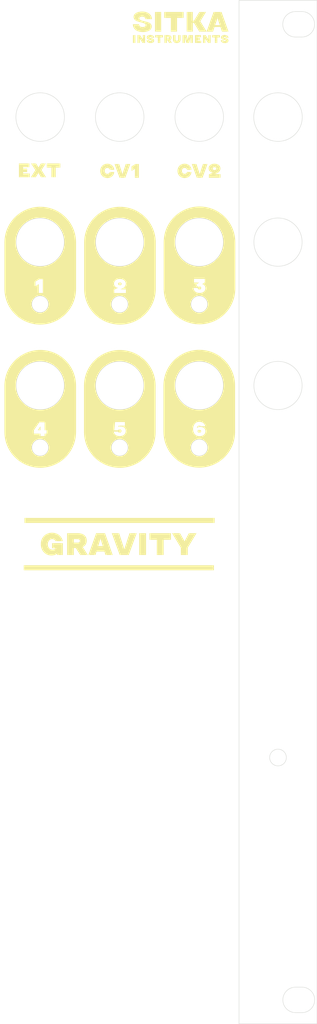
<source format=kicad_pcb>
(kicad_pcb (version 20211014) (generator pcbnew)

  (general
    (thickness 1.6)
  )

  (paper "A4")
  (layers
    (0 "F.Cu" signal)
    (31 "B.Cu" signal)
    (32 "B.Adhes" user "B.Adhesive")
    (33 "F.Adhes" user "F.Adhesive")
    (34 "B.Paste" user)
    (35 "F.Paste" user)
    (36 "B.SilkS" user "B.Silkscreen")
    (37 "F.SilkS" user "F.Silkscreen")
    (38 "B.Mask" user)
    (39 "F.Mask" user)
    (40 "Dwgs.User" user "User.Drawings")
    (41 "Cmts.User" user "User.Comments")
    (42 "Eco1.User" user "User.Eco1")
    (43 "Eco2.User" user "User.Eco2")
    (44 "Edge.Cuts" user)
    (45 "Margin" user)
    (46 "B.CrtYd" user "B.Courtyard")
    (47 "F.CrtYd" user "F.Courtyard")
    (48 "B.Fab" user)
    (49 "F.Fab" user)
    (50 "User.1" user)
    (51 "User.2" user)
    (52 "User.3" user)
    (53 "User.4" user)
    (54 "User.5" user)
    (55 "User.6" user)
    (56 "User.7" user)
    (57 "User.8" user)
    (58 "User.9" user)
  )

  (setup
    (pad_to_mask_clearance 0)
    (aux_axis_origin 89.71 33.94)
    (pcbplotparams
      (layerselection 0x00010fc_ffffffff)
      (disableapertmacros false)
      (usegerberextensions false)
      (usegerberattributes true)
      (usegerberadvancedattributes true)
      (creategerberjobfile true)
      (svguseinch false)
      (svgprecision 6)
      (excludeedgelayer true)
      (plotframeref false)
      (viasonmask false)
      (mode 1)
      (useauxorigin false)
      (hpglpennumber 1)
      (hpglpenspeed 20)
      (hpglpendiameter 15.000000)
      (dxfpolygonmode true)
      (dxfimperialunits true)
      (dxfusepcbnewfont true)
      (psnegative false)
      (psa4output false)
      (plotreference true)
      (plotvalue true)
      (plotinvisibletext false)
      (sketchpadsonfab false)
      (subtractmaskfromsilk false)
      (outputformat 1)
      (mirror false)
      (drillshape 1)
      (scaleselection 1)
      (outputdirectory "")
    )
  )

  (net 0 "")

  (gr_poly
    (pts
      (xy 82.901913 54.443935)
      (xy 82.930157 54.445122)
      (xy 82.958092 54.447099)
      (xy 82.985719 54.449868)
      (xy 83.013037 54.453427)
      (xy 83.040047 54.457778)
      (xy 83.066748 54.462919)
      (xy 83.09314 54.468851)
      (xy 83.119224 54.475575)
      (xy 83.144999 54.483089)
      (xy 83.170465 54.491395)
      (xy 83.195623 54.500491)
      (xy 83.220472 54.510379)
      (xy 83.245013 54.521058)
      (xy 83.269245 54.532527)
      (xy 83.293168 54.544788)
      (xy 83.316648 54.557434)
      (xy 83.339548 54.570679)
      (xy 83.36187 54.584521)
      (xy 83.383612 54.598962)
      (xy 83.404776 54.614001)
      (xy 83.425361 54.629637)
      (xy 83.445367 54.645872)
      (xy 83.464794 54.662705)
      (xy 83.483642 54.680136)
      (xy 83.501912 54.698165)
      (xy 83.519603 54.716792)
      (xy 83.536715 54.736017)
      (xy 83.553248 54.75584)
      (xy 83.569203 54.77626)
      (xy 83.584579 54.797279)
      (xy 83.599376 54.818896)
      (xy 83.613469 54.840967)
      (xy 83.626733 54.863346)
      (xy 83.639167 54.886034)
      (xy 83.650772 54.909031)
      (xy 83.661547 54.932336)
      (xy 83.671492 54.95595)
      (xy 83.680608 54.979873)
      (xy 83.688894 55.004104)
      (xy 83.69635 55.028645)
      (xy 83.702977 55.053493)
      (xy 83.708774 55.078651)
      (xy 83.713741 55.104117)
      (xy 83.717879 55.129891)
      (xy 83.721186 55.155975)
      (xy 83.723664 55.182367)
      (xy 83.725312 55.209068)
      (xy 83.177088 55.209068)
      (xy 83.174523 55.200492)
      (xy 83.171764 55.192052)
      (xy 83.168813 55.183747)
      (xy 83.16567 55.175576)
      (xy 83.162333 55.167541)
      (xy 83.158804 55.15964)
      (xy 83.155081 55.151875)
      (xy 83.151166 55.144244)
      (xy 83.147058 55.136749)
      (xy 83.142757 55.129389)
      (xy 83.138262 55.122164)
      (xy 83.133575 55.115074)
      (xy 83.128695 55.108119)
      (xy 83.123622 55.101299)
      (xy 83.118355 55.094614)
      (xy 83.112896 55.088064)
      (xy 83.107263 55.081369)
      (xy 83.101475 55.074868)
      (xy 83.095533 55.068559)
      (xy 83.089436 55.062443)
      (xy 83.083185 55.05652)
      (xy 83.07678 55.050791)
      (xy 83.07022 55.045254)
      (xy 83.063506 55.03991)
      (xy 83.056638 55.034759)
      (xy 83.049615 55.029801)
      (xy 83.042438 55.025036)
      (xy 83.035107 55.020464)
      (xy 83.027621 55.016085)
      (xy 83.019982 55.011898)
      (xy 83.012188 55.007905)
      (xy 83.00424 55.004104)
      (xy 82.996476 55.000516)
      (xy 82.988615 54.997159)
      (xy 82.980657 54.994033)
      (xy 82.972602 54.991139)
      (xy 82.964451 54.988477)
      (xy 82.956203 54.986046)
      (xy 82.947859 54.983847)
      (xy 82.939418 54.981879)
      (xy 82.93088 54.980143)
      (xy 82.922246 54.978639)
      (xy 82.913516 54.977365)
      (xy 82.904689 54.976324)
      (xy 82.895765 54.975514)
      (xy 82.886745 54.974935)
      (xy 82.877629 54.974588)
      (xy 82.868416 54.974472)
      (xy 82.856454 54.974665)
      (xy 82.844647 54.975244)
      (xy 82.832994 54.976208)
      (xy 82.821496 54.977559)
      (xy 82.810152 54.979295)
      (xy 82.798962 54.981418)
      (xy 82.787927 54.983926)
      (xy 82.777046 54.98682)
      (xy 82.766319 54.990099)
      (xy 82.755747 54.993765)
      (xy 82.745329 54.997816)
      (xy 82.735065 55.002253)
      (xy 82.724956 55.007076)
      (xy 82.715 55.012285)
      (xy 82.705199 55.01788)
      (xy 82.695552 55.02386)
      (xy 82.68611 55.02987)
      (xy 82.676919 55.036169)
      (xy 82.667978 55.042757)
      (xy 82.659288 55.049635)
      (xy 82.650849 55.056802)
      (xy 82.64266 55.064259)
      (xy 82.634722 55.072005)
      (xy 82.627034 55.080041)
      (xy 82.619597 55.088365)
      (xy 82.612411 55.096979)
      (xy 82.605475 55.105883)
      (xy 82.598791 55.115076)
      (xy 82.592357 55.124558)
      (xy 82.586174 55.134329)
      (xy 82.580241 55.14439)
      (xy 82.57456 55.15474)
      (xy 82.569477 55.165322)
      (xy 82.564722 55.176077)
      (xy 82.560294 55.187006)
      (xy 82.556194 55.198109)
      (xy 82.552422 55.209385)
      (xy 82.548978 55.220835)
      (xy 82.545862 55.232459)
      (xy 82.543074 55.244256)
      (xy 82.540614 55.256228)
      (xy 82.538481 55.268372)
      (xy 82.536677 55.280691)
      (xy 82.535201 55.293183)
      (xy 82.534052 55.305849)
      (xy 82.533232 55.318688)
      (xy 82.53274 55.331701)
      (xy 82.532576 55.344888)
      (xy 82.53274 55.358074)
      (xy 82.533232 55.371086)
      (xy 82.534052 55.383925)
      (xy 82.535201 55.396591)
      (xy 82.536677 55.409083)
      (xy 82.538481 55.421401)
      (xy 82.540614 55.433545)
      (xy 82.543074 55.445517)
      (xy 82.545862 55.457314)
      (xy 82.548978 55.468938)
      (xy 82.552422 55.480388)
      (xy 82.556194 55.491665)
      (xy 82.560294 55.502768)
      (xy 82.564722 55.513698)
      (xy 82.569477 55.524454)
      (xy 82.57456 55.535036)
      (xy 82.580241 55.545396)
      (xy 82.586174 55.555486)
      (xy 82.592357 55.565305)
      (xy 82.598791 55.574855)
      (xy 82.605475 55.584135)
      (xy 82.612411 55.593144)
      (xy 82.619597 55.601884)
      (xy 82.627034 55.610353)
      (xy 82.634722 55.618552)
      (xy 82.64266 55.626482)
      (xy 82.650849 55.634141)
      (xy 82.659288 55.64153)
      (xy 82.667978 55.648648)
      (xy 82.676919 55.655497)
      (xy 82.68611 55.662076)
      (xy 82.695552 55.668384)
      (xy 82.705199 55.674066)
      (xy 82.715 55.679381)
      (xy 82.724956 55.684329)
      (xy 82.735065 55.688912)
      (xy 82.745329 55.693127)
      (xy 82.755747 55.696976)
      (xy 82.766319 55.700458)
      (xy 82.777046 55.703574)
      (xy 82.787927 55.706323)
      (xy 82.798962 55.708706)
      (xy 82.810152 55.710722)
      (xy 82.821496 55.712371)
      (xy 82.832994 55.713654)
      (xy 82.844647 55.714571)
      (xy 82.856454 55.715121)
      (xy 82.868416 55.715304)
      (xy 82.877629 55.715188)
      (xy 82.886745 55.714841)
      (xy 82.895765 55.714262)
      (xy 82.904689 55.713452)
      (xy 82.913516 55.712411)
      (xy 82.922246 55.711137)
      (xy 82.93088 55.709633)
      (xy 82.939418 55.707896)
      (xy 82.947859 55.705929)
      (xy 82.956203 55.70373)
      (xy 82.964451 55.701299)
      (xy 82.972602 55.698637)
      (xy 82.980657 55.695743)
      (xy 82.988615 55.692617)
      (xy 82.996476 55.68926)
      (xy 83.00424 55.685672)
      (xy 83.012188 55.681881)
      (xy 83.019982 55.677916)
      (xy 83.027621 55.673778)
      (xy 83.035107 55.669466)
      (xy 83.042438 55.66498)
      (xy 83.049615 55.660321)
      (xy 83.056638 55.655488)
      (xy 83.063506 55.650482)
      (xy 83.07022 55.645302)
      (xy 83.07678 55.639948)
      (xy 83.083185 55.634421)
      (xy 83.089436 55.62872)
      (xy 83.095533 55.622845)
      (xy 83.101475 55.616797)
      (xy 83.107263 55.610575)
      (xy 83.112896 55.60418)
      (xy 83.118355 55.597331)
      (xy 83.123622 55.590366)
      (xy 83.128695 55.583286)
      (xy 83.133575 55.576089)
      (xy 83.138262 55.568778)
      (xy 83.142757 55.56135)
      (xy 83.147058 55.553807)
      (xy 83.151166 55.546147)
      (xy 83.155081 55.538373)
      (xy 83.158804 55.530482)
      (xy 83.162333 55.522476)
      (xy 83.16567 55.514354)
      (xy 83.168813 55.506116)
      (xy 83.171764 55.497762)
      (xy 83.174523 55.489293)
      (xy 83.177088 55.480708)
      (xy 83.725312 55.480708)
      (xy 83.723661 55.507409)
      (xy 83.721181 55.533801)
      (xy 83.717871 55.559885)
      (xy 83.713732 55.585659)
      (xy 83.708764 55.611125)
      (xy 83.702966 55.636283)
      (xy 83.696339 55.661131)
      (xy 83.688882 55.685672)
      (xy 83.680596 55.709903)
      (xy 83.671481 55.733826)
      (xy 83.661536 55.75744)
      (xy 83.650763 55.780745)
      (xy 83.63916 55.803742)
      (xy 83.626728 55.82643)
      (xy 83.613466 55.848809)
      (xy 83.599376 55.87088)
      (xy 83.584579 55.892506)
      (xy 83.569203 55.913554)
      (xy 83.553248 55.934023)
      (xy 83.536715 55.953913)
      (xy 83.519603 55.973225)
      (xy 83.501912 55.991958)
      (xy 83.483642 56.010112)
      (xy 83.464794 56.027687)
      (xy 83.445367 56.044684)
      (xy 83.425361 56.061102)
      (xy 83.404776 56.076941)
      (xy 83.383612 56.092201)
      (xy 83.36187 56.106883)
      (xy 83.339548 56.120986)
      (xy 83.316648 56.13451)
      (xy 83.293168 56.147456)
      (xy 83.269245 56.159417)
      (xy 83.245013 56.170607)
      (xy 83.220472 56.181025)
      (xy 83.195623 56.190671)
      (xy 83.170465 56.199545)
      (xy 83.144999 56.207648)
      (xy 83.119224 56.214979)
      (xy 83.09314 56.221538)
      (xy 83.066748 56.227326)
      (xy 83.040047 56.232342)
      (xy 83.013037 56.236586)
      (xy 82.985719 56.240059)
      (xy 82.958092 56.24276)
      (xy 82.930157 56.244689)
      (xy 82.901913 56.245846)
      (xy 82.87336 56.246232)
      (xy 82.84146 56.245779)
      (xy 82.809965 56.244418)
      (xy 82.778875 56.242152)
      (xy 82.748191 56.238978)
      (xy 82.717912 56.234898)
      (xy 82.688038 56.22991)
      (xy 82.658569 56.224017)
      (xy 82.629506 56.217216)
      (xy 82.600848 56.209509)
      (xy 82.572595 56.200894)
      (xy 82.544747 56.191374)
      (xy 82.517304 56.180946)
      (xy 82.490267 56.169612)
      (xy 82.463634 56.157371)
      (xy 82.437406 56.144223)
      (xy 82.411584 56.130168)
      (xy 82.38661 56.115313)
      (xy 82.362312 56.099763)
      (xy 82.338689 56.083519)
      (xy 82.31574 56.06658)
      (xy 82.293467 56.048947)
      (xy 82.271869 56.030619)
      (xy 82.250946 56.011596)
      (xy 82.230698 55.99188)
      (xy 82.211125 55.971468)
      (xy 82.192228 55.950362)
      (xy 82.174006 55.928561)
      (xy 82.156459 55.906066)
      (xy 82.139587 55.882877)
      (xy 82.123391 55.858992)
      (xy 82.10787 55.834413)
      (xy 82.093024 55.80914)
      (xy 82.078969 55.783018)
      (xy 82.065821 55.75651)
      (xy 82.05358 55.729617)
      (xy 82.042246 55.702337)
      (xy 82.031818 55.674672)
      (xy 82.022298 55.64662)
      (xy 82.013683 55.618183)
      (xy 82.005976 55.58936)
      (xy 81.999175 55.560151)
      (xy 81.993282 55.530556)
      (xy 81.988294 55.500576)
      (xy 81.984214 55.470209)
      (xy 81.98104 55.439457)
      (xy 81.978774 55.408318)
      (xy 81.977413 55.376794)
      (xy 81.97696 55.344884)
      (xy 81.977413 55.312984)
      (xy 81.978774 55.28149)
      (xy 81.98104 55.2504)
      (xy 81.984214 55.219716)
      (xy 81.988294 55.189436)
      (xy 81.993282 55.159562)
      (xy 81.999175 55.130093)
      (xy 82.005976 55.101029)
      (xy 82.013683 55.07237)
      (xy 82.022298 55.044116)
      (xy 82.031818 55.016267)
      (xy 82.042246 54.988824)
      (xy 82.05358 54.961785)
      (xy 82.065821 54.935152)
      (xy 82.078969 54.908923)
      (xy 82.093024 54.8831)
      (xy 82.10787 54.857528)
      (xy 82.123391 54.83267)
      (xy 82.139587 54.808525)
      (xy 82.156459 54.785095)
      (xy 82.174006 54.762378)
      (xy 82.192228 54.740375)
      (xy 82.211125 54.719085)
      (xy 82.230698 54.69851)
      (xy 82.250946 54.678648)
      (xy 82.271869 54.659501)
      (xy 82.293467 54.641067)
      (xy 82.31574 54.623346)
      (xy 82.338689 54.60634)
      (xy 82.362312 54.590048)
      (xy 82.38661 54.574469)
      (xy 82.411584 54.559604)
      (xy 82.437406 54.545549)
      (xy 82.463634 54.532401)
      (xy 82.490267 54.52016)
      (xy 82.517304 54.508826)
      (xy 82.544747 54.498398)
      (xy 82.572595 54.488877)
      (xy 82.600848 54.480263)
      (xy 82.629506 54.472556)
      (xy 82.658569 54.465755)
      (xy 82.688038 54.459862)
      (xy 82.717912 54.454874)
      (xy 82.748191 54.450794)
      (xy 82.778875 54.44762)
      (xy 82.809965 54.445354)
      (xy 82.84146 54.443993)
      (xy 82.87336 54.44354)
    ) (layer "F.SilkS") (width 0) (fill solid) (tstamp 13990c7a-7a60-4ff3-abfe-f914b307ae2b))
  (gr_poly
    (pts
      (xy 86.655782 54.443843)
      (xy 86.681808 54.44474)
      (xy 86.707487 54.446235)
      (xy 86.732818 54.448328)
      (xy 86.757803 54.45102)
      (xy 86.78244 54.454309)
      (xy 86.80673 54.458196)
      (xy 86.830672 54.462682)
      (xy 86.854268 54.467765)
      (xy 86.877516 54.473447)
      (xy 86.900417 54.479726)
      (xy 86.92297 54.486604)
      (xy 86.945176 54.49408)
      (xy 86.967036 54.502154)
      (xy 86.988547 54.510826)
      (xy 87.009712 54.520096)
      (xy 87.03072 54.529897)
      (xy 87.051149 54.54016)
      (xy 87.070999 54.550887)
      (xy 87.090271 54.562077)
      (xy 87.108964 54.573729)
      (xy 87.127079 54.585845)
      (xy 87.144615 54.598423)
      (xy 87.161572 54.611465)
      (xy 87.177951 54.62497)
      (xy 87.193751 54.638937)
      (xy 87.208972 54.653368)
      (xy 87.223615 54.668262)
      (xy 87.237679 54.683619)
      (xy 87.251165 54.699439)
      (xy 87.264072 54.715722)
      (xy 87.2764 54.732468)
      (xy 87.288063 54.749581)
      (xy 87.298973 54.766964)
      (xy 87.30913 54.784616)
      (xy 87.318535 54.802539)
      (xy 87.327188 54.820732)
      (xy 87.335087 54.839195)
      (xy 87.342235 54.857928)
      (xy 87.34863 54.876931)
      (xy 87.354272 54.896204)
      (xy 87.359163 54.915747)
      (xy 87.3633 54.935561)
      (xy 87.366686 54.955644)
      (xy 87.369319 54.975998)
      (xy 87.371199 54.996622)
      (xy 87.372328 55.017516)
      (xy 87.372704 55.03868)
      (xy 87.37254 55.052532)
      (xy 87.372048 55.066307)
      (xy 87.371227 55.080005)
      (xy 87.370079 55.093625)
      (xy 87.368603 55.107168)
      (xy 87.366798 55.120634)
      (xy 87.364666 55.134023)
      (xy 87.362206 55.147335)
      (xy 87.359418 55.16057)
      (xy 87.356302 55.173727)
      (xy 87.352857 55.186807)
      (xy 87.349086 55.19981)
      (xy 87.344986 55.212736)
      (xy 87.340558 55.225585)
      (xy 87.335803 55.238357)
      (xy 87.33072 55.251052)
      (xy 87.325628 55.26365)
      (xy 87.320227 55.276133)
      (xy 87.314517 55.288499)
      (xy 87.308499 55.30075)
      (xy 87.302172 55.312885)
      (xy 87.295536 55.324904)
      (xy 87.288591 55.336807)
      (xy 87.281338 55.348595)
      (xy 87.273776 55.360267)
      (xy 87.265905 55.371823)
      (xy 87.257725 55.383263)
      (xy 87.249236 55.394587)
      (xy 87.240439 55.405796)
      (xy 87.231332 55.416889)
      (xy 87.221916 55.427866)
      (xy 87.212192 55.438728)
      (xy 87.202178 55.449155)
      (xy 87.191894 55.459448)
      (xy 87.18134 55.469605)
      (xy 87.170516 55.479627)
      (xy 87.159422 55.489514)
      (xy 87.148058 55.499267)
      (xy 87.136424 55.508884)
      (xy 87.12452 55.518366)
      (xy 87.112346 55.527713)
      (xy 87.099902 55.536925)
      (xy 87.087188 55.546003)
      (xy 87.074204 55.554945)
      (xy 87.06095 55.563752)
      (xy 87.047426 55.572425)
      (xy 87.033632 55.580962)
      (xy 87.019568 55.589364)
      (xy 87.016445 55.591794)
      (xy 87.013244 55.594148)
      (xy 87.009966 55.596424)
      (xy 87.00661 55.598622)
      (xy 87.003177 55.600744)
      (xy 86.999667 55.602789)
      (xy 86.99608 55.604757)
      (xy 86.992416 55.606648)
      (xy 86.962784 55.621464)
      (xy 86.708416 55.752344)
      (xy 87.38752 55.752344)
      (xy 87.38752 56.209192)
      (xy 85.92064 56.209192)
      (xy 85.92064 55.796796)
      (xy 86.397248 55.55232)
      (xy 86.384912 55.55232)
      (xy 86.383638 55.551703)
      (xy 86.382287 55.551086)
      (xy 86.380859 55.550469)
      (xy 86.379354 55.549851)
      (xy 86.377772 55.549234)
      (xy 86.376112 55.548616)
      (xy 86.374375 55.547998)
      (xy 86.37256 55.54738)
      (xy 86.3518 55.543492)
      (xy 86.331504 55.539238)
      (xy 86.311671 55.534618)
      (xy 86.292301 55.52963)
      (xy 86.273394 55.524277)
      (xy 86.25495 55.518556)
      (xy 86.236969 55.512469)
      (xy 86.219452 55.506016)
      (xy 86.202397 55.499196)
      (xy 86.185806 55.492009)
      (xy 86.169678 55.484456)
      (xy 86.154013 55.476536)
      (xy 86.138811 55.46825)
      (xy 86.124072 55.459597)
      (xy 86.109796 55.450578)
      (xy 86.095984 55.441192)
      (xy 86.082924 55.431507)
      (xy 86.070289 55.421591)
      (xy 86.058078 55.411443)
      (xy 86.046292 55.401063)
      (xy 86.03493 55.390452)
      (xy 86.023992 55.37961)
      (xy 86.013479 55.368536)
      (xy 86.00339 55.357231)
      (xy 85.993725 55.345694)
      (xy 85.984485 55.333926)
      (xy 85.975669 55.321926)
      (xy 85.967277 55.309695)
      (xy 85.95931 55.297233)
      (xy 85.951766 55.284539)
      (xy 85.944647 55.271613)
      (xy 85.937952 55.258456)
      (xy 85.931971 55.244826)
      (xy 85.926376 55.2311)
      (xy 85.921167 55.217277)
      (xy 85.916343 55.203357)
      (xy 85.911905 55.189341)
      (xy 85.907854 55.175229)
      (xy 85.904188 55.16102)
      (xy 85.900908 55.146715)
      (xy 85.898014 55.132313)
      (xy 85.895506 55.117815)
      (xy 85.893383 55.10322)
      (xy 85.891647 55.088529)
      (xy 85.890296 55.073742)
      (xy 85.889332 55.058858)
      (xy 85.889315 55.058436)
      (xy 86.402192 55.058436)
      (xy 86.402298 55.065179)
      (xy 86.402616 55.071825)
      (xy 86.403147 55.078375)
      (xy 86.40389 55.084829)
      (xy 86.404845 55.091185)
      (xy 86.406012 55.097446)
      (xy 86.407392 55.10361)
      (xy 86.408984 55.109677)
      (xy 86.410788 55.115648)
      (xy 86.412805 55.121522)
      (xy 86.415033 55.1273)
      (xy 86.417474 55.132982)
      (xy 86.420127 55.138567)
      (xy 86.422993 55.144056)
      (xy 86.42607 55.149448)
      (xy 86.42936 55.154744)
      (xy 86.433142 55.159915)
      (xy 86.437078 55.164931)
      (xy 86.441169 55.169792)
      (xy 86.445413 55.1745)
      (xy 86.449812 55.179053)
      (xy 86.454365 55.183452)
      (xy 86.459072 55.187696)
      (xy 86.463934 55.191786)
      (xy 86.46895 55.195722)
      (xy 86.47412 55.199503)
      (xy 86.479445 55.20313)
      (xy 86.484924 55.206603)
      (xy 86.490557 55.209922)
      (xy 86.496345 55.213086)
      (xy 86.502287 55.216096)
      (xy 86.508384 55.218952)
      (xy 86.514925 55.221643)
      (xy 86.521581 55.224161)
      (xy 86.528353 55.226505)
      (xy 86.53524 55.228675)
      (xy 86.542243 55.230672)
      (xy 86.549362 55.232495)
      (xy 86.556596 55.234144)
      (xy 86.563946 55.23562)
      (xy 86.571412 55.236922)
      (xy 86.578993 55.238051)
      (xy 86.58669 55.239006)
      (xy 86.594503 55.239787)
      (xy 86.602431 55.240395)
      (xy 86.610476 55.240829)
      (xy 86.618636 55.241089)
      (xy 86.626912 55.241176)
      (xy 86.626896 55.241172)
      (xy 86.635472 55.241085)
      (xy 86.643912 55.240825)
      (xy 86.652218 55.240391)
      (xy 86.660388 55.239783)
      (xy 86.668424 55.239002)
      (xy 86.676324 55.238047)
      (xy 86.68409 55.236918)
      (xy 86.69172 55.235616)
      (xy 86.699216 55.23414)
      (xy 86.706576 55.232491)
      (xy 86.713802 55.230668)
      (xy 86.720892 55.228671)
      (xy 86.727848 55.226501)
      (xy 86.734668 55.224157)
      (xy 86.741354 55.221639)
      (xy 86.747904 55.218948)
      (xy 86.754291 55.216093)
      (xy 86.760484 55.213083)
      (xy 86.766484 55.20992)
      (xy 86.772291 55.206601)
      (xy 86.777905 55.203129)
      (xy 86.783327 55.199502)
      (xy 86.788555 55.195721)
      (xy 86.79359 55.191785)
      (xy 86.798432 55.187696)
      (xy 86.803082 55.183451)
      (xy 86.807538 55.179053)
      (xy 86.811802 55.1745)
      (xy 86.815872 55.169792)
      (xy 86.81975 55.164931)
      (xy 86.823436 55.159915)
      (xy 86.826928 55.154744)
      (xy 86.830517 55.149448)
      (xy 86.833875 55.144056)
      (xy 86.837 55.138567)
      (xy 86.839894 55.132982)
      (xy 86.842557 55.1273)
      (xy 86.844987 55.121522)
      (xy 86.847187 55.115648)
      (xy 86.849154 55.109677)
      (xy 86.85089 55.10361)
      (xy 86.852394 55.097446)
      (xy 86.853667 55.091185)
      (xy 86.854709 55.084829)
      (xy 86.855519 55.078375)
      (xy 86.856097 55.071825)
      (xy 86.856444 55.065179)
      (xy 86.85656 55.058436)
      (xy 86.856444 55.051703)
      (xy 86.856097 55.045085)
      (xy 86.855519 55.038583)
      (xy 86.854709 55.032197)
      (xy 86.853667 55.025927)
      (xy 86.852394 55.019773)
      (xy 86.85089 55.013734)
      (xy 86.849154 55.007811)
      (xy 86.847187 55.002004)
      (xy 86.844987 54.996313)
      (xy 86.842557 54.990737)
      (xy 86.839894 54.985277)
      (xy 86.837 54.979933)
      (xy 86.833875 54.974705)
      (xy 86.830517 54.969593)
      (xy 86.826928 54.964596)
      (xy 86.823436 54.959425)
      (xy 86.81975 54.954409)
      (xy 86.815872 54.949548)
      (xy 86.811802 54.94484)
      (xy 86.807538 54.940287)
      (xy 86.803082 54.935889)
      (xy 86.798432 54.931644)
      (xy 86.79359 54.927555)
      (xy 86.788555 54.923619)
      (xy 86.783327 54.919838)
      (xy 86.777905 54.916211)
      (xy 86.772291 54.912739)
      (xy 86.766484 54.90942)
      (xy 86.760484 54.906257)
      (xy 86.754291 54.903247)
      (xy 86.747904 54.900392)
      (xy 86.741354 54.897701)
      (xy 86.734669 54.895183)
      (xy 86.727849 54.892839)
      (xy 86.720895 54.890669)
      (xy 86.713805 54.888672)
      (xy 86.706581 54.886849)
      (xy 86.699222 54.8852)
      (xy 86.691728 54.883724)
      (xy 86.684099 54.882422)
      (xy 86.676335 54.881293)
      (xy 86.668436 54.880338)
      (xy 86.660401 54.879557)
      (xy 86.652232 54.878949)
      (xy 86.643927 54.878515)
      (xy 86.635487 54.878255)
      (xy 86.626912 54.878168)
      (xy 86.618636 54.878255)
      (xy 86.610476 54.878515)
      (xy 86.602431 54.878949)
      (xy 86.594503 54.879557)
      (xy 86.58669 54.880338)
      (xy 86.578993 54.881293)
      (xy 86.571412 54.882422)
      (xy 86.563946 54.883724)
      (xy 86.556596 54.8852)
      (xy 86.549362 54.886849)
      (xy 86.542243 54.888672)
      (xy 86.53524 54.890669)
      (xy 86.528353 54.892839)
      (xy 86.521581 54.895183)
      (xy 86.514925 54.897701)
      (xy 86.508384 54.900392)
      (xy 86.502287 54.903247)
      (xy 86.496345 54.906257)
      (xy 86.490557 54.90942)
      (xy 86.484924 54.912739)
      (xy 86.479445 54.916211)
      (xy 86.47412 54.919838)
      (xy 86.46895 54.923619)
      (xy 86.463934 54.927555)
      (xy 86.459072 54.931644)
      (xy 86.454365 54.935889)
      (xy 86.449812 54.940287)
      (xy 86.445413 54.94484)
      (xy 86.441169 54.949548)
      (xy 86.437078 54.954409)
      (xy 86.433142 54.959425)
      (xy 86.42936 54.964596)
      (xy 86.42607 54.969593)
      (xy 86.422993 54.974705)
      (xy 86.420127 54.979933)
      (xy 86.417474 54.985277)
      (xy 86.415033 54.990737)
      (xy 86.412805 54.996313)
      (xy 86.410788 55.002004)
      (xy 86.408984 55.007811)
      (xy 86.407392 55.013734)
      (xy 86.406012 55.019773)
      (xy 86.404845 55.025927)
      (xy 86.40389 55.032197)
      (xy 86.403147 55.038583)
      (xy 86.402616 55.045085)
      (xy 86.402298 55.051703)
      (xy 86.402192 55.058436)
      (xy 85.889315 55.058436)
      (xy 85.888753 55.043877)
      (xy 85.88856 55.0288)
      (xy 85.888898 55.010038)
      (xy 85.889911 54.991411)
      (xy 85.891599 54.972919)
      (xy 85.893963 54.954563)
      (xy 85.897002 54.936341)
      (xy 85.900716 54.918254)
      (xy 85.905105 54.900303)
      (xy 85.91017 54.882486)
      (xy 85.91591 54.864805)
      (xy 85.922325 54.847259)
      (xy 85.929415 54.829847)
      (xy 85.93718 54.812571)
      (xy 85.945621 54.79543)
      (xy 85.954736 54.778424)
      (xy 85.964527 54.761552)
      (xy 85.974992 54.744816)
      (xy 85.986104 54.72834)
      (xy 85.997833 54.71225)
      (xy 86.01018 54.696546)
      (xy 86.023145 54.681227)
      (xy 86.036727 54.666295)
      (xy 86.050926 54.651748)
      (xy 86.065743 54.637587)
      (xy 86.081178 54.623812)
      (xy 86.09723 54.610423)
      (xy 86.113899 54.59742)
      (xy 86.131186 54.584802)
      (xy 86.14909 54.572571)
      (xy 86.167612 54.560725)
      (xy 86.18675 54.549265)
      (xy 86.206507 54.538192)
      (xy 86.22688 54.527504)
      (xy 86.248131 54.517337)
      (xy 86.269904 54.507826)
      (xy 86.292197 54.498971)
      (xy 86.315011 54.490772)
      (xy 86.338346 54.483229)
      (xy 86.362202 54.476341)
      (xy 86.386579 54.47011)
      (xy 86.411476 54.464534)
      (xy 86.436895 54.459615)
      (xy 86.462834 54.455351)
      (xy 86.489294 54.451743)
      (xy 86.516275 54.448792)
      (xy 86.543777 54.446496)
      (xy 86.5718 54.444856)
      (xy 86.600344 54.443872)
      (xy 86.629408 54.443544)
    ) (layer "F.SilkS") (width 0) (fill solid) (tstamp 189069e7-7dd7-4691-9ed9-0b07132664ca))
  (gr_poly
    (pts
      (xy 86.555201 105.49176)
      (xy 62.647848 105.49176)
      (xy 62.647848 104.857432)
      (xy 86.555201 104.857432)
    ) (layer "F.SilkS") (width 0) (fill solid) (tstamp 20cdd752-1ebb-4917-a73e-83c4c02b810c))
  (gr_poly
    (pts
      (xy 87.92636 38.27407)
      (xy 87.955684 38.27579)
      (xy 87.984568 38.278656)
      (xy 88.013011 38.282669)
      (xy 88.041013 38.287828)
      (xy 88.068573 38.294134)
      (xy 88.095692 38.301587)
      (xy 88.12237 38.310186)
      (xy 88.135462 38.314778)
      (xy 88.148278 38.319734)
      (xy 88.160818 38.325053)
      (xy 88.173083 38.330736)
      (xy 88.185072 38.336783)
      (xy 88.196785 38.343194)
      (xy 88.208223 38.349968)
      (xy 88.219385 38.357107)
      (xy 88.230271 38.364609)
      (xy 88.240882 38.372475)
      (xy 88.251217 38.380704)
      (xy 88.261277 38.389298)
      (xy 88.27106 38.398255)
      (xy 88.280569 38.407576)
      (xy 88.289801 38.41726)
      (xy 88.298758 38.427309)
      (xy 88.307523 38.43755)
      (xy 88.315825 38.448166)
      (xy 88.323664 38.459157)
      (xy 88.33104 38.470522)
      (xy 88.337952 38.482263)
      (xy 88.344402 38.494379)
      (xy 88.350389 38.506869)
      (xy 88.355912 38.519734)
      (xy 88.360973 38.532974)
      (xy 88.36557 38.546589)
      (xy 88.369704 38.560579)
      (xy 88.373376 38.574944)
      (xy 88.376584 38.589684)
      (xy 88.379329 38.604798)
      (xy 88.38161 38.620288)
      (xy 88.383429 38.636152)
      (xy 88.058848 38.636152)
      (xy 88.057128 38.62956)
      (xy 88.055144 38.623188)
      (xy 88.052896 38.617037)
      (xy 88.050382 38.611106)
      (xy 88.047604 38.605396)
      (xy 88.044561 38.599906)
      (xy 88.041254 38.594637)
      (xy 88.037682 38.589588)
      (xy 88.033846 38.584759)
      (xy 88.029744 38.580151)
      (xy 88.025378 38.575764)
      (xy 88.020748 38.571596)
      (xy 88.015853 38.56765)
      (xy 88.010693 38.563924)
      (xy 88.005268 38.560418)
      (xy 87.999579 38.557133)
      (xy 87.993675 38.553886)
      (xy 87.987606 38.550849)
      (xy 87.981371 38.548021)
      (xy 87.974971 38.545403)
      (xy 87.968406 38.542994)
      (xy 87.961676 38.540795)
      (xy 87.95478 38.538805)
      (xy 87.947719 38.537025)
      (xy 87.940493 38.535454)
      (xy 87.933101 38.534093)
      (xy 87.925544 38.532941)
      (xy 87.917822 38.531998)
      (xy 87.909934 38.531265)
      (xy 87.901881 38.530742)
      (xy 87.893663 38.530428)
      (xy 87.885279 38.530323)
      (xy 87.879259 38.530389)
      (xy 87.873196 38.530585)
      (xy 87.867088 38.530914)
      (xy 87.860937 38.531373)
      (xy 87.854741 38.531964)
      (xy 87.848502 38.532685)
      (xy 87.842218 38.533538)
      (xy 87.83589 38.534523)
      (xy 87.832732 38.534912)
      (xy 87.829606 38.535378)
      (xy 87.826514 38.535922)
      (xy 87.823455 38.536543)
      (xy 87.820429 38.537242)
      (xy 87.817435 38.538018)
      (xy 87.814475 38.538872)
      (xy 87.811548 38.539803)
      (xy 87.808654 38.540812)
      (xy 87.805793 38.541898)
      (xy 87.802965 38.543062)
      (xy 87.80017 38.544303)
      (xy 87.797408 38.545622)
      (xy 87.794679 38.547018)
      (xy 87.791983 38.548492)
      (xy 87.789321 38.550043)
      (xy 87.786928 38.551498)
      (xy 87.785789 38.552259)
      (xy 87.78469 38.553042)
      (xy 87.783628 38.553847)
      (xy 87.782606 38.554673)
      (xy 87.781622 38.555522)
      (xy 87.780676 38.556393)
      (xy 87.779769 38.557286)
      (xy 87.778901 38.558202)
      (xy 87.778071 38.559139)
      (xy 87.77728 38.560098)
      (xy 87.776527 38.561079)
      (xy 87.775813 38.562082)
      (xy 87.775138 38.563108)
      (xy 87.774501 38.564155)
      (xy 87.773903 38.565225)
      (xy 87.773343 38.566316)
      (xy 87.772822 38.56743)
      (xy 87.77234 38.568565)
      (xy 87.771896 38.569723)
      (xy 87.77149 38.570903)
      (xy 87.771124 38.572105)
      (xy 87.770796 38.573329)
      (xy 87.770506 38.574574)
      (xy 87.770255 38.575842)
      (xy 87.770043 38.577133)
      (xy 87.769869 38.578445)
      (xy 87.769734 38.579779)
      (xy 87.769638 38.581135)
      (xy 87.76956 38.583914)
      (xy 87.769632 38.586532)
      (xy 87.769847 38.589096)
      (xy 87.770205 38.591604)
      (xy 87.770707 38.594057)
      (xy 87.771352 38.596455)
      (xy 87.77214 38.598798)
      (xy 87.773071 38.601086)
      (xy 87.774146 38.603318)
      (xy 87.775364 38.605496)
      (xy 87.776725 38.607618)
      (xy 87.77823 38.609685)
      (xy 87.779878 38.611697)
      (xy 87.781669 38.613654)
      (xy 87.783603 38.615556)
      (xy 87.785681 38.617402)
      (xy 87.787901 38.619194)
      (xy 87.790249 38.62077)
      (xy 87.792707 38.622325)
      (xy 87.795275 38.623857)
      (xy 87.797954 38.625368)
      (xy 87.800743 38.626856)
      (xy 87.803642 38.628322)
      (xy 87.806651 38.629767)
      (xy 87.809771 38.631189)
      (xy 87.813001 38.632589)
      (xy 87.816342 38.633967)
      (xy 87.819793 38.635323)
      (xy 87.823354 38.636657)
      (xy 87.830807 38.639259)
      (xy 87.838702 38.641773)
      (xy 87.847324 38.644313)
      (xy 87.85696 38.646985)
      (xy 87.86761 38.649787)
      (xy 87.879274 38.652721)
      (xy 87.905645 38.65898)
      (xy 87.936072 38.665764)
      (xy 87.937846 38.666135)
      (xy 87.939617 38.666551)
      (xy 87.941385 38.66701)
      (xy 87.94315 38.667513)
      (xy 87.944912 38.66806)
      (xy 87.946672 38.668651)
      (xy 87.948429 38.669285)
      (xy 87.950183 38.669964)
      (xy 87.954339 38.670664)
      (xy 87.958311 38.671364)
      (xy 87.962098 38.672064)
      (xy 87.965701 38.672764)
      (xy 87.966424 38.673114)
      (xy 87.967194 38.673463)
      (xy 87.968011 38.673814)
      (xy 87.968875 38.674164)
      (xy 87.969787 38.674514)
      (xy 87.970744 38.674864)
      (xy 87.971749 38.675214)
      (xy 87.9728 38.675564)
      (xy 87.979899 38.675564)
      (xy 88.011274 38.683038)
      (xy 88.041193 38.690644)
      (xy 88.069658 38.698383)
      (xy 88.096668 38.706254)
      (xy 88.122222 38.714258)
      (xy 88.146321 38.722394)
      (xy 88.168965 38.730662)
      (xy 88.190154 38.739063)
      (xy 88.20044 38.743407)
      (xy 88.210484 38.747972)
      (xy 88.220285 38.752757)
      (xy 88.229843 38.757762)
      (xy 88.239159 38.762988)
      (xy 88.248232 38.768435)
      (xy 88.257063 38.774102)
      (xy 88.265651 38.779989)
      (xy 88.273996 38.786097)
      (xy 88.282099 38.792425)
      (xy 88.289959 38.798973)
      (xy 88.297577 38.805743)
      (xy 88.304952 38.812732)
      (xy 88.312084 38.819942)
      (xy 88.318974 38.827373)
      (xy 88.325621 38.835024)
      (xy 88.331944 38.842757)
      (xy 88.337859 38.850789)
      (xy 88.343366 38.859118)
      (xy 88.348464 38.867745)
      (xy 88.353155 38.876669)
      (xy 88.357438 38.885891)
      (xy 88.361313 38.89541)
      (xy 88.36478 38.905227)
      (xy 88.36784 38.915342)
      (xy 88.370491 38.925754)
      (xy 88.372734 38.936464)
      (xy 88.37457 38.947472)
      (xy 88.375997 38.958777)
      (xy 88.377017 38.97038)
      (xy 88.377629 38.98228)
      (xy 88.377833 38.994478)
      (xy 88.377618 39.006031)
      (xy 88.376973 39.017408)
      (xy 88.375898 39.028608)
      (xy 88.374393 39.039632)
      (xy 88.372459 39.05048)
      (xy 88.370094 39.061151)
      (xy 88.367299 39.071646)
      (xy 88.364075 39.081965)
      (xy 88.36042 39.092107)
      (xy 88.356336 39.102074)
      (xy 88.351822 39.111863)
      (xy 88.346878 39.121477)
      (xy 88.341504 39.130914)
      (xy 88.3357 39.140174)
      (xy 88.329466 39.149259)
      (xy 88.322802 39.158167)
      (xy 88.315901 39.166688)
      (xy 88.308603 39.174967)
      (xy 88.300908 39.183003)
      (xy 88.292816 39.190797)
      (xy 88.284328 39.198348)
      (xy 88.275442 39.205657)
      (xy 88.26616 39.212723)
      (xy 88.256481 39.219547)
      (xy 88.246405 39.226129)
      (xy 88.235932 39.232468)
      (xy 88.225062 39.238565)
      (xy 88.213795 39.244419)
      (xy 88.202131 39.250031)
      (xy 88.190071 39.2554)
      (xy 88.177613 39.260527)
      (xy 88.164759 39.265411)
      (xy 88.151541 39.270025)
      (xy 88.137992 39.274341)
      (xy 88.124113 39.278359)
      (xy 88.109902 39.28208)
      (xy 88.095361 39.285503)
      (xy 88.080489 39.288628)
      (xy 88.065286 39.291456)
      (xy 88.049753 39.293986)
      (xy 88.033889 39.296218)
      (xy 88.017694 39.298153)
      (xy 88.001168 39.29979)
      (xy 87.984312 39.301129)
      (xy 87.967125 39.302171)
      (xy 87.949608 39.302915)
      (xy 87.91358 39.303511)
      (xy 87.9135 39.303621)
      (xy 87.880736 39.303026)
      (xy 87.848766 39.30124)
      (xy 87.81759 39.298264)
      (xy 87.787207 39.294097)
      (xy 87.757618 39.288739)
      (xy 87.728822 39.282191)
      (xy 87.714722 39.27847)
      (xy 87.700821 39.274452)
      (xy 87.687118 39.270136)
      (xy 87.673613 39.265522)
      (xy 87.660533 39.260412)
      (xy 87.64775 39.254961)
      (xy 87.635264 39.249167)
      (xy 87.623077 39.243032)
      (xy 87.611187 39.236556)
      (xy 87.599595 39.229737)
      (xy 87.5883 39.222577)
      (xy 87.577303 39.215075)
      (xy 87.566604 39.207231)
      (xy 87.556202 39.199046)
      (xy 87.546098 39.190518)
      (xy 87.536292 39.181649)
      (xy 87.526784 39.172438)
      (xy 87.517573 39.162886)
      (xy 87.50866 39.152991)
      (xy 87.500044 39.142755)
      (xy 87.491975 39.132001)
      (xy 87.484347 39.120905)
      (xy 87.477159 39.109467)
      (xy 87.470413 39.097687)
      (xy 87.464107 39.085566)
      (xy 87.458243 39.073103)
      (xy 87.452819 39.060298)
      (xy 87.447836 39.047151)
      (xy 87.443294 39.033663)
      (xy 87.439193 39.019833)
      (xy 87.435533 39.005662)
      (xy 87.432314 38.991148)
      (xy 87.429535 38.976293)
      (xy 87.427198 38.961097)
      (xy 87.425302 38.945558)
      (xy 87.423846 38.929678)
      (xy 87.73429 38.929678)
      (xy 87.735418 38.934573)
      (xy 87.736678 38.939379)
      (xy 87.73807 38.944097)
      (xy 87.739593 38.948728)
      (xy 87.741249 38.953269)
      (xy 87.743036 38.957723)
      (xy 87.744955 38.962089)
      (xy 87.747006 38.966366)
      (xy 87.749189 38.970555)
      (xy 87.751504 38.974656)
      (xy 87.753951 38.978668)
      (xy 87.756529 38.982593)
      (xy 87.759239 38.986429)
      (xy 87.762081 38.990177)
      (xy 87.765055 38.993836)
      (xy 87.76816 38.997408)
      (xy 87.771385 39.000709)
      (xy 87.774709 39.003912)
      (xy 87.778132 39.007015)
      (xy 87.781654 39.010019)
      (xy 87.785275 39.012924)
      (xy 87.788996 39.01573)
      (xy 87.792815 39.018436)
      (xy 87.796734 39.021043)
      (xy 87.800753 39.023551)
      (xy 87.80487 39.025959)
      (xy 87.809087 39.028269)
      (xy 87.813403 39.030479)
      (xy 87.817818 39.03259)
      (xy 87.822333 39.034602)
      (xy 87.826947 39.036515)
      (xy 87.83166 39.038328)
      (xy 87.836461 39.039866)
      (xy 87.84134 39.041305)
      (xy 87.846295 39.042644)
      (xy 87.851328 39.043884)
      (xy 87.856438 39.045025)
      (xy 87.861625 39.046067)
      (xy 87.866889 39.047009)
      (xy 87.87223 39.047853)
      (xy 87.883144 39.049242)
      (xy 87.894367 39.050234)
      (xy 87.905898 39.050829)
      (xy 87.917739 39.051027)
      (xy 87.932534 39.050829)
      (xy 87.94658 39.050234)
      (xy 87.959876 39.049242)
      (xy 87.972422 39.047853)
      (xy 87.984218 39.046067)
      (xy 87.995265 39.043884)
      (xy 88.005561 39.041305)
      (xy 88.010429 39.039866)
      (xy 88.015109 39.038328)
      (xy 88.019723 39.036498)
      (xy 88.024039 39.034536)
      (xy 88.028058 39.032441)
      (xy 88.031778 39.030214)
      (xy 88.035202 39.027855)
      (xy 88.038327 39.025363)
      (xy 88.041155 39.022739)
      (xy 88.042457 39.021378)
      (xy 88.043685 39.019983)
      (xy 88.044838 39.018555)
      (xy 88.045917 39.017094)
      (xy 88.046922 39.0156)
      (xy 88.047852 39.014073)
      (xy 88.048708 39.012513)
      (xy 88.049489 39.01092)
      (xy 88.050196 39.009294)
      (xy 88.050829 39.007634)
      (xy 88.051387 39.005942)
      (xy 88.05187 39.004216)
      (xy 88.05228 39.002457)
      (xy 88.052615 39.000666)
      (xy 88.052875 38.998841)
      (xy 88.053061 38.996983)
      (xy 88.05321 38.993168)
      (xy 88.053149 38.99056)
      (xy 88.052967 38.98803)
      (xy 88.052664 38.985577)
      (xy 88.05224 38.983201)
      (xy 88.051694 38.980902)
      (xy 88.051028 38.97868)
      (xy 88.05024 38.976536)
      (xy 88.04933 38.974468)
      (xy 88.0483 38.972478)
      (xy 88.047148 38.970565)
      (xy 88.045875 38.968729)
      (xy 88.044481 38.966971)
      (xy 88.042965 38.965289)
      (xy 88.041329 38.963685)
      (xy 88.039571 38.962158)
      (xy 88.037692 38.960708)
      (xy 88.03568 38.959132)
      (xy 88.033525 38.957578)
      (xy 88.031227 38.956045)
      (xy 88.028785 38.954535)
      (xy 88.0262 38.953046)
      (xy 88.023472 38.95158)
      (xy 88.0206 38.950136)
      (xy 88.017585 38.948714)
      (xy 88.014426 38.947313)
      (xy 88.011124 38.945935)
      (xy 88.007679 38.944579)
      (xy 88.004091 38.943245)
      (xy 88.000359 38.941933)
      (xy 87.996483 38.940643)
      (xy 87.992465 38.939375)
      (xy 87.988303 38.938129)
      (xy 87.978998 38.935501)
      (xy 87.968017 38.932565)
      (xy 87.94103 38.925772)
      (xy 87.907341 38.91775)
      (xy 87.86695 38.908499)
      (xy 87.86555 38.908499)
      (xy 87.834439 38.901069)
      (xy 87.804607 38.893594)
      (xy 87.776054 38.886076)
      (xy 87.74878 38.878513)
      (xy 87.722785 38.870906)
      (xy 87.698068 38.863255)
      (xy 87.674631 38.855559)
      (xy 87.652472 38.847818)
      (xy 87.641982 38.84364)
      (xy 87.63168 38.839219)
      (xy 87.621565 38.834555)
      (xy 87.611637 38.829649)
      (xy 87.601897 38.8245)
      (xy 87.592344 38.819109)
      (xy 87.582978 38.813475)
      (xy 87.573801 38.807598)
      (xy 87.56481 38.80148)
      (xy 87.556007 38.795118)
      (xy 87.547392 38.788514)
      (xy 87.538964 38.781668)
      (xy 87.530724 38.774579)
      (xy 87.522671 38.767248)
      (xy 87.514806 38.759674)
      (xy 87.507128 38.751858)
      (xy 87.499951 38.743595)
      (xy 87.493237 38.735035)
      (xy 87.486986 38.726177)
      (xy 87.481198 38.717021)
      (xy 87.475873 38.707568)
      (xy 87.471011 38.697817)
      (xy 87.466612 38.687768)
      (xy 87.462677 38.677422)
      (xy 87.459204 38.666778)
      (xy 87.456194 38.655837)
      (xy 87.453647 38.644598)
      (xy 87.451564 38.633061)
      (xy 87.449943 38.621226)
      (xy 87.448785 38.609094)
      (xy 87.448091 38.596664)
      (xy 87.447859 38.583937)
      (xy 87.448113 38.570509)
      (xy 87.448874 38.55739)
      (xy 87.450141 38.54458)
      (xy 87.451916 38.532078)
      (xy 87.454198 38.519885)
      (xy 87.456987 38.508001)
      (xy 87.460284 38.496425)
      (xy 87.464087 38.485159)
      (xy 87.468398 38.4742)
      (xy 87.473215 38.463551)
      (xy 87.47854 38.45321)
      (xy 87.484372 38.443178)
      (xy 87.490711 38.433455)
      (xy 87.497557 38.42404)
      (xy 87.50491 38.414934)
      (xy 87.51277 38.406137)
      (xy 87.521198 38.397472)
      (xy 87.529901 38.389115)
      (xy 87.53888 38.381066)
      (xy 87.548135 38.373327)
      (xy 87.557665 38.365896)
      (xy 87.567471 38.358774)
      (xy 87.577552 38.351961)
      (xy 87.58791 38.345456)
      (xy 87.598543 38.339261)
      (xy 87.609451 38.333374)
      (xy 87.620636 38.327796)
      (xy 87.632096 38.322526)
      (xy 87.643832 38.317566)
      (xy 87.655843 38.312914)
      (xy 87.66813 38.308571)
      (xy 87.680693 38.304537)
      (xy 87.706292 38.297262)
      (xy 87.732287 38.290957)
      (xy 87.75868 38.285622)
      (xy 87.785469 38.281257)
      (xy 87.812655 38.277862)
      (xy 87.840238 38.275437)
      (xy 87.868217 38.273982)
      (xy 87.896594 38.273496)
    ) (layer "F.SilkS") (width 0) (fill solid) (tstamp 22a2f36c-955c-4d9f-80ed-563b9a2507c0))
  (gr_poly
    (pts
      (xy 81.154112 101.663008)
      (xy 80.233832 101.663008)
      (xy 80.233832 103.574056)
      (xy 79.372303 103.574056)
      (xy 79.372303 101.663008)
      (xy 78.452024 101.663008)
      (xy 78.452024 100.8328)
      (xy 81.154112 100.8328)
    ) (layer "F.SilkS") (width 0) (fill solid) (tstamp 2305673f-4d19-4123-abe5-d59d954956df))
  (gr_poly
    (pts
      (xy 82.861511 101.858816)
      (xy 83.405848 100.8328)
      (xy 84.3692 100.8328)
      (xy 83.26096 102.661616)
      (xy 83.26096 103.574056)
      (xy 82.399416 103.574056)
      (xy 82.399416 102.661616)
      (xy 81.291161 100.8328)
      (xy 82.29368 100.8328)
    ) (layer "F.SilkS") (width 0) (fill solid) (tstamp 254f28ce-795d-4a13-be8b-1c811a674c11))
  (gr_poly
    (pts
      (xy 69.498027 100.833779)
      (xy 69.561006 100.836716)
      (xy 69.62224 100.841611)
      (xy 69.681731 100.848464)
      (xy 69.739478 100.857276)
      (xy 69.79548 100.868045)
      (xy 69.849739 100.880772)
      (xy 69.902254 100.895458)
      (xy 69.953025 100.912101)
      (xy 70.002051 100.930703)
      (xy 70.049334 100.951263)
      (xy 70.094874 100.97378)
      (xy 70.138669 100.998256)
      (xy 70.18072 101.02469)
      (xy 70.221028 101.053082)
      (xy 70.259592 101.083432)
      (xy 70.296107 101.115005)
      (xy 70.330267 101.148046)
      (xy 70.362071 101.182556)
      (xy 70.391519 101.218535)
      (xy 70.41861 101.255983)
      (xy 70.443347 101.294899)
      (xy 70.465727 101.335283)
      (xy 70.485751 101.377136)
      (xy 70.503419 101.420457)
      (xy 70.518732 101.465247)
      (xy 70.531689 101.511506)
      (xy 70.54229 101.559233)
      (xy 70.550535 101.608428)
      (xy 70.556424 101.659092)
      (xy 70.559958 101.711224)
      (xy 70.561136 101.764824)
      (xy 70.560631 101.799304)
      (xy 70.559117 101.833233)
      (xy 70.556593 101.866612)
      (xy 70.55306 101.89944)
      (xy 70.548517 101.931717)
      (xy 70.542964 101.963444)
      (xy 70.536402 101.99462)
      (xy 70.52883 102.025246)
      (xy 70.520248 102.055321)
      (xy 70.510657 102.084845)
      (xy 70.500056 102.113819)
      (xy 70.488445 102.142241)
      (xy 70.475825 102.170113)
      (xy 70.462194 102.197434)
      (xy 70.447554 102.224205)
      (xy 70.431904 102.250424)
      (xy 70.415322 102.275542)
      (xy 70.397884 102.299987)
      (xy 70.379588 102.323759)
      (xy 70.360437 102.346858)
      (xy 70.340428 102.369283)
      (xy 70.319563 102.391035)
      (xy 70.297841 102.412114)
      (xy 70.275262 102.43252)
      (xy 70.251827 102.452253)
      (xy 70.227535 102.471312)
      (xy 70.202386 102.489699)
      (xy 70.17638 102.507412)
      (xy 70.149518 102.524453)
      (xy 70.1218 102.54082)
      (xy 70.093224 102.556515)
      (xy 70.063792 102.571536)
      (xy 70.69428 103.574056)
      (xy 69.746592 103.574056)
      (xy 69.194424 102.696856)
      (xy 68.93988 102.696856)
      (xy 68.93988 103.574056)
      (xy 68.094008 103.574056)
      (xy 68.094008 102.015456)
      (xy 68.939888 102.015456)
      (xy 69.4568 102.015456)
      (xy 69.469863 102.015226)
      (xy 69.482621 102.014538)
      (xy 69.495072 102.013391)
      (xy 69.507218 102.011785)
      (xy 69.519058 102.009721)
      (xy 69.530591 102.007197)
      (xy 69.541819 102.004214)
      (xy 69.552741 102.000773)
      (xy 69.563357 101.996873)
      (xy 69.573667 101.992513)
      (xy 69.583671 101.987695)
      (xy 69.593369 101.982418)
      (xy 69.602762 101.976682)
      (xy 69.611848 101.970487)
      (xy 69.620629 101.963833)
      (xy 69.629104 101.95672)
      (xy 69.637641 101.948766)
      (xy 69.645627 101.940567)
      (xy 69.653062 101.932124)
      (xy 69.659947 101.923435)
      (xy 69.666281 101.914502)
      (xy 69.672064 101.905323)
      (xy 69.677296 101.8959)
      (xy 69.681977 101.886232)
      (xy 69.686107 101.876319)
      (xy 69.689687 101.866161)
      (xy 69.692716 101.855759)
      (xy 69.695194 101.845111)
      (xy 69.697122 101.834219)
      (xy 69.698499 101.823081)
      (xy 69.699325 101.811699)
      (xy 69.6996 101.800072)
      (xy 69.699325 101.788463)
      (xy 69.698499 101.777129)
      (xy 69.697122 101.76607)
      (xy 69.695194 101.755287)
      (xy 69.692716 101.744778)
      (xy 69.689688 101.734545)
      (xy 69.686108 101.724587)
      (xy 69.681978 101.714904)
      (xy 69.677297 101.705496)
      (xy 69.672066 101.696364)
      (xy 69.666283 101.687507)
      (xy 69.65995 101.678925)
      (xy 69.653067 101.670619)
      (xy 69.645633 101.662588)
      (xy 69.637648 101.654832)
      (xy 69.629112 101.647352)
      (xy 69.620637 101.639764)
      (xy 69.611856 101.632665)
      (xy 69.60277 101.626056)
      (xy 69.593377 101.619936)
      (xy 69.583679 101.614306)
      (xy 69.573674 101.609166)
      (xy 69.563364 101.604515)
      (xy 69.552748 101.600354)
      (xy 69.541826 101.596682)
      (xy 69.530597 101.5935)
      (xy 69.519063 101.590807)
      (xy 69.507223 101.588604)
      (xy 69.495076 101.586891)
      (xy 69.482623 101.585667)
      (xy 69.469865 101.584933)
      (xy 69.4568 101.584688)
      (xy 68.939888 101.584688)
      (xy 68.939888 102.015456)
      (xy 68.094008 102.015456)
      (xy 68.094008 100.8328)
      (xy 69.433304 100.8328)
    ) (layer "F.SilkS") (width 0) (fill solid) (tstamp 2f7d8a78-ae37-45ac-95f3-fa77fd65330d))
  (gr_poly
    (pts
      (xy 84.972082 59.819693)
      (xy 85.201317 59.837015)
      (xy 85.427147 59.865545)
      (xy 85.649295 59.905004)
      (xy 85.867481 59.955113)
      (xy 86.081427 60.015594)
      (xy 86.290854 60.086169)
      (xy 86.495482 60.166558)
      (xy 86.695034 60.256483)
      (xy 86.88923 60.355665)
      (xy 87.077791 60.463826)
      (xy 87.26044 60.580688)
      (xy 87.436896 60.705971)
      (xy 87.606881 60.839396)
      (xy 87.770117 60.980687)
      (xy 87.926325 61.129563)
      (xy 88.075225 61.285746)
      (xy 88.21654 61.448958)
      (xy 88.349989 61.61892)
      (xy 88.475295 61.795353)
      (xy 88.592179 61.977979)
      (xy 88.700362 62.166519)
      (xy 88.799564 62.360695)
      (xy 88.889508 62.560228)
      (xy 88.969915 62.764839)
      (xy 89.040505 62.97425)
      (xy 89.101 63.188182)
      (xy 89.151121 63.406356)
      (xy 89.190589 63.628495)
      (xy 89.219126 63.854318)
      (xy 89.236452 64.083549)
      (xy 89.24229 64.315907)
      (xy 89.24229 70.107285)
      (xy 89.236452 70.339645)
      (xy 89.219126 70.568879)
      (xy 89.190589 70.79471)
      (xy 89.151121 71.016858)
      (xy 89.101 71.235044)
      (xy 89.040505 71.448989)
      (xy 88.969915 71.658416)
      (xy 88.889508 71.863044)
      (xy 88.799564 72.062596)
      (xy 88.700362 72.256792)
      (xy 88.592179 72.445353)
      (xy 88.475295 72.628001)
      (xy 88.349989 72.804458)
      (xy 88.21654 72.974443)
      (xy 88.075225 73.137679)
      (xy 87.926325 73.293887)
      (xy 87.770117 73.442787)
      (xy 87.606881 73.584101)
      (xy 87.436896 73.717551)
      (xy 87.26044 73.842857)
      (xy 87.077791 73.95974)
      (xy 86.88923 74.067923)
      (xy 86.695034 74.167126)
      (xy 86.495482 74.257069)
      (xy 86.290854 74.337476)
      (xy 86.081427 74.408066)
      (xy 85.867481 74.468561)
      (xy 85.649295 74.518682)
      (xy 85.427147 74.55815)
      (xy 85.201317 74.586687)
      (xy 84.972082 74.604013)
      (xy 84.739722 74.609851)
      (xy 84.507363 74.604013)
      (xy 84.278133 74.586687)
      (xy 84.052309 74.55815)
      (xy 83.830171 74.518682)
      (xy 83.611996 74.468561)
      (xy 83.398064 74.408066)
      (xy 83.188654 74.337476)
      (xy 82.984043 74.257069)
      (xy 82.78451 74.167126)
      (xy 82.590334 74.067923)
      (xy 82.401794 73.95974)
      (xy 82.219168 73.842857)
      (xy 82.042735 73.717551)
      (xy 81.872773 73.584101)
      (xy 81.709561 73.442787)
      (xy 81.553377 73.293887)
      (xy 81.404501 73.137679)
      (xy 81.263211 72.974443)
      (xy 81.129785 72.804458)
      (xy 81.004502 72.628001)
      (xy 80.88764 72.445353)
      (xy 80.779479 72.256792)
      (xy 80.692237 72.085974)
      (xy 83.661752 72.085974)
      (xy 83.663039 72.138044)
      (xy 83.666884 72.189762)
      (xy 83.673251 72.24104)
      (xy 83.682104 72.291792)
      (xy 83.693408 72.341933)
      (xy 83.707127 72.391377)
      (xy 83.723225 72.440036)
      (xy 83.741666 72.487826)
      (xy 83.762416 72.53466)
      (xy 83.785437 72.580452)
      (xy 83.810696 72.625116)
      (xy 83.838155 72.668565)
      (xy 83.86778 72.710715)
      (xy 83.899535 72.751478)
      (xy 83.933383 72.790769)
      (xy 83.96929 72.828501)
      (xy 84.007022 72.864408)
      (xy 84.046313 72.898256)
      (xy 84.087075 72.930011)
      (xy 84.129224 72.959635)
      (xy 84.172673 72.987095)
      (xy 84.217335 73.012353)
      (xy 84.263125 73.035375)
      (xy 84.309956 73.056125)
      (xy 84.357743 73.074566)
      (xy 84.406398 73.090664)
      (xy 84.455836 73.104383)
      (xy 84.505971 73.115687)
      (xy 84.556716 73.12454)
      (xy 84.607985 73.130907)
      (xy 84.659693 73.134752)
      (xy 84.711752 73.13604)
      (xy 84.765771 73.134654)
      (xy 84.819079 73.130582)
      (xy 84.871612 73.123888)
      (xy 84.923304 73.11464)
      (xy 84.974088 73.102902)
      (xy 85.023898 73.088741)
      (xy 85.072669 73.072222)
      (xy 85.120335 73.053413)
      (xy 85.16683 73.032378)
      (xy 85.212088 73.009183)
      (xy 85.256042 72.983895)
      (xy 85.298628 72.956579)
      (xy 85.339779 72.927301)
      (xy 85.379429 72.896127)
      (xy 85.417513 72.863124)
      (xy 85.453964 72.828357)
      (xy 85.488717 72.791891)
      (xy 85.521705 72.753794)
      (xy 85.552863 72.71413)
      (xy 85.582124 72.672966)
      (xy 85.609424 72.630368)
      (xy 85.634695 72.586401)
      (xy 85.657873 72.541132)
      (xy 85.67889 72.494626)
      (xy 85.697682 72.446949)
      (xy 85.714182 72.398168)
      (xy 85.728324 72.348348)
      (xy 85.740043 72.297556)
      (xy 85.749273 72.245856)
      (xy 85.755947 72.193315)
      (xy 85.76 72.14)
      (xy 85.761365 72.085975)
      (xy 85.760003 72.031956)
      (xy 85.755953 71.978645)
      (xy 85.749283 71.926109)
      (xy 85.740056 71.874414)
      (xy 85.728341 71.823625)
      (xy 85.714201 71.773808)
      (xy 85.697704 71.72503)
      (xy 85.678915 71.677356)
      (xy 85.657901 71.630852)
      (xy 85.634726 71.585584)
      (xy 85.609457 71.541619)
      (xy 85.582161 71.499021)
      (xy 85.552901 71.457858)
      (xy 85.521746 71.418194)
      (xy 85.48876 71.380096)
      (xy 85.45401 71.34363)
      (xy 85.417561 71.308862)
      (xy 85.37948 71.275858)
      (xy 85.339831 71.244683)
      (xy 85.298682 71.215403)
      (xy 85.256098 71.188085)
      (xy 85.212145 71.162795)
      (xy 85.166889 71.139598)
      (xy 85.120395 71.118561)
      (xy 85.07273 71.099748)
      (xy 85.02396 71.083227)
      (xy 84.974151 71.069063)
      (xy 84.923367 71.057323)
      (xy 84.871676 71.048071)
      (xy 84.819144 71.041374)
      (xy 84.765835 71.037298)
      (xy 84.711868 71.035911)
      (xy 84.659811 71.037195)
      (xy 84.608093 71.041036)
      (xy 84.556815 71.0474)
      (xy 84.506062 71.05625)
      (xy 84.45592 71.06755)
      (xy 84.406476 71.081266)
      (xy 84.357815 71.097361)
      (xy 84.310024 71.115799)
      (xy 84.263189 71.136546)
      (xy 84.217396 71.159565)
      (xy 84.17273 71.184821)
      (xy 84.129279 71.212278)
      (xy 84.087128 71.2419)
      (xy 84.046363 71.273652)
      (xy 84.00707 71.307498)
      (xy 83.969336 71.343403)
      (xy 83.933427 71.381133)
      (xy 83.899576 71.420421)
      (xy 83.867819 71.461183)
      (xy 83.838191 71.503331)
      (xy 83.810729 71.54678)
      (xy 83.785468 71.591443)
      (xy 83.762443 71.637236)
      (xy 83.741691 71.684071)
      (xy 83.723246 71.731863)
      (xy 83.707145 71.780525)
      (xy 83.693424 71.829973)
      (xy 83.682117 71.880119)
      (xy 83.673261 71.930879)
      (xy 83.666891 71.982165)
      (xy 83.663043 72.033892)
      (xy 83.661752 72.085974)
      (xy 80.692237 72.085974)
      (xy 80.680297 72.062596)
      (xy 80.590372 71.863044)
      (xy 80.509983 71.658416)
      (xy 80.439408 71.448989)
      (xy 80.378927 71.235044)
      (xy 80.333194 71.03591)
      (xy 84.711817 71.03591)
      (xy 84.711868 71.035911)
      (xy 84.711882 71.035911)
      (xy 84.711817 71.03591)
      (xy 80.333194 71.03591)
      (xy 80.328818 71.016858)
      (xy 80.289359 70.79471)
      (xy 80.260829 70.568879)
      (xy 80.243507 70.339645)
      (xy 80.237671 70.107285)
      (xy 80.237671 70.043723)
      (xy 83.991447 70.043723)
      (xy 83.992722 70.066706)
      (xy 83.994695 70.089356)
      (xy 83.997365 70.111672)
      (xy 84.000731 70.133657)
      (xy 84.004795 70.15531)
      (xy 84.009553 70.176632)
      (xy 84.015008 70.197625)
      (xy 84.021157 70.218289)
      (xy 84.028001 70.238626)
      (xy 84.035539 70.258635)
      (xy 84.043771 70.278318)
      (xy 84.052695 70.297675)
      (xy 84.062313 70.316708)
      (xy 84.072623 70.335417)
      (xy 84.083624 70.353804)
      (xy 84.095317 70.371868)
      (xy 84.107633 70.38952)
      (xy 84.120506 70.40667)
      (xy 84.133935 70.423317)
      (xy 84.147921 70.439462)
      (xy 84.162465 70.455106)
      (xy 84.177567 70.470247)
      (xy 84.193227 70.484886)
      (xy 84.209447 70.499024)
      (xy 84.226226 70.51266)
      (xy 84.243565 70.525794)
      (xy 84.261464 70.538427)
      (xy 84.279924 70.550559)
      (xy 84.298946 70.56219)
      (xy 84.318529 70.57332)
      (xy 84.338675 70.583949)
      (xy 84.359384 70.594077)
      (xy 84.380875 70.603346)
      (xy 84.402752 70.612016)
      (xy 84.425015 70.620086)
      (xy 84.447664 70.627558)
      (xy 84.470698 70.63443)
      (xy 84.494118 70.640704)
      (xy 84.517923 70.646379)
      (xy 84.542115 70.651456)
      (xy 84.566692 70.655934)
      (xy 84.591655 70.659815)
      (xy 84.617005 70.663099)
      (xy 84.64274 70.665785)
      (xy 84.668861 70.667873)
      (xy 84.695368 70.669365)
      (xy 84.722262 70.67026)
      (xy 84.749541 70.670558)
      (xy 84.776515 70.670271)
      (xy 84.803109 70.669408)
      (xy 84.829321 70.667971)
      (xy 84.855152 70.665957)
      (xy 84.8806 70.663366)
      (xy 84.905665 70.660199)
      (xy 84.930346 70.656453)
      (xy 84.954641 70.65213)
      (xy 84.978551 70.647228)
      (xy 85.002074 70.641746)
      (xy 85.025209 70.635685)
      (xy 85.047957 70.629043)
      (xy 85.070315 70.62182)
      (xy 85.092283 70.614015)
      (xy 85.113861 70.605629)
      (xy 85.135047 70.59666)
      (xy 85.15574 70.586859)
      (xy 85.175837 70.576595)
      (xy 85.195338 70.565867)
      (xy 85.214243 70.554677)
      (xy 85.232551 70.543023)
      (xy 85.250263 70.530905)
      (xy 85.267377 70.518325)
      (xy 85.283893 70.505282)
      (xy 85.299811 70.491775)
      (xy 85.315131 70.477806)
      (xy 85.329852 70.463373)
      (xy 85.343974 70.448478)
      (xy 85.357496 70.43312)
      (xy 85.370419 70.417299)
      (xy 85.382741 70.401016)
      (xy 85.394463 70.38427)
      (xy 85.405822 70.36715)
      (xy 85.416443 70.349744)
      (xy 85.426325 70.332051)
      (xy 85.435469 70.314072)
      (xy 85.443877 70.295805)
      (xy 85.451549 70.277251)
      (xy 85.458486 70.258408)
      (xy 85.464689 70.239276)
      (xy 85.470159 70.219855)
      (xy 85.474897 70.200144)
      (xy 85.478903 70.180142)
      (xy 85.482179 70.15985)
      (xy 85.484726 70.139266)
      (xy 85.486544 70.118391)
      (xy 85.487634 70.097223)
      (xy 85.487997 70.075762)
      (xy 85.487807 70.060114)
      (xy 85.487238 70.044654)
      (xy 85.486288 70.029385)
      (xy 85.484956 70.014305)
      (xy 85.483242 69.999417)
      (xy 85.481145 69.984719)
      (xy 85.478664 69.970214)
      (xy 85.475798 69.9559)
      (xy 85.472546 69.94178)
      (xy 85.468907 69.927853)
      (xy 85.46488 69.91412)
      (xy 85.460465 69.900582)
      (xy 85.455661 69.887239)
      (xy 85.450467 69.874092)
      (xy 85.444881 69.86114)
      (xy 85.438904 69.848386)
      (xy 85.432874 69.835548)
      (xy 85.426515 69.822965)
      (xy 85.419825 69.810634)
      (xy 85.412807 69.798557)
      (xy 85.405459 69.786732)
      (xy 85.397783 69.775159)
      (xy 85.389778 69.763838)
      (xy 85.381445 69.752768)
      (xy 85.372784 69.741949)
      (xy 85.363795 69.731381)
      (xy 85.354479 69.721062)
      (xy 85.344835 69.710993)
      (xy 85.334865 69.701172)
      (xy 85.324568 69.691601)
      (xy 85.313945 69.682278)
      (xy 85.302995 69.673202)
      (xy 85.291758 69.664403)
      (xy 85.280273 69.65591)
      (xy 85.268538 69.647722)
      (xy 85.256554 69.639841)
      (xy 85.24432 69.632267)
      (xy 85.231836 69.625)
      (xy 85.219102 69.618041)
      (xy 85.206118 69.61139)
      (xy 85.192882 69.605048)
      (xy 85.179396 69.599014)
      (xy 85.165658 69.593291)
      (xy 85.151669 69.587878)
      (xy 85.137427 69.582775)
      (xy 85.122934 69.577983)
      (xy 85.108188 69.573502)
      (xy 85.093189 69.569333)
      (xy 85.090605 69.569333)
      (xy 85.090602 69.569181)
      (xy 85.090594 69.569033)
      (xy 85.09058 69.568889)
      (xy 85.090561 69.568749)
      (xy 85.090537 69.568614)
      (xy 85.090508 69.568483)
      (xy 85.090473 69.568357)
      (xy 85.090433 69.568235)
      (xy 85.090388 69.568117)
      (xy 85.090337 69.568004)
      (xy 85.090282 69.567896)
      (xy 85.090221 69.567792)
      (xy 85.090156 69.567693)
      (xy 85.090086 69.567598)
      (xy 85.09001 69.567509)
      (xy 85.08993 69.567424)
      (xy 85.089845 69.567343)
      (xy 85.089756 69.567268)
      (xy 85.089661 69.567198)
      (xy 85.089562 69.567132)
      (xy 85.089458 69.567072)
      (xy 85.08935 69.567016)
      (xy 85.089237 69.566966)
      (xy 85.089119 69.566921)
      (xy 85.088997 69.566881)
      (xy 85.088871 69.566846)
      (xy 85.08874 69.566816)
      (xy 85.088605 69.566792)
      (xy 85.088465 69.566773)
      (xy 85.088321 69.56676)
      (xy 85.088173 69.566751)
      (xy 85.088021 69.566749)
      (xy 85.08337 69.566749)
      (xy 85.404281 69.332138)
      (xy 85.404281 68.905291)
      (xy 84.053459 68.905291)
      (xy 84.053459 69.36211)
      (xy 84.688046 69.36211)
      (xy 84.327344 69.621009)
      (xy 84.564539 69.924867)
      (xy 84.601746 69.897995)
      (xy 84.609853 69.892591)
      (xy 84.618122 69.887492)
      (xy 84.62655 69.882699)
      (xy 84.635135 69.878214)
      (xy 84.643874 69.874037)
      (xy 84.652765 69.870171)
      (xy 84.661805 69.866615)
      (xy 84.670992 69.863372)
      (xy 84.68085 69.860476)
      (xy 84.690674 69.857961)
      (xy 84.700476 69.85583)
      (xy 84.710267 69.854084)
      (xy 84.720057 69.852723)
      (xy 84.729859 69.85175)
      (xy 84.739683 69.851165)
      (xy 84.749541 69.850969)
      (xy 84.760539 69.851192)
      (xy 84.771309 69.851859)
      (xy 84.78185 69.85297)
      (xy 84.792161 69.854526)
      (xy 84.802243 69.856527)
      (xy 84.812094 69.858971)
      (xy 84.821715 69.86186)
      (xy 84.831105 69.865192)
      (xy 84.840263 69.868968)
      (xy 84.849189 69.873188)
      (xy 84.857883 69.877851)
      (xy 84.866344 69.882957)
      (xy 84.874572 69.888507)
      (xy 84.882566 69.8945)
      (xy 84.890326 69.900936)
      (xy 84.897852 69.907814)
      (xy 84.905031 69.914717)
      (xy 84.91175 69.921845)
      (xy 84.918008 69.929199)
      (xy 84.923806 69.936781)
      (xy 84.929143 69.94459)
      (xy 84.934019 69.952628)
      (xy 84.938432 69.960895)
      (xy 84.942383 69.969393)
      (xy 84.94587 69.978123)
      (xy 84.948894 69.987085)
      (xy 84.951455 69.99628)
      (xy 84.95355 70.00571)
      (xy 84.955181 70.015375)
      (xy 84.956347 70.025276)
      (xy 84.957047 70.035414)
      (xy 84.95728 70.04579)
      (xy 84.957171 70.052841)
      (xy 84.956846 70.059797)
      (xy 84.956304 70.066658)
      (xy 84.955547 70.073422)
      (xy 84.954575 70.080091)
      (xy 84.953389 70.086663)
      (xy 84.951989 70.093139)
      (xy 84.950377 70.099519)
      (xy 84.948552 70.105802)
      (xy 84.946516 70.111989)
      (xy 84.944268 70.118079)
      (xy 84.941811 70.124072)
      (xy 84.939143 70.129969)
      (xy 84.936267 70.135768)
      (xy 84.933183 70.14147)
      (xy 84.929891 70.147075)
      (xy 84.926409 70.152555)
      (xy 84.922756 70.157883)
      (xy 84.91893 70.163059)
      (xy 84.914931 70.168081)
      (xy 84.91076 70.172951)
      (xy 84.906415 70.177667)
      (xy 84.901898 70.182229)
      (xy 84.897207 70.186637)
      (xy 84.892342 70.190891)
      (xy 84.887304 70.194991)
      (xy 84.882091 70.198935)
      (xy 84.876704 70.202724)
      (xy 84.871143 70.206357)
      (xy 84.865407 70.209835)
      (xy 84.859496 70.213157)
      (xy 84.85341 70.216322)
      (xy 84.847177 70.219314)
      (xy 84.840827 70.222115)
      (xy 84.834359 70.224724)
      (xy 84.827775 70.227143)
      (xy 84.821073 70.22937)
      (xy 84.814255 70.231405)
      (xy 84.80732 70.233248)
      (xy 84.80027 70.234898)
      (xy 84.793103 70.236355)
      (xy 84.785822 70.237619)
      (xy 84.778425 70.23869)
      (xy 84.770913 70.239566)
      (xy 84.763286 70.240249)
      (xy 84.755546 70.240736)
      (xy 84.747691 70.241029)
      (xy 84.739722 70.241127)
      (xy 84.732048 70.241029)
      (xy 84.724461 70.240736)
      (xy 84.716957 70.240249)
      (xy 84.709538 70.239566)
      (xy 84.7022 70.23869)
      (xy 84.694943 70.237619)
      (xy 84.687766 70.236355)
      (xy 84.680667 70.234898)
      (xy 84.673646 70.233248)
      (xy 84.6667 70.231405)
      (xy 84.659829 70.22937)
      (xy 84.653031 70.227143)
      (xy 84.646306 70.224724)
      (xy 84.639652 70.222115)
      (xy 84.633067 70.219314)
      (xy 84.626551 70.216322)
      (xy 84.620443 70.213157)
      (xy 84.614467 70.209835)
      (xy 84.608623 70.206357)
      (xy 84.602912 70.202724)
      (xy 84.597334 70.198935)
      (xy 84.59189 70.194991)
      (xy 84.58658 70.190891)
      (xy 84.581405 70.186637)
      (xy 84.576365 70.182229)
      (xy 84.57146 70.177667)
      (xy 84.566691 70.172951)
      (xy 84.562058 70.168081)
      (xy 84.557563 70.163059)
      (xy 84.553205 70.157883)
      (xy 84.548984 70.152555)
      (xy 84.544902 70.147075)
      (xy 84.540983 70.141465)
      (xy 84.53725 70.135747)
      (xy 84.533706 70.129919)
      (xy 84.53035 70.123981)
      (xy 84.527184 70.117931)
      (xy 84.524209 70.111769)
      (xy 84.521425 70.105493)
      (xy 84.518833 70.099103)
      (xy 84.516434 70.092597)
      (xy 84.514229 70.085974)
      (xy 84.512218 70.079233)
      (xy 84.510402 70.072373)
      (xy 84.508783 70.065393)
      (xy 84.507361 70.058292)
      (xy 84.506137 70.051069)
      (xy 84.505111 70.043723)
      (xy 83.991447 70.043723)
      (xy 80.237671 70.043723)
      (xy 80.237671 64.315907)
      (xy 80.238177 64.295753)
      (xy 81.691329 64.295753)
      (xy 81.695039 64.446023)
      (xy 81.706129 64.595272)
      (xy 81.724498 64.743254)
      (xy 81.750043 64.889719)
      (xy 81.78266 65.03442)
      (xy 81.822246 65.177107)
      (xy 81.868699 65.317533)
      (xy 81.921915 65.455449)
      (xy 81.981793 65.590606)
      (xy 82.048228 65.722755)
      (xy 82.121119 65.85165)
      (xy 82.200361 65.97704)
      (xy 82.285853 66.098678)
      (xy 82.377492 66.216315)
      (xy 82.475173 66.329703)
      (xy 82.578795 66.438593)
      (xy 82.687685 66.542215)
      (xy 82.801072 66.639897)
      (xy 82.918708 66.731535)
      (xy 83.040343 66.817027)
      (xy 83.165729 66.896269)
      (xy 83.294617 66.96916)
      (xy 83.426757 67.035595)
      (xy 83.561901 67.095473)
      (xy 83.699801 67.148689)
      (xy 83.840206 67.195142)
      (xy 83.982869 67.234729)
      (xy 84.12754 67.267345)
      (xy 84.27397 67.29289)
      (xy 84.421911 67.311259)
      (xy 84.571114 67.32235)
      (xy 84.721329 67.326059)
      (xy 84.871581 67.32234)
      (xy 85.020814 67.311241)
      (xy 85.168779 67.292866)
      (xy 85.315227 67.267317)
      (xy 85.459911 67.234697)
      (xy 85.602581 67.19511)
      (xy 85.74299 67.148657)
      (xy 85.880889 67.095442)
      (xy 86.016031 67.035567)
      (xy 86.148165 66.969136)
      (xy 86.277045 66.896252)
      (xy 86.402421 66.817017)
      (xy 86.524045 66.731534)
      (xy 86.64167 66.639906)
      (xy 86.755046 66.542236)
      (xy 86.863925 66.438627)
      (xy 86.967538 66.329751)
      (xy 87.065212 66.216377)
      (xy 87.156843 66.098754)
      (xy 87.24233 65.97713)
      (xy 87.321569 65.851752)
      (xy 87.394457 65.722868)
      (xy 87.460892 65.590726)
      (xy 87.520771 65.455574)
      (xy 87.57399 65.31766)
      (xy 87.620448 65.177232)
      (xy 87.66004 65.034538)
      (xy 87.692664 64.889826)
      (xy 87.718218 64.743343)
      (xy 87.736598 64.595338)
      (xy 87.747701 64.446059)
      (xy 87.751425 64.295753)
      (xy 87.747472 64.139845)
      (xy 87.735763 63.985984)
      (xy 87.716487 63.83436)
      (xy 87.689835 63.685163)
      (xy 87.655997 63.538585)
      (xy 87.615164 63.394814)
      (xy 87.567526 63.254042)
      (xy 87.513273 63.116459)
      (xy 87.452596 62.982255)
      (xy 87.385684 62.85162)
      (xy 87.312729 62.724745)
      (xy 87.233921 62.601821)
      (xy 87.149449 62.483037)
      (xy 87.059504 62.368583)
      (xy 86.964277 62.258651)
      (xy 86.863958 62.15343)
      (xy 86.758737 62.053111)
      (xy 86.648805 61.957884)
      (xy 86.534352 61.86794)
      (xy 86.415567 61.783468)
      (xy 86.292643 61.704659)
      (xy 86.165768 61.631704)
      (xy 86.035133 61.564793)
      (xy 85.900929 61.504115)
      (xy 85.763346 61.449863)
      (xy 85.622574 61.402224)
      (xy 85.478803 61.361391)
      (xy 85.332225 61.327554)
      (xy 85.183028 61.300902)
      (xy 85.031404 61.281626)
      (xy 84.877543 61.269917)
      (xy 84.721635 61.265964)
      (xy 84.721424 61.265964)
      (xy 84.571172 61.269683)
      (xy 84.42194 61.280782)
      (xy 84.273975 61.299157)
      (xy 84.127527 61.324706)
      (xy 83.982843 61.357326)
      (xy 83.840172 61.396914)
      (xy 83.699763 61.443366)
      (xy 83.561864 61.496581)
      (xy 83.426723 61.556456)
      (xy 83.294589 61.622887)
      (xy 83.165709 61.695771)
      (xy 83.040333 61.775006)
      (xy 82.918709 61.860489)
      (xy 82.801084 61.952117)
      (xy 82.687708 62.049787)
      (xy 82.578829 62.153397)
      (xy 82.475216 62.262272)
      (xy 82.377543 62.375645)
      (xy 82.285911 62.493265)
      (xy 82.200424 62.614885)
      (xy 82.121185 62.740256)
      (xy 82.048297 62.869128)
      (xy 81.981862 63.001254)
      (xy 81.921983 63.136385)
      (xy 81.868764 63.274271)
      (xy 81.822306 63.414665)
      (xy 81.782714 63.557317)
      (xy 81.75009 63.701979)
      (xy 81.724536 63.848403)
      (xy 81.706156 63.996339)
      (xy 81.695053 64.145538)
      (xy 81.691329 64.295753)
      (xy 80.238177 64.295753)
      (xy 80.243507 64.083549)
      (xy 80.260829 63.854318)
      (xy 80.289359 63.628495)
      (xy 80.328818 63.406356)
      (xy 80.378927 63.188182)
      (xy 80.439408 62.97425)
      (xy 80.509983 62.764839)
      (xy 80.590372 62.560228)
      (xy 80.680297 62.360695)
      (xy 80.779479 62.166519)
      (xy 80.88764 61.977979)
      (xy 81.004502 61.795353)
      (xy 81.129785 61.61892)
      (xy 81.263211 61.448958)
      (xy 81.404501 61.285746)
      (xy 81.553377 61.129563)
      (xy 81.709561 60.980687)
      (xy 81.872773 60.839396)
      (xy 82.042735 60.705971)
      (xy 82.219168 60.580688)
      (xy 82.401794 60.463826)
      (xy 82.590334 60.355665)
      (xy 82.78451 60.256483)
      (xy 82.984043 60.166558)
      (xy 83.188654 60.086169)
      (xy 83.398064 60.015594)
      (xy 83.611996 59.955113)
      (xy 83.830171 59.905004)
      (xy 84.052309 59.865545)
      (xy 84.278133 59.837015)
      (xy 84.507363 59.819693)
      (xy 84.739722 59.813857)
    ) (layer "F.SilkS") (width 0) (fill solid) (tstamp 37fd97f1-b09a-46d1-baf5-484e0ddd1851))
  (gr_poly
    (pts
      (xy 63.347552 54.880592)
      (xy 62.567216 54.880592)
      (xy 62.567216 55.06086)
      (xy 63.07344 55.06086)
      (xy 63.07344 55.490544)
      (xy 62.567216 55.490544)
      (xy 62.567216 55.670812)
      (xy 63.396944 55.670812)
      (xy 63.396944 56.140008)
      (xy 62.036288 56.140004)
      (xy 62.036288 54.411396)
      (xy 63.347552 54.411396)
    ) (layer "F.SilkS") (width 0) (fill solid) (tstamp 454b0427-0d3c-4e1f-a96e-7b9da95cc69c))
  (gr_poly
    (pts
      (xy 88.385077 37.861557)
      (xy 87.566634 37.861557)
      (xy 87.372607 37.275946)
      (xy 86.631774 37.275946)
      (xy 86.437747 37.861557)
      (xy 85.636935 37.861557)
      (xy 85.634707 37.857897)
      (xy 85.923373 37.043112)
      (xy 86.705855 37.043112)
      (xy 87.298522 37.043112)
      (xy 87.009245 36.168223)
      (xy 86.998667 36.168223)
      (xy 86.705855 37.043112)
      (xy 85.923373 37.043112)
      (xy 86.508299 35.392111)
      (xy 87.510188 35.392111)
    ) (layer "F.SilkS") (width 0) (fill solid) (tstamp 48db687c-42eb-43a3-b86d-112324781db7))
  (gr_poly
    (pts
      (xy 64.952854 59.853975)
      (xy 65.182084 59.871297)
      (xy 65.407908 59.899827)
      (xy 65.630046 59.939286)
      (xy 65.848221 59.989395)
      (xy 66.062153 60.049876)
      (xy 66.271564 60.120451)
      (xy 66.476175 60.20084)
      (xy 66.675707 60.290765)
      (xy 66.869883 60.389947)
      (xy 67.058423 60.498108)
      (xy 67.241049 60.61497)
      (xy 67.417482 60.740253)
      (xy 67.587444 60.873679)
      (xy 67.750656 61.014969)
      (xy 67.90684 61.163845)
      (xy 68.055716 61.320029)
      (xy 68.197006 61.483241)
      (xy 68.330432 61.653203)
      (xy 68.455715 61.829636)
      (xy 68.572576 62.012262)
      (xy 68.680738 62.200802)
      (xy 68.77992 62.394978)
      (xy 68.869845 62.59451)
      (xy 68.950234 62.799121)
      (xy 69.020808 63.008532)
      (xy 69.08129 63.222464)
      (xy 69.131399 63.440638)
      (xy 69.170858 63.662777)
      (xy 69.199388 63.8886)
      (xy 69.21671 64.117831)
      (xy 69.222546 64.350189)
      (xy 69.222546 70.141566)
      (xy 69.21671 70.373925)
      (xy 69.199388 70.603156)
      (xy 69.170858 70.82898)
      (xy 69.131399 71.051118)
      (xy 69.08129 71.269292)
      (xy 69.020808 71.483224)
      (xy 68.950234 71.692635)
      (xy 68.869845 71.897246)
      (xy 68.77992 72.096779)
      (xy 68.680738 72.290955)
      (xy 68.572576 72.479495)
      (xy 68.455715 72.662121)
      (xy 68.330432 72.838554)
      (xy 68.197006 73.008516)
      (xy 68.055716 73.171728)
      (xy 67.90684 73.327911)
      (xy 67.750656 73.476787)
      (xy 67.587444 73.618078)
      (xy 67.417482 73.751504)
      (xy 67.241049 73.876787)
      (xy 67.058423 73.993648)
      (xy 66.869883 74.101809)
      (xy 66.675707 74.200991)
      (xy 66.476175 74.290916)
      (xy 66.271564 74.371305)
      (xy 66.062153 74.44188)
      (xy 65.848221 74.502361)
      (xy 65.630046 74.55247)
      (xy 65.407908 74.591929)
      (xy 65.182084 74.620459)
      (xy 64.952854 74.637781)
      (xy 64.720495 74.643617)
      (xy 64.488137 74.637781)
      (xy 64.258906 74.620459)
      (xy 64.033083 74.591929)
      (xy 63.810944 74.55247)
      (xy 63.59277 74.502361)
      (xy 63.378838 74.44188)
      (xy 63.169427 74.371305)
      (xy 62.964816 74.290916)
      (xy 62.765283 74.200991)
      (xy 62.571107 74.101809)
      (xy 62.382567 73.993648)
      (xy 62.199941 73.876787)
      (xy 62.023508 73.751504)
      (xy 61.853546 73.618078)
      (xy 61.690334 73.476787)
      (xy 61.534151 73.327911)
      (xy 61.385275 73.171728)
      (xy 61.243984 73.008516)
      (xy 61.110558 72.838554)
      (xy 60.985276 72.662121)
      (xy 60.868414 72.479495)
      (xy 60.760253 72.290955)
      (xy 60.661071 72.096779)
      (xy 60.655815 72.085117)
      (xy 63.65131 72.085117)
      (xy 63.652597 72.137187)
      (xy 63.656442 72.188905)
      (xy 63.662809 72.240183)
      (xy 63.671662 72.290935)
      (xy 63.682966 72.341076)
      (xy 63.696684 72.39052)
      (xy 63.712782 72.439179)
      (xy 63.731224 72.486969)
      (xy 63.751973 72.533803)
      (xy 63.774995 72.579595)
      (xy 63.800253 72.624259)
      (xy 63.827713 72.667708)
      (xy 63.857338 72.709858)
      (xy 63.889092 72.750621)
      (xy 63.922941 72.789911)
      (xy 63.958847 72.827644)
      (xy 63.99658 72.86355)
      (xy 64.03587 72.897399)
      (xy 64.076633 72.929153)
      (xy 64.118782 72.958778)
      (xy 64.16223 72.986238)
      (xy 64.206893 73.011496)
      (xy 64.252683 73.034518)
      (xy 64.299514 73.055267)
      (xy 64.3473 73.073709)
      (xy 64.395955 73.089807)
      (xy 64.445393 73.103525)
      (xy 64.495528 73.114829)
      (xy 64.546273 73.123682)
      (xy 64.597543 73.130049)
      (xy 64.64925 73.133894)
      (xy 64.701309 73.135182)
      (xy 64.75338 73.133897)
      (xy 64.805098 73.130055)
      (xy 64.856376 73.123692)
      (xy 64.90713 73.114842)
      (xy 64.957271 73.103541)
      (xy 65.006715 73.089825)
      (xy 65.055376 73.073731)
      (xy 65.103167 73.055292)
      (xy 65.150002 73.034546)
      (xy 65.195795 73.011527)
      (xy 65.240461 72.986271)
      (xy 65.283912 72.958814)
      (xy 65.326063 72.929192)
      (xy 65.366828 72.89744)
      (xy 65.406121 72.863594)
      (xy 65.443855 72.827689)
      (xy 65.479765 72.789959)
      (xy 65.513616 72.750671)
      (xy 65.545373 72.70991)
      (xy 65.575 72.667761)
      (xy 65.602462 72.624313)
      (xy 65.627723 72.579649)
      (xy 65.650748 72.533857)
      (xy 65.6715 72.487022)
      (xy 65.689945 72.43923)
      (xy 65.706046 72.390567)
      (xy 65.719767 72.341119)
      (xy 65.731074 72.290973)
      (xy 65.73993 72.240213)
      (xy 65.7463 72.188927)
      (xy 65.750149 72.1372)
      (xy 65.751439 72.085118)
      (xy 65.750152 72.033048)
      (xy 65.746307 71.98133)
      (xy 65.73994 71.930052)
      (xy 65.731087 71.8793)
      (xy 65.719783 71.829159)
      (xy 65.706064 71.779715)
      (xy 65.689967 71.731056)
      (xy 65.671525 71.683266)
      (xy 65.650776 71.636432)
      (xy 65.627754 71.59064)
      (xy 65.602495 71.545976)
      (xy 65.575036 71.502527)
      (xy 65.545411 71.460377)
      (xy 65.513657 71.419614)
      (xy 65.479808 71.380324)
      (xy 65.443901 71.342591)
      (xy 65.406169 71.306685)
      (xy 65.366878 71.272836)
      (xy 65.326115 71.241082)
      (xy 65.283966 71.211457)
      (xy 65.240516 71.183997)
      (xy 65.195853 71.158739)
      (xy 65.150061 71.135717)
      (xy 65.103227 71.114968)
      (xy 65.055437 71.096526)
      (xy 65.006778 71.080428)
      (xy 64.957334 71.066709)
      (xy 64.907193 71.055405)
      (xy 64.856441 71.046552)
      (xy 64.805163 71.040185)
      (xy 64.753445 71.03634)
      (xy 64.701427 71.035054)
      (xy 64.649369 71.036338)
      (xy 64.597651 71.040179)
      (xy 64.546372 71.046543)
      (xy 64.495619 71.055393)
      (xy 64.445478 71.066694)
      (xy 64.396033 71.080409)
      (xy 64.347373 71.096504)
      (xy 64.299582 71.114943)
      (xy 64.252747 71.13569)
      (xy 64.206953 71.158709)
      (xy 64.162288 71.183964)
      (xy 64.118837 71.211421)
      (xy 64.076685 71.241043)
      (xy 64.03592 71.272795)
      (xy 63.996628 71.306641)
      (xy 63.958893 71.342546)
      (xy 63.922984 71.380276)
      (xy 63.889133 71.419564)
      (xy 63.857376 71.460326)
      (xy 63.827749 71.502474)
      (xy 63.800287 71.545923)
      (xy 63.775025 71.590586)
      (xy 63.752001 71.636379)
      (xy 63.731249 71.683214)
      (xy 63.712804 71.731006)
      (xy 63.696703 71.779669)
      (xy 63.682982 71.829116)
      (xy 63.671675 71.879263)
      (xy 63.662819 71.930022)
      (xy 63.656448 71.981308)
      (xy 63.6526 72.033035)
      (xy 63.65131 72.085117)
      (xy 60.655815 72.085117)
      (xy 60.571146 71.897246)
      (xy 60.490757 71.692635)
      (xy 60.420182 71.483224)
      (xy 60.359701 71.269292)
      (xy 60.309592 71.051118)
      (xy 60.306738 71.035052)
      (xy 64.701375 71.035052)
      (xy 64.701427 71.035054)
      (xy 64.70144 71.035053)
      (xy 64.701375 71.035052)
      (xy 60.306738 71.035052)
      (xy 60.270133 70.82898)
      (xy 60.241603 70.603156)
      (xy 60.224281 70.373925)
      (xy 60.218445 70.141566)
      (xy 60.218445 69.819623)
      (xy 64.116398 69.819623)
      (xy 64.53601 69.560208)
      (xy 64.53601 70.673835)
      (xy 65.04244 70.673835)
      (xy 65.04244 68.945258)
      (xy 64.609907 68.945258)
      (xy 64.116398 69.249115)
      (xy 64.116398 69.819623)
      (xy 60.218445 69.819623)
      (xy 60.218445 64.350189)
      (xy 60.219834 64.294896)
      (xy 61.681404 64.294896)
      (xy 61.685113 64.445149)
      (xy 61.696201 64.594382)
      (xy 61.714566 64.742348)
      (xy 61.740105 64.888798)
      (xy 61.772715 65.033484)
      (xy 61.812292 65.176157)
      (xy 61.858735 65.31657)
      (xy 61.911941 65.454473)
      (xy 61.971806 65.589618)
      (xy 62.038228 65.721757)
      (xy 62.111103 65.850641)
      (xy 62.190329 65.976023)
      (xy 62.275804 66.097653)
      (xy 62.367424 66.215284)
      (xy 62.465086 66.328667)
      (xy 62.568688 66.437553)
      (xy 62.677556 66.541173)
      (xy 62.790922 66.638855)
      (xy 62.908536 66.730495)
      (xy 63.030149 66.81599)
      (xy 63.155512 66.895238)
      (xy 63.284378 66.968135)
      (xy 63.416496 67.034579)
      (xy 63.551618 67.094468)
      (xy 63.689496 67.147697)
      (xy 63.82988 67.194164)
      (xy 63.972522 67.233766)
      (xy 64.117173 67.2664)
      (xy 64.263584 67.291964)
      (xy 64.411506 67.310354)
      (xy 64.56069 67.321468)
      (xy 64.710888 67.325202)
      (xy 64.86114 67.321483)
      (xy 65.010373 67.310384)
      (xy 65.158337 67.292009)
      (xy 65.304786 67.26646)
      (xy 65.449469 67.23384)
      (xy 65.59214 67.194252)
      (xy 65.732549 67.147799)
      (xy 65.870448 67.094584)
      (xy 66.005589 67.03471)
      (xy 66.137723 66.968279)
      (xy 66.266602 66.895395)
      (xy 66.391978 66.81616)
      (xy 66.513603 66.730677)
      (xy 66.631227 66.639049)
      (xy 66.744603 66.541378)
      (xy 66.853482 66.437769)
      (xy 66.957095 66.328893)
      (xy 67.054769 66.21552)
      (xy 67.1464 66.097897)
      (xy 67.231887 65.976272)
      (xy 67.311126 65.850894)
      (xy 67.384015 65.72201)
      (xy 67.45045 65.589868)
      (xy 67.510328 65.454717)
      (xy 67.563548 65.316803)
      (xy 67.610005 65.176375)
      (xy 67.649597 65.033681)
      (xy 67.682221 64.888969)
      (xy 67.707775 64.742487)
      (xy 67.726155 64.594482)
      (xy 67.737258 64.445202)
      (xy 67.740982 64.294896)
      (xy 67.73703 64.138988)
      (xy 67.72532 63.985127)
      (xy 67.706044 63.833503)
      (xy 67.679392 63.684307)
      (xy 67.645555 63.537728)
      (xy 67.604722 63.393958)
      (xy 67.557084 63.253186)
      (xy 67.502831 63.115602)
      (xy 67.442153 62.981398)
      (xy 67.375242 62.850764)
      (xy 67.302287 62.723889)
      (xy 67.223478 62.600964)
      (xy 67.139007 62.48218)
      (xy 67.049062 62.367727)
      (xy 66.953835 62.257794)
      (xy 66.853516 62.152574)
      (xy 66.748295 62.052254)
      (xy 66.638363 61.957028)
      (xy 66.52391 61.867083)
      (xy 66.405125 61.782611)
      (xy 66.282201 61.703803)
      (xy 66.155326 61.630848)
      (xy 66.024691 61.563936)
      (xy 65.890487 61.503259)
      (xy 65.752904 61.449006)
      (xy 65.612132 61.401368)
      (xy 65.468362 61.360535)
      (xy 65.321783 61.326697)
      (xy 65.172586 61.300045)
      (xy 65.020962 61.280769)
      (xy 64.867101 61.26906)
      (xy 64.711193 61.265107)
      (xy 64.710983 61.265107)
      (xy 64.555075 61.26907)
      (xy 64.401214 61.28079)
      (xy 64.249592 61.300077)
      (xy 64.100397 61.326739)
      (xy 63.953821 61.360586)
      (xy 63.810053 61.401429)
      (xy 63.669284 61.449076)
      (xy 63.531705 61.503337)
      (xy 63.397505 61.564022)
      (xy 63.266875 61.630941)
      (xy 63.140005 61.703903)
      (xy 63.017086 61.782718)
      (xy 62.898308 61.867195)
      (xy 62.783861 61.957144)
      (xy 62.673935 62.052374)
      (xy 62.568721 62.152696)
      (xy 62.46841 62.257918)
      (xy 62.37319 62.367851)
      (xy 62.283254 62.482305)
      (xy 62.19879 62.601087)
      (xy 62.11999 62.724009)
      (xy 62.047044 62.85088)
      (xy 61.980141 62.98151)
      (xy 61.919473 63.115707)
      (xy 61.86523 63.253283)
      (xy 61.817602 63.394046)
      (xy 61.776779 63.537806)
      (xy 61.742951 63.684372)
      (xy 61.71631 63.833555)
      (xy 61.697044 63.985163)
      (xy 61.685346 64.139007)
      (xy 61.681404 64.294896)
      (xy 60.219834 64.294896)
      (xy 60.224281 64.117831)
      (xy 60.241603 63.8886)
      (xy 60.270133 63.662777)
      (xy 60.309592 63.440638)
      (xy 60.359701 63.222464)
      (xy 60.420182 63.008532)
      (xy 60.490757 62.799121)
      (xy 60.571146 62.59451)
      (xy 60.661071 62.394978)
      (xy 60.760253 62.200802)
      (xy 60.868414 62.012262)
      (xy 60.985276 61.829636)
      (xy 61.110558 61.653203)
      (xy 61.243984 61.483241)
      (xy 61.385275 61.320029)
      (xy 61.534151 61.163845)
      (xy 61.690334 61.014969)
      (xy 61.853546 60.873679)
      (xy 62.023508 60.740253)
      (xy 62.199941 60.61497)
      (xy 62.382567 60.498108)
      (xy 62.571107 60.389947)
      (xy 62.765283 60.290765)
      (xy 62.964816 60.20084)
      (xy 63.169427 60.120451)
      (xy 63.378838 60.049876)
      (xy 63.59277 59.989395)
      (xy 63.810944 59.939286)
      (xy 64.033083 59.899827)
      (xy 64.258906 59.871297)
      (xy 64.488137 59.853975)
      (xy 64.720495 59.848139)
    ) (layer "F.SilkS") (width 0) (fill solid) (tstamp 498c31af-dd99-4399-9cd9-27c4b7b47ea8))
  (gr_poly
    (pts
      (xy 77.613471 38.837955)
      (xy 77.613471 38.294678)
      (xy 77.902747 38.294678)
      (xy 77.902747 39.282455)
      (xy 77.578192 39.282455)
      (xy 77.23247 38.739178)
      (xy 77.23247 39.282455)
      (xy 76.943194 39.282455)
      (xy 76.943194 38.294678)
      (xy 77.267748 38.294678)
    ) (layer "F.SilkS") (width 0) (fill solid) (tstamp 4f5d59bb-7246-475f-a1e7-545713ea9999))
  (gr_poly
    (pts
      (xy 85.855403 38.837955)
      (xy 85.855403 38.294678)
      (xy 86.144679 38.294678)
      (xy 86.144679 39.282455)
      (xy 85.820124 39.282455)
      (xy 85.474402 38.739178)
      (xy 85.474402 39.282455)
      (xy 85.185126 39.282455)
      (xy 85.185126 38.294678)
      (xy 85.50968 38.294678)
    ) (layer "F.SilkS") (width 0) (fill solid) (tstamp 6317e8df-ec7c-400a-8dc1-02189a75306e))
  (gr_poly
    (pts
      (xy 84.944803 77.813848)
      (xy 85.174034 77.831174)
      (xy 85.399858 77.859711)
      (xy 85.621996 77.899179)
      (xy 85.84017 77.9493)
      (xy 86.054102 78.009795)
      (xy 86.263513 78.080385)
      (xy 86.468124 78.160792)
      (xy 86.667657 78.250735)
      (xy 86.861833 78.349938)
      (xy 87.050373 78.45812)
      (xy 87.232999 78.575004)
      (xy 87.409432 78.70031)
      (xy 87.579394 78.83376)
      (xy 87.742606 78.975074)
      (xy 87.898789 79.123974)
      (xy 88.047666 79.280182)
      (xy 88.188956 79.443418)
      (xy 88.322382 79.613403)
      (xy 88.447665 79.78986)
      (xy 88.564526 79.972508)
      (xy 88.672688 80.161069)
      (xy 88.77187 80.355265)
      (xy 88.861795 80.554817)
      (xy 88.942184 80.759445)
      (xy 89.012758 80.968872)
      (xy 89.073239 81.182817)
      (xy 89.123349 81.401003)
      (xy 89.162808 81.623151)
      (xy 89.191338 81.848982)
      (xy 89.20866 82.078217)
      (xy 89.214496 82.310577)
      (xy 89.214496 88.101954)
      (xy 89.20866 88.334313)
      (xy 89.191338 88.563543)
      (xy 89.162808 88.789367)
      (xy 89.123349 89.011505)
      (xy 89.073239 89.22968)
      (xy 89.012758 89.443612)
      (xy 88.942184 89.653023)
      (xy 88.861795 89.857634)
      (xy 88.77187 90.057166)
      (xy 88.672688 90.251342)
      (xy 88.564526 90.439882)
      (xy 88.447665 90.622508)
      (xy 88.322382 90.798942)
      (xy 88.188956 90.968903)
      (xy 88.047666 91.132115)
      (xy 87.898789 91.288299)
      (xy 87.742606 91.437175)
      (xy 87.579394 91.578465)
      (xy 87.409432 91.711891)
      (xy 87.232999 91.837174)
      (xy 87.050373 91.954035)
      (xy 86.861833 92.062197)
      (xy 86.667657 92.161379)
      (xy 86.468124 92.251304)
      (xy 86.263513 92.331693)
      (xy 86.054102 92.402267)
      (xy 85.84017 92.462748)
      (xy 85.621996 92.512858)
      (xy 85.399858 92.552317)
      (xy 85.174034 92.580846)
      (xy 84.944803 92.598169)
      (xy 84.712445 92.604005)
      (xy 84.480086 92.598169)
      (xy 84.250856 92.580846)
      (xy 84.025032 92.552317)
      (xy 83.802894 92.512858)
      (xy 83.584719 92.462748)
      (xy 83.370787 92.402267)
      (xy 83.161376 92.331693)
      (xy 82.956765 92.251304)
      (xy 82.757232 92.161379)
      (xy 82.563057 92.062197)
      (xy 82.374517 91.954035)
      (xy 82.19189 91.837174)
      (xy 82.015457 91.711891)
      (xy 81.845495 91.578465)
      (xy 81.682283 91.437175)
      (xy 81.5261 91.288299)
      (xy 81.377224 91.132115)
      (xy 81.235934 90.968903)
      (xy 81.102508 90.798942)
      (xy 80.977225 90.622508)
      (xy 80.860363 90.439882)
      (xy 80.752202 90.251342)
      (xy 80.67161 90.093563)
      (xy 83.657212 90.093563)
      (xy 83.658499 90.145634)
      (xy 83.662344 90.197351)
      (xy 83.668711 90.248629)
      (xy 83.677564 90.299382)
      (xy 83.688868 90.349523)
      (xy 83.702587 90.398966)
      (xy 83.718685 90.447626)
      (xy 83.737126 90.495415)
      (xy 83.757876 90.542249)
      (xy 83.780897 90.588041)
      (xy 83.806156 90.632705)
      (xy 83.833615 90.676155)
      (xy 83.86324 90.718304)
      (xy 83.894995 90.759067)
      (xy 83.928843 90.798358)
      (xy 83.96475 90.83609)
      (xy 84.002482 90.871997)
      (xy 84.041773 90.905845)
      (xy 84.082535 90.9376)
      (xy 84.124684 90.967224)
      (xy 84.168133 90.994684)
      (xy 84.212795 91.019942)
      (xy 84.258585 91.042964)
      (xy 84.305416 91.063713)
      (xy 84.353203 91.082155)
      (xy 84.401858 91.098253)
      (xy 84.451296 91.111971)
      (xy 84.501431 91.123275)
      (xy 84.552176 91.132128)
      (xy 84.603445 91.138495)
      (xy 84.655153 91.14234)
      (xy 84.707212 91.143628)
      (xy 84.759283 91.142343)
      (xy 84.811001 91.138502)
      (xy 84.862279 91.132138)
      (xy 84.913032 91.123288)
      (xy 84.963174 91.111987)
      (xy 85.012618 91.098271)
      (xy 85.061279 91.082177)
      (xy 85.109069 91.063738)
      (xy 85.155905 91.042991)
      (xy 85.201698 91.019973)
      (xy 85.246363 90.994717)
      (xy 85.289815 90.96726)
      (xy 85.331966 90.937638)
      (xy 85.372731 90.905886)
      (xy 85.412024 90.87204)
      (xy 85.449758 90.836136)
      (xy 85.485667 90.798406)
      (xy 85.519518 90.759117)
      (xy 85.551275 90.718355)
      (xy 85.580903 90.676207)
      (xy 85.608365 90.632758)
      (xy 85.633626 90.588095)
      (xy 85.656651 90.542302)
      (xy 85.677403 90.495467)
      (xy 85.695848 90.447675)
      (xy 85.711948 90.399012)
      (xy 85.72567 90.349565)
      (xy 85.736977 90.299418)
      (xy 85.745833 90.248659)
      (xy 85.752203 90.197373)
      (xy 85.756051 90.145646)
      (xy 85.757342 90.093565)
      (xy 85.756055 90.041494)
      (xy 85.75221 89.989776)
      (xy 85.745843 89.938498)
      (xy 85.73699 89.887746)
      (xy 85.725686 89.837605)
      (xy 85.711967 89.788161)
      (xy 85.695869 89.739502)
      (xy 85.677428 89.691712)
      (xy 85.656678 89.644878)
      (xy 85.633656 89.599086)
      (xy 85.608398 89.554422)
      (xy 85.580939 89.510973)
      (xy 85.551314 89.468824)
      (xy 85.519559 89.42806)
      (xy 85.485711 89.38877)
      (xy 85.449804 89.351038)
      (xy 85.412072 89.315131)
      (xy 85.372781 89.281282)
      (xy 85.332018 89.249528)
      (xy 85.289869 89.219903)
      (xy 85.246419 89.192444)
      (xy 85.201755 89.167185)
      (xy 85.155963 89.144163)
      (xy 85.10913 89.123414)
      (xy 85.06134 89.104972)
      (xy 85.01268 89.088874)
      (xy 84.963237 89.075156)
      (xy 84.913096 89.063852)
      (xy 84.862343 89.054999)
      (xy 84.811065 89.048631)
      (xy 84.759348 89.044786)
      (xy 84.707329 89.0435)
      (xy 84.655271 89.044784)
      (xy 84.603553 89.048625)
      (xy 84.552275 89.054989)
      (xy 84.501522 89.063839)
      (xy 84.45138 89.07514)
      (xy 84.401936 89.088855)
      (xy 84.353275 89.10495)
      (xy 84.305484 89.123389)
      (xy 84.258649 89.144135)
      (xy 84.212856 89.167154)
      (xy 84.168191 89.19241)
      (xy 84.124739 89.219867)
      (xy 84.082588 89.249489)
      (xy 84.041823 89.281241)
      (xy 84.00253 89.315087)
      (xy 83.964796 89.350992)
      (xy 83.928887 89.388722)
      (xy 83.895036 89.42801)
      (xy 83.863279 89.468772)
      (xy 83.833651 89.51092)
      (xy 83.806189 89.554369)
      (xy 83.780928 89.599032)
      (xy 83.757903 89.644825)
      (xy 83.737151 89.69166)
      (xy 83.718706 89.739452)
      (xy 83.702606 89.788115)
      (xy 83.688884 89.837562)
      (xy 83.677577 89.887709)
      (xy 83.668721 89.938468)
      (xy 83.662351 89.989754)
      (xy 83.658503 90.041481)
      (xy 83.657212 90.093563)
      (xy 80.67161 90.093563)
      (xy 80.65302 90.057166)
      (xy 80.563095 89.857634)
      (xy 80.482706 89.653023)
      (xy 80.412131 89.443612)
      (xy 80.35165 89.22968)
      (xy 80.308889 89.043499)
      (xy 84.707277 89.043499)
      (xy 84.707329 89.0435)
      (xy 84.707342 89.0435)
      (xy 84.707277 89.043499)
      (xy 80.308889 89.043499)
      (xy 80.301541 89.011505)
      (xy 80.262082 88.789367)
      (xy 80.233552 88.563543)
      (xy 80.21623 88.334313)
      (xy 80.210394 88.101954)
      (xy 80.210394 87.752621)
      (xy 83.935748 87.752621)
      (xy 83.936095 87.782427)
      (xy 83.937136 87.811962)
      (xy 83.938872 87.841224)
      (xy 83.941302 87.870216)
      (xy 83.944426 87.898936)
      (xy 83.948244 87.927386)
      (xy 83.952757 87.955565)
      (xy 83.957965 87.983473)
      (xy 83.963867 88.011112)
      (xy 83.970463 88.038481)
      (xy 83.977754 88.06558)
      (xy 83.98574 88.092409)
      (xy 83.994421 88.11897)
      (xy 84.003796 88.145261)
      (xy 84.013866 88.171284)
      (xy 84.024631 88.197038)
      (xy 84.036401 88.222354)
      (xy 84.04887 88.247059)
      (xy 84.062036 88.271153)
      (xy 84.0759 88.294635)
      (xy 84.09046 88.317503)
      (xy 84.105716 88.339757)
      (xy 84.121668 88.361395)
      (xy 84.138315 88.382417)
      (xy 84.155657 88.402822)
      (xy 84.173692 88.422608)
      (xy 84.192421 88.441775)
      (xy 84.211843 88.460322)
      (xy 84.231957 88.478247)
      (xy 84.252763 88.49555)
      (xy 84.274261 88.51223)
      (xy 84.296449 88.528285)
      (xy 84.319599 88.543231)
      (xy 84.343365 88.557203)
      (xy 84.367747 88.570201)
      (xy 84.392745 88.582228)
      (xy 84.418359 88.593285)
      (xy 84.44459 88.603373)
      (xy 84.471438 88.612493)
      (xy 84.498903 88.620648)
      (xy 84.526985 88.627837)
      (xy 84.555685 88.634064)
      (xy 84.585003 88.639328)
      (xy 84.614938 88.643633)
      (xy 84.645492 88.646978)
      (xy 84.676665 88.649366)
      (xy 84.708456 88.650798)
      (xy 84.740867 88.651274)
      (xy 84.770232 88.650938)
      (xy 84.79906 88.64993)
      (xy 84.82735 88.648248)
      (xy 84.855103 88.645893)
      (xy 84.882317 88.642864)
      (xy 84.908992 88.639162)
      (xy 84.935128 88.634784)
      (xy 84.960725 88.629732)
      (xy 84.985781 88.624005)
      (xy 85.010296 88.617602)
      (xy 85.034271 88.610523)
      (xy 85.057703 88.602768)
      (xy 85.080594 88.594336)
      (xy 85.102943 88.585226)
      (xy 85.124748 88.575439)
      (xy 85.14601 88.564975)
      (xy 85.166981 88.553967)
      (xy 85.187296 88.542554)
      (xy 85.206956 88.530733)
      (xy 85.22596 88.518507)
      (xy 85.244308 88.505874)
      (xy 85.262 88.492836)
      (xy 85.279036 88.479392)
      (xy 85.295416 88.465543)
      (xy 85.311141 88.451289)
      (xy 85.326209 88.43663)
      (xy 85.340622 88.421566)
      (xy 85.354378 88.406097)
      (xy 85.367478 88.390225)
      (xy 85.379922 88.373948)
      (xy 85.39171 88.357267)
      (xy 85.402842 88.340183)
      (xy 85.413307 88.322533)
      (xy 85.423093 88.304771)
      (xy 85.432203 88.286898)
      (xy 85.440635 88.268913)
      (xy 85.44839 88.250814)
      (xy 85.455469 88.232602)
      (xy 85.461872 88.214275)
      (xy 85.467599 88.195833)
      (xy 85.472651 88.177276)
      (xy 85.477028 88.158602)
      (xy 85.480731 88.139811)
      (xy 85.48376 88.120902)
      (xy 85.486115 88.101875)
      (xy 85.487796 88.082729)
      (xy 85.488805 88.063463)
      (xy 85.489141 88.044077)
      (xy 85.488794 88.021753)
      (xy 85.487753 87.999848)
      (xy 85.486017 87.978364)
      (xy 85.483588 87.957302)
      (xy 85.480463 87.93666)
      (xy 85.476645 87.916442)
      (xy 85.472132 87.896646)
      (xy 85.466925 87.877274)
      (xy 85.461023 87.858327)
      (xy 85.454426 87.839804)
      (xy 85.447135 87.821708)
      (xy 85.439149 87.804037)
      (xy 85.430469 87.786795)
      (xy 85.421093 87.769979)
      (xy 85.411023 87.753593)
      (xy 85.400258 87.737635)
      (xy 85.388924 87.722144)
      (xy 85.377145 87.707157)
      (xy 85.364922 87.692673)
      (xy 85.352256 87.678692)
      (xy 85.339146 87.665213)
      (xy 85.325591 87.652237)
      (xy 85.311593 87.639763)
      (xy 85.297152 87.627791)
      (xy 85.282266 87.616321)
      (xy 85.266937 87.605351)
      (xy 85.251164 87.594883)
      (xy 85.234948 87.584916)
      (xy 85.218288 87.575449)
      (xy 85.201184 87.566483)
      (xy 85.183637 87.558016)
      (xy 85.165647 87.55005)
      (xy 85.147359 87.542276)
      (xy 85.128917 87.535007)
      (xy 85.110322 87.528242)
      (xy 85.091573 87.52198)
      (xy 85.072671 87.516221)
      (xy 85.053614 87.510965)
      (xy 85.034404 87.506211)
      (xy 85.01504 87.501959)
      (xy 84.995521 87.498209)
      (xy 84.975848 87.49496)
      (xy 84.95602 87.492212)
      (xy 84.936038 87.489964)
      (xy 84.9159 87.488217)
      (xy 84.895607 87.486969)
      (xy 84.875159 87.486221)
      (xy 84.854555 87.485971)
      (xy 84.834212 87.486231)
      (xy 84.813932 87.487015)
      (xy 84.79372 87.488328)
      (xy 84.773581 87.490176)
      (xy 84.753518 87.492565)
      (xy 84.733538 87.495498)
      (xy 84.713644 87.498983)
      (xy 84.693841 87.503025)
      (xy 84.674817 87.507631)
      (xy 84.656023 87.512801)
      (xy 84.637459 87.518526)
      (xy 84.619125 87.5248)
      (xy 84.601023 87.531614)
      (xy 84.583154 87.53896)
      (xy 84.565517 87.54683)
      (xy 84.548114 87.555218)
      (xy 84.539539 87.559594)
      (xy 84.531101 87.564082)
      (xy 84.5228 87.568681)
      (xy 84.514635 87.573392)
      (xy 84.506605 87.578216)
      (xy 84.498712 87.583153)
      (xy 84.490954 87.588205)
      (xy 84.483331 87.593372)
      (xy 84.475843 87.598654)
      (xy 84.46849 87.604053)
      (xy 84.461272 87.60957)
      (xy 84.454188 87.615204)
      (xy 84.447238 87.620957)
      (xy 84.440422 87.626829)
      (xy 84.43374 87.632821)
      (xy 84.427191 87.638934)
      (xy 84.427191 87.62653)
      (xy 84.427343 87.614599)
      (xy 84.427798 87.602882)
      (xy 84.428558 87.591378)
      (xy 84.429623 87.580088)
      (xy 84.430994 87.569012)
      (xy 84.432672 87.558148)
      (xy 84.434657 87.547497)
      (xy 84.43695 87.537058)
      (xy 84.439552 87.526832)
      (xy 84.442463 87.516817)
      (xy 84.445684 87.507014)
      (xy 84.449216 87.497423)
      (xy 84.453059 87.488043)
      (xy 84.457215 87.478874)
      (xy 84.461683 87.469915)
      (xy 84.466465 87.461167)
      (xy 84.471502 87.452363)
      (xy 84.476735 87.443853)
      (xy 84.482164 87.435637)
      (xy 84.487788 87.427714)
      (xy 84.493606 87.420083)
      (xy 84.499619 87.412744)
      (xy 84.505825 87.405696)
      (xy 84.512226 87.398938)
      (xy 84.518819 87.392469)
      (xy 84.525604 87.386289)
      (xy 84.532581 87.380397)
      (xy 84.539751 87.374792)
      (xy 84.547111 87.369474)
      (xy 84.554662 87.364441)
      (xy 84.562403 87.359693)
      (xy 84.570334 87.35523)
      (xy 84.578701 87.350743)
      (xy 84.587132 87.346541)
      (xy 84.595627 87.342626)
      (xy 84.604184 87.338998)
      (xy 84.612803 87.335657)
      (xy 84.621483 87.332605)
      (xy 84.630222 87.329841)
      (xy 84.63902 87.327366)
      (xy 84.647876 87.32518)
      (xy 84.656789 87.323284)
      (xy 84.665758 87.321678)
      (xy 84.674782 87.320363)
      (xy 84.683861 87.31934)
      (xy 84.692992 87.318608)
      (xy 84.702176 87.318169)
      (xy 84.711411 87.318022)
      (xy 84.719069 87.318109)
      (xy 84.726608 87.31837)
      (xy 84.734029 87.318803)
      (xy 84.741332 87.319411)
      (xy 84.748518 87.320192)
      (xy 84.755587 87.321147)
      (xy 84.762539 87.322275)
      (xy 84.769375 87.323577)
      (xy 84.776096 87.325052)
      (xy 84.782701 87.326702)
      (xy 84.789191 87.328524)
      (xy 84.795567 87.330521)
      (xy 84.801829 87.332691)
      (xy 84.807976 87.335035)
      (xy 84.814011 87.337553)
      (xy 84.819932 87.340244)
      (xy 84.826007 87.342809)
      (xy 84.831886 87.345563)
      (xy 84.837568 87.348509)
      (xy 84.843054 87.351645)
      (xy 84.848345 87.354973)
      (xy 84.853442 87.358493)
      (xy 84.858345 87.362205)
      (xy 84.863054 87.36611)
      (xy 84.867571 87.370207)
      (xy 84.871895 87.374498)
      (xy 84.876027 87.378982)
      (xy 84.879968 87.383661)
      (xy 84.883718 87.388534)
      (xy 84.887278 87.393602)
      (xy 84.890648 87.398865)
      (xy 84.893829 87.404323)
      (xy 85.454518 87.404323)
      (xy 85.451142 87.384396)
      (xy 85.447186 87.364742)
      (xy 85.44265 87.345361)
      (xy 85.437536 87.326253)
      (xy 85.431842 87.307417)
      (xy 85.425569 87.288852)
      (xy 85.418717 87.270559)
      (xy 85.411286 87.252536)
      (xy 85.403276 87.234783)
      (xy 85.394688 87.2173)
      (xy 85.385521 87.200086)
      (xy 85.375775 87.18314)
      (xy 85.365452 87.166463)
      (xy 85.35455 87.150053)
      (xy 85.34307 87.133911)
      (xy 85.331012 87.118035)
      (xy 85.318744 87.102217)
      (xy 85.306018 87.086865)
      (xy 85.292833 87.071978)
      (xy 85.279187 87.057557)
      (xy 85.265082 87.043601)
      (xy 85.250515 87.030109)
      (xy 85.235487 87.017081)
      (xy 85.219996 87.004516)
      (xy 85.204042 86.992415)
      (xy 85.187624 86.980776)
      (xy 85.170743 86.969599)
      (xy 85.153396 86.958884)
      (xy 85.135584 86.94863)
      (xy 85.117305 86.938837)
      (xy 85.09856 86.929504)
      (xy 85.079347 86.920631)
      (xy 85.059743 86.911957)
      (xy 85.039826 86.903838)
      (xy 85.019597 86.896274)
      (xy 84.999056 86.889267)
      (xy 84.978203 86.882816)
      (xy 84.95704 86.876923)
      (xy 84.935566 86.871589)
      (xy 84.913784 86.866813)
      (xy 84.891692 86.862597)
      (xy 84.869293 86.858941)
      (xy 84.846586 86.855845)
      (xy 84.823573 86.853311)
      (xy 84.800253 86.851339)
      (xy 84.776628 86.84993)
      (xy 84.752698 86.849084)
      (xy 84.728464 86.848801)
      (xy 84.696659 86.849295)
      (xy 84.665451 86.850776)
      (xy 84.634839 86.853243)
      (xy 84.604824 86.856696)
      (xy 84.575405 86.861135)
      (xy 84.546584 86.866559)
      (xy 84.518361 86.872968)
      (xy 84.490735 86.880361)
      (xy 84.463707 86.888738)
      (xy 84.437278 86.898099)
      (xy 84.411447 86.908442)
      (xy 84.386215 86.919769)
      (xy 84.361582 86.932077)
      (xy 84.337549 86.945367)
      (xy 84.314116 86.959638)
      (xy 84.291282 86.97489)
      (xy 84.269405 86.990951)
      (xy 84.248223 87.007647)
      (xy 84.227737 87.024978)
      (xy 84.207945 87.042945)
      (xy 84.18885 87.061548)
      (xy 84.170449 87.080788)
      (xy 84.152742 87.100663)
      (xy 84.135731 87.121175)
      (xy 84.119414 87.142324)
      (xy 84.103792 87.164109)
      (xy 84.088863 87.186531)
      (xy 84.074629 87.209591)
      (xy 84.061089 87.233288)
      (xy 84.048243 87.257622)
      (xy 84.03609 87.282594)
      (xy 84.024631 87.308203)
      (xy 84.013866 87.333958)
      (xy 84.003796 87.359981)
      (xy 83.994421 87.386273)
      (xy 83.98574 87.412834)
      (xy 83.977754 87.439664)
      (xy 83.970463 87.466763)
      (xy 83.963867 87.494131)
      (xy 83.957965 87.52177)
      (xy 83.952757 87.549679)
      (xy 83.948244 87.577858)
      (xy 83.944426 87.606307)
      (xy 83.941302 87.635027)
      (xy 83.938872 87.664019)
      (xy 83.937136 87.693281)
      (xy 83.936095 87.722816)
      (xy 83.935748 87.752621)
      (xy 80.210394 87.752621)
      (xy 80.210394 82.310577)
      (xy 80.210563 82.30386)
      (xy 81.687306 82.30386)
      (xy 81.691259 82.459768)
      (xy 81.702968 82.613629)
      (xy 81.722244 82.765253)
      (xy 81.748896 82.91445)
      (xy 81.782735 83.061028)
      (xy 81.823568 83.204799)
      (xy 81.871207 83.345571)
      (xy 81.925461 83.483154)
      (xy 81.98614 83.617358)
      (xy 82.053053 83.747992)
      (xy 82.12601 83.874867)
      (xy 82.204822 83.997792)
      (xy 82.289296 84.116576)
      (xy 82.379244 84.231029)
      (xy 82.474475 84.340962)
      (xy 82.574799 84.446182)
      (xy 82.680025 84.546501)
      (xy 82.789963 84.641728)
      (xy 82.904423 84.731673)
      (xy 83.023215 84.816144)
      (xy 83.146148 84.894953)
      (xy 83.273031 84.967908)
      (xy 83.403676 85.034819)
      (xy 83.53789 85.095497)
      (xy 83.675485 85.14975)
      (xy 83.81627 85.197388)
      (xy 83.960054 85.238221)
      (xy 84.106647 85.272058)
      (xy 84.25586 85.29871)
      (xy 84.4075 85.317986)
      (xy 84.56138 85.329695)
      (xy 84.717307 85.333648)
      (xy 84.867559 85.329929)
      (xy 85.016792 85.31883)
      (xy 85.164756 85.300455)
      (xy 85.311205 85.274906)
      (xy 85.455888 85.242286)
      (xy 85.598559 85.202698)
      (xy 85.738968 85.156245)
      (xy 85.876867 85.10303)
      (xy 86.012008 85.043156)
      (xy 86.144142 84.976725)
      (xy 86.273022 84.903841)
      (xy 86.398398 84.824606)
      (xy 86.520022 84.739123)
      (xy 86.637647 84.647495)
      (xy 86.751023 84.549825)
      (xy 86.859902 84.446215)
      (xy 86.963515 84.337339)
      (xy 87.061188 84.223967)
      (xy 87.15282 84.106346)
      (xy 87.238307 83.984726)
      (xy 87.317546 83.859356)
      (xy 87.390434 83.730483)
      (xy 87.456869 83.598358)
      (xy 87.516748 83.463227)
      (xy 87.569967 83.325341)
      (xy 87.616424 83.184947)
      (xy 87.656017 83.042295)
      (xy 87.688641 82.897633)
      (xy 87.714195 82.75121)
      (xy 87.732574 82.603274)
      (xy 87.743678 82.454074)
      (xy 87.747402 82.303859)
      (xy 87.743692 82.15359)
      (xy 87.732602 82.00434)
      (xy 87.714233 81.856358)
      (xy 87.688688 81.709893)
      (xy 87.656072 81.565192)
      (xy 87.616485 81.422505)
      (xy 87.570032 81.282079)
      (xy 87.516816 81.144164)
      (xy 87.456938 81.009007)
      (xy 87.390503 80.876857)
      (xy 87.317612 80.747962)
      (xy 87.23837 80.622572)
      (xy 87.152878 80.500934)
      (xy 87.06124 80.383297)
      (xy 86.963558 80.269909)
      (xy 86.859936 80.16102)
      (xy 86.751046 80.057397)
      (xy 86.637658 79.959716)
      (xy 86.520021 79.868077)
      (xy 86.398384 79.782586)
      (xy 86.272993 79.703343)
      (xy 86.144099 79.630452)
      (xy 86.011949 79.564017)
      (xy 85.876792 79.504139)
      (xy 85.738876 79.450923)
      (xy 85.598451 79.40447)
      (xy 85.455763 79.364884)
      (xy 85.311062 79.332267)
      (xy 85.164597 79.306722)
      (xy 85.016615 79.288353)
      (xy 84.867365 79.277263)
      (xy 84.717245 79.273557)
      (xy 84.567151 79.277272)
      (xy 84.417918 79.288371)
      (xy 84.269953 79.306746)
      (xy 84.123505 79.332295)
      (xy 83.978821 79.364915)
      (xy 83.836151 79.404502)
      (xy 83.695741 79.450955)
      (xy 83.557842 79.50417)
      (xy 83.422701 79.564044)
      (xy 83.290567 79.630475)
      (xy 83.161687 79.70336)
      (xy 83.036311 79.782595)
      (xy 82.914686 79.868078)
      (xy 82.797062 79.959706)
      (xy 82.683686 80.057376)
      (xy 82.574807 80.160985)
      (xy 82.471194 80.269861)
      (xy 82.37352 80.383234)
      (xy 82.281888 80.500857)
      (xy 82.196401 80.622482)
      (xy 82.117162 80.74786)
      (xy 82.044274 80.876744)
      (xy 81.977839 81.008886)
      (xy 81.91796 81.144038)
      (xy 81.864741 81.281952)
      (xy 81.818284 81.422379)
      (xy 81.778691 81.565074)
      (xy 81.746067 81.709786)
      (xy 81.720513 81.856269)
      (xy 81.702133 82.004274)
      (xy 81.69103 82.153554)
      (xy 81.687306 82.30386)
      (xy 80.210563 82.30386)
      (xy 80.21623 82.078217)
      (xy 80.233552 81.848982)
      (xy 80.262082 81.623151)
      (xy 80.301541 81.401003)
      (xy 80.35165 81.182817)
      (xy 80.412131 80.968872)
      (xy 80.482706 80.759445)
      (xy 80.563095 80.554817)
      (xy 80.65302 80.355265)
      (xy 80.752202 80.161069)
      (xy 80.860363 79.972508)
      (xy 80.977225 79.78986)
      (xy 81.102508 79.613403)
      (xy 81.235934 79.443418)
      (xy 81.377224 79.280182)
      (xy 81.383542 79.273553)
      (xy 84.717096 79.273553)
      (xy 84.717245 79.273557)
      (xy 84.717403 79.273553)
      (xy 84.717096 79.273553)
      (xy 81.383542 79.273553)
      (xy 81.5261 79.123974)
      (xy 81.682283 78.975074)
      (xy 81.845495 78.83376)
      (xy 82.015457 78.70031)
      (xy 82.19189 78.575004)
      (xy 82.374517 78.45812)
      (xy 82.563057 78.349938)
      (xy 82.757232 78.250735)
      (xy 82.956765 78.160792)
      (xy 83.161376 78.080385)
      (xy 83.370787 78.009795)
      (xy 83.584719 77.9493)
      (xy 83.802894 77.899179)
      (xy 84.025032 77.859711)
      (xy 84.250856 77.831174)
      (xy 84.480086 77.813848)
      (xy 84.712445 77.80801)
    ) (layer "F.SilkS") (width 0) (fill solid) (tstamp 696557a1-cda2-4430-a503-4d1c8c78f5d9))
  (gr_poly
    (pts
      (xy 67.2468 54.934916)
      (xy 66.66648 54.934916)
      (xy 66.66648 56.140004)
      (xy 66.1232 56.140004)
      (xy 66.1232 54.934916)
      (xy 65.54288 54.934916)
      (xy 65.54288 54.411396)
      (xy 67.2468 54.411396)
    ) (layer "F.SilkS") (width 0) (fill solid) (tstamp 6b784222-b9ce-4682-9b4d-ee070c92ff5b))
  (gr_poly
    (pts
      (xy 78.021256 103.574056)
      (xy 77.15972 103.574056)
      (xy 77.15972 100.8328)
      (xy 78.021256 100.8328)
    ) (layer "F.SilkS") (width 0) (fill solid) (tstamp 77bec711-57ff-4264-b96b-1922fa148fb2))
  (gr_poly
    (pts
      (xy 66.240996 100.774591)
      (xy 66.28294 100.776198)
      (xy 66.324456 100.778875)
      (xy 66.365544 100.782623)
      (xy 66.406203 100.787441)
      (xy 66.446434 100.793331)
      (xy 66.486237 100.800292)
      (xy 66.525612 100.808323)
      (xy 66.564558 100.817425)
      (xy 66.603077 100.827599)
      (xy 66.641166 100.838843)
      (xy 66.678828 100.851158)
      (xy 66.716061 100.864544)
      (xy 66.752867 100.879001)
      (xy 66.789244 100.894529)
      (xy 66.825192 100.911128)
      (xy 66.861018 100.928659)
      (xy 66.896048 100.946985)
      (xy 66.930283 100.966107)
      (xy 66.963723 100.986024)
      (xy 66.996367 101.006737)
      (xy 67.028216 101.028245)
      (xy 67.059269 101.050548)
      (xy 67.089527 101.073647)
      (xy 67.11899 101.097541)
      (xy 67.147656 101.12223)
      (xy 67.175528 101.147715)
      (xy 67.202604 101.173994)
      (xy 67.228884 101.201069)
      (xy 67.254369 101.228939)
      (xy 67.279058 101.257604)
      (xy 67.302952 101.287064)
      (xy 67.326402 101.317185)
      (xy 67.348781 101.347825)
      (xy 67.370089 101.378986)
      (xy 67.390327 101.410667)
      (xy 67.409494 101.442868)
      (xy 67.42759 101.475588)
      (xy 67.444616 101.508829)
      (xy 67.460571 101.54259)
      (xy 67.475455 101.576871)
      (xy 67.489269 101.611671)
      (xy 67.502011 101.646992)
      (xy 67.513684 101.682832)
      (xy 67.524285 101.719192)
      (xy 67.533815 101.756073)
      (xy 67.542275 101.793472)
      (xy 67.549664 101.831392)
      (xy 66.645056 101.831392)
      (xy 66.637515 101.816906)
      (xy 66.629576 101.802818)
      (xy 66.621239 101.789127)
      (xy 66.612504 101.775835)
      (xy 66.603372 101.76294)
      (xy 66.593842 101.750443)
      (xy 66.583914 101.738344)
      (xy 66.573589 101.726642)
      (xy 66.562866 101.715338)
      (xy 66.551745 101.704432)
      (xy 66.540226 101.693923)
      (xy 66.528309 101.683812)
      (xy 66.515995 101.674099)
      (xy 66.503282 101.664783)
      (xy 66.490172 101.655865)
      (xy 66.476664 101.647344)
      (xy 66.462836 101.639282)
      (xy 66.448763 101.631741)
      (xy 66.434446 101.624719)
      (xy 66.419883 101.618218)
      (xy 66.405076 101.612237)
      (xy 66.390024 101.606777)
      (xy 66.374727 101.601836)
      (xy 66.359185 101.597416)
      (xy 66.343398 101.593516)
      (xy 66.327367 101.590136)
      (xy 66.311091 101.587276)
      (xy 66.29457 101.584936)
      (xy 66.277805 101.583116)
      (xy 66.260795 101.581816)
      (xy 66.24354 101.581036)
      (xy 66.22604 101.580776)
      (xy 66.205632 101.581112)
      (xy 66.185531 101.582122)
      (xy 66.165736 101.583804)
      (xy 66.146246 101.58616)
      (xy 66.127063 101.589188)
      (xy 66.108185 101.592889)
      (xy 66.089614 101.597264)
      (xy 66.071349 101.602311)
      (xy 66.05339 101.608031)
      (xy 66.035737 101.614425)
      (xy 66.01839 101.621491)
      (xy 66.001349 101.629231)
      (xy 65.984615 101.637643)
      (xy 65.968186 101.646729)
      (xy 65.952064 101.656488)
      (xy 65.936248 101.66692)
      (xy 65.920798 101.67746)
      (xy 65.905776 101.68852)
      (xy 65.891182 101.7001)
      (xy 65.877017 101.7122)
      (xy 65.863281 101.724821)
      (xy 65.849972 101.737962)
      (xy 65.837092 101.751623)
      (xy 65.82464 101.765804)
      (xy 65.812616 101.780505)
      (xy 65.801021 101.795727)
      (xy 65.789854 101.811468)
      (xy 65.779115 101.82773)
      (xy 65.768804 101.844511)
      (xy 65.758921 101.861813)
      (xy 65.749466 101.879634)
      (xy 65.74044 101.897976)
      (xy 65.731904 101.916254)
      (xy 65.723919 101.934869)
      (xy 65.716485 101.953821)
      (xy 65.709601 101.973109)
      (xy 65.703269 101.992735)
      (xy 65.697486 102.012697)
      (xy 65.692255 102.032996)
      (xy 65.687574 102.053632)
      (xy 65.683444 102.074605)
      (xy 65.679864 102.095914)
      (xy 65.676836 102.11756)
      (xy 65.674357 102.139543)
      (xy 65.67243 102.161862)
      (xy 65.671053 102.184518)
      (xy 65.670227 102.207511)
      (xy 65.669952 102.23084)
      (xy 65.670243 102.255147)
      (xy 65.671115 102.279118)
      (xy 65.672568 102.302752)
      (xy 65.674603 102.326049)
      (xy 65.677219 102.34901)
      (xy 65.680417 102.371635)
      (xy 65.684196 102.393923)
      (xy 65.688556 102.415874)
      (xy 65.693497 102.437489)
      (xy 65.69902 102.458767)
      (xy 65.705124 102.479708)
      (xy 65.711809 102.500313)
      (xy 65.719075 102.520582)
      (xy 65.726922 102.540514)
      (xy 65.735351 102.560109)
      (xy 65.74436 102.579368)
      (xy 65.753889 102.5982)
      (xy 65.763878 102.616511)
      (xy 65.774326 102.634303)
      (xy 65.785232 102.651574)
      (xy 65.796598 102.668324)
      (xy 65.808422 102.684555)
      (xy 65.820706 102.700265)
      (xy 65.833448 102.715455)
      (xy 65.846649 102.730125)
      (xy 65.86031 102.744274)
      (xy 65.874429 102.757904)
      (xy 65.889008 102.771013)
      (xy 65.904045 102.783602)
      (xy 65.919542 102.795671)
      (xy 65.935497 102.807219)
      (xy 65.951912 102.818248)
      (xy 65.969167 102.828681)
      (xy 65.986668 102.838442)
      (xy 66.004413 102.847529)
      (xy 66.022403 102.855943)
      (xy 66.040637 102.863684)
      (xy 66.059117 102.870752)
      (xy 66.077841 102.877146)
      (xy 66.09681 102.882868)
      (xy 66.116024 102.887916)
      (xy 66.135482 102.892292)
      (xy 66.155185 102.895994)
      (xy 66.175132 102.899023)
      (xy 66.195324 102.901379)
      (xy 66.215761 102.903062)
      (xy 66.236442 102.904071)
      (xy 66.257368 102.904408)
      (xy 66.277805 102.904102)
      (xy 66.297997 102.903184)
      (xy 66.317944 102.901654)
      (xy 66.337647 102.899513)
      (xy 66.357105 102.89676)
      (xy 66.376318 102.893395)
      (xy 66.395285 102.889419)
      (xy 66.414008 102.884832)
      (xy 66.433344 102.878774)
      (xy 66.45219 102.872349)
      (xy 66.470547 102.865557)
      (xy 66.488414 102.858397)
      (xy 66.505791 102.85087)
      (xy 66.522679 102.842976)
      (xy 66.539076 102.834716)
      (xy 66.554984 102.826088)
      (xy 66.571445 102.816051)
      (xy 66.587538 102.805526)
      (xy 66.603265 102.794512)
      (xy 66.618625 102.783008)
      (xy 66.633618 102.771016)
      (xy 66.648243 102.758534)
      (xy 66.662501 102.745564)
      (xy 66.676392 102.732104)
      (xy 66.206456 102.732104)
      (xy 66.206456 102.085952)
      (xy 67.565336 102.085952)
      (xy 67.565336 103.574064)
      (xy 66.848696 103.574064)
      (xy 66.848696 103.39392)
      (xy 66.830906 103.408391)
      (xy 66.812779 103.422434)
      (xy 66.794315 103.436049)
      (xy 66.775515 103.449235)
      (xy 66.756379 103.461994)
      (xy 66.736906 103.474324)
      (xy 66.717096 103.486226)
      (xy 66.69695 103.497699)
      (xy 66.676467 103.508744)
      (xy 66.655648 103.519361)
      (xy 66.634492 103.529549)
      (xy 66.612999 103.539309)
      (xy 66.59117 103.548641)
      (xy 66.569005 103.557544)
      (xy 66.546503 103.566018)
      (xy 66.523664 103.574064)
      (xy 66.500978 103.581177)
      (xy 66.477955 103.587831)
      (xy 66.454596 103.594026)
      (xy 66.430901 103.599762)
      (xy 66.406869 103.605039)
      (xy 66.382501 103.609857)
      (xy 66.332755 103.618117)
      (xy 66.281663 103.624541)
      (xy 66.229226 103.629129)
      (xy 66.175442 103.631882)
      (xy 66.120312 103.6328)
      (xy 66.120304 103.6328)
      (xy 66.07406 103.632081)
      (xy 66.028335 103.629924)
      (xy 65.983132 103.626329)
      (xy 65.938448 103.621296)
      (xy 65.894285 103.614826)
      (xy 65.850642 103.606917)
      (xy 65.807519 103.59757)
      (xy 65.764916 103.586786)
      (xy 65.722833 103.574563)
      (xy 65.681271 103.560903)
      (xy 65.640228 103.545805)
      (xy 65.599706 103.529268)
      (xy 65.559703 103.511294)
      (xy 65.520221 103.491882)
      (xy 65.481259 103.471032)
      (xy 65.442816 103.448744)
      (xy 65.405613 103.425188)
      (xy 65.36939 103.40053)
      (xy 65.334145 103.37477)
      (xy 65.29988 103.347908)
      (xy 65.266593 103.319945)
      (xy 65.234285 103.29088)
      (xy 65.202957 103.260714)
      (xy 65.172607 103.229446)
      (xy 65.143236 103.197077)
      (xy 65.114845 103.163605)
      (xy 65.087432 103.129033)
      (xy 65.060999 103.093359)
      (xy 65.035544 103.056583)
      (xy 65.011069 103.018706)
      (xy 64.987573 102.979728)
      (xy 64.965056 102.939648)
      (xy 64.944189 102.898238)
      (xy 64.924669 102.856247)
      (xy 64.906495 102.813675)
      (xy 64.889667 102.770521)
      (xy 64.874186 102.726787)
      (xy 64.860051 102.682471)
      (xy 64.847262 102.637574)
      (xy 64.83582 102.592096)
      (xy 64.825724 102.546037)
      (xy 64.816974 102.499396)
      (xy 64.80957 102.452174)
      (xy 64.803513 102.404371)
      (xy 64.798801 102.355986)
      (xy 64.795436 102.30702)
      (xy 64.793417 102.257473)
      (xy 64.792744 102.207344)
      (xy 64.793448 102.156757)
      (xy 64.795558 102.106812)
      (xy 64.799076 102.057509)
      (xy 64.804002 102.008849)
      (xy 64.810334 101.960831)
      (xy 64.818074 101.913456)
      (xy 64.827221 101.866723)
      (xy 64.837776 101.820633)
      (xy 64.849738 101.775185)
      (xy 64.863107 101.73038)
      (xy 64.877884 101.686217)
      (xy 64.894068 101.642696)
      (xy 64.91166 101.599818)
      (xy 64.930659 101.557583)
      (xy 64.951066 101.51599)
      (xy 64.97288 101.47504)
      (xy 64.996422 101.434487)
      (xy 65.021036 101.395065)
      (xy 65.04672 101.356776)
      (xy 65.073476 101.319619)
      (xy 65.101302 101.283594)
      (xy 65.130199 101.248701)
      (xy 65.160166 101.21494)
      (xy 65.191205 101.182311)
      (xy 65.223314 101.150814)
      (xy 65.256494 101.120449)
      (xy 65.290745 101.091217)
      (xy 65.326066 101.063116)
      (xy 65.362458 101.036147)
      (xy 65.39992 101.01031)
      (xy 65.438453 100.985605)
      (xy 65.478056 100.962032)
      (xy 65.518502 100.939269)
      (xy 65.55956 100.917974)
      (xy 65.60123 100.898149)
      (xy 65.643512 100.879791)
      (xy 65.686406 100.862903)
      (xy 65.729912 100.847483)
      (xy 65.774029 100.833532)
      (xy 65.818759 100.821049)
      (xy 65.864101 100.810035)
      (xy 65.910054 100.800489)
      (xy 65.956619 100.792413)
      (xy 66.003797 100.785804)
      (xy 66.051586 100.780664)
      (xy 66.099987 100.776993)
      (xy 66.148999 100.77479)
      (xy 66.198624 100.774056)
    ) (layer "F.SilkS") (width 0) (fill solid) (tstamp 7a7a636b-12d6-4208-9839-af6f2c1b4fd2))
  (gr_poly
    (pts
      (xy 81.884894 39.303621)
      (xy 81.884879 39.303621)
      (xy 81.884886 39.303621)
    ) (layer "F.SilkS") (width 0) (fill solid) (tstamp 87f1f577-4851-4109-9f85-6ba7f816508a))
  (gr_poly
    (pts
      (xy 86.647864 99.549416)
      (xy 62.740504 99.549416)
      (xy 62.740504 98.915096)
      (xy 86.647864 98.915096)
    ) (layer "F.SilkS") (width 0) (fill solid) (tstamp 891a9a81-755a-4e59-a124-59d74ce770ab))
  (gr_poly
    (pts
      (xy 84.846713 36.563334)
      (xy 85.634707 37.857897)
      (xy 85.63341 37.861557)
      (xy 84.716185 37.861557)
      (xy 84.045909 36.764418)
      (xy 83.90127 36.764418)
      (xy 83.90127 37.861557)
      (xy 83.132216 37.861557)
      (xy 83.132216 35.392111)
      (xy 83.90127 35.392111)
      (xy 83.90127 36.48925)
      (xy 84.049437 36.48925)
      (xy 84.719714 35.39211)
      (xy 85.559325 35.39211)
    ) (layer "F.SilkS") (width 0) (fill solid) (tstamp 94967bc1-07cc-42dd-a6d1-3cb09e5d63f8))
  (gr_poly
    (pts
      (xy 77.606484 35.340912)
      (xy 77.648997 35.343048)
      (xy 77.690875 35.346038)
      (xy 77.73212 35.349883)
      (xy 77.772731 35.354582)
      (xy 77.812708 35.360136)
      (xy 77.852051 35.366544)
      (xy 77.89076 35.373806)
      (xy 77.928835 35.381923)
      (xy 77.966276 35.390894)
      (xy 78.003083 35.400719)
      (xy 78.039257 35.411399)
      (xy 78.074796 35.422933)
      (xy 78.109701 35.435322)
      (xy 78.143973 35.448565)
      (xy 78.177928 35.462221)
      (xy 78.211001 35.476732)
      (xy 78.243192 35.492097)
      (xy 78.274501 35.508317)
      (xy 78.304928 35.525391)
      (xy 78.334473 35.543319)
      (xy 78.363136 35.562101)
      (xy 78.390917 35.581738)
      (xy 78.417816 35.60223)
      (xy 78.443833 35.623576)
      (xy 78.468968 35.645776)
      (xy 78.493222 35.66883)
      (xy 78.516593 35.692739)
      (xy 78.539083 35.717503)
      (xy 78.56069 35.74312)
      (xy 78.581416 35.769593)
      (xy 78.601135 35.796864)
      (xy 78.619725 35.824879)
      (xy 78.637185 35.853639)
      (xy 78.653514 35.883143)
      (xy 78.668714 35.913391)
      (xy 78.682784 35.944383)
      (xy 78.695723 35.976119)
      (xy 78.707533 36.008599)
      (xy 78.718213 36.041824)
      (xy 78.727762 36.075792)
      (xy 78.736182 36.110505)
      (xy 78.743472 36.145962)
      (xy 78.749632 36.182163)
      (xy 78.754662 36.219108)
      (xy 78.758562 36.256798)
      (xy 78.761332 36.295231)
      (xy 77.953471 36.295231)
      (xy 77.950894 36.276118)
      (xy 77.947572 36.257583)
      (xy 77.943507 36.239627)
      (xy 77.938698 36.222249)
      (xy 77.933144 36.205451)
      (xy 77.926847 36.189231)
      (xy 77.919805 36.17359)
      (xy 77.912019 36.158528)
      (xy 77.903489 36.144045)
      (xy 77.894215 36.130141)
      (xy 77.884197 36.116815)
      (xy 77.873435 36.104068)
      (xy 77.861928 36.0919)
      (xy 77.849677 36.080311)
      (xy 77.836682 36.0693)
      (xy 77.822943 36.058869)
      (xy 77.808556 36.049043)
      (xy 77.793618 36.039852)
      (xy 77.778129 36.031294)
      (xy 77.762089 36.02337)
      (xy 77.745497 36.01608)
      (xy 77.728354 36.009424)
      (xy 77.71066 36.003402)
      (xy 77.692415 35.998014)
      (xy 77.673618 35.99326)
      (xy 77.654271 35.989139)
      (xy 77.634372 35.985653)
      (xy 77.613922 35.9828)
      (xy 77.592921 35.980582)
      (xy 77.571368 35.978997)
      (xy 77.549265 35.978046)
      (xy 77.52661 35.977729)
      (xy 77.503073 35.978115)
      (xy 77.480088 35.979272)
      (xy 77.457653 35.981201)
      (xy 77.43577 35.983902)
      (xy 77.414438 35.987374)
      (xy 77.393658 35.991617)
      (xy 77.373429 35.996632)
      (xy 77.353751 36.002419)
      (xy 77.34416 36.005615)
      (xy 77.33479 36.009032)
      (xy 77.32564 36.01267)
      (xy 77.31671 36.016528)
      (xy 77.308001 36.020607)
      (xy 77.299512 36.024906)
      (xy 77.291244 36.029426)
      (xy 77.283196 36.034166)
      (xy 77.275369 36.039127)
      (xy 77.267762 36.044308)
      (xy 77.260376 36.04971)
      (xy 77.25321 36.055333)
      (xy 77.246264 36.061176)
      (xy 77.23954 36.06724)
      (xy 77.233036 36.073524)
      (xy 77.226752 36.080029)
      (xy 77.221198 36.086299)
      (xy 77.216003 36.092762)
      (xy 77.211166 36.099418)
      (xy 77.206687 36.106267)
      (xy 77.202567 36.113309)
      (xy 77.198805 36.120544)
      (xy 77.195402 36.127972)
      (xy 77.192356 36.135592)
      (xy 77.189669 36.143406)
      (xy 77.18734 36.151412)
      (xy 77.18537 36.159612)
      (xy 77.183758 36.168004)
      (xy 77.182504 36.176589)
      (xy 77.181608 36.185367)
      (xy 77.181071 36.194337)
      (xy 77.180892 36.203501)
      (xy 77.181167 36.214415)
      (xy 77.181994 36.225108)
      (xy 77.183372 36.235581)
      (xy 77.185301 36.245833)
      (xy 77.187781 36.255865)
      (xy 77.190813 36.265677)
      (xy 77.194396 36.275268)
      (xy 77.198529 36.284638)
      (xy 77.203214 36.293788)
      (xy 77.20845 36.302718)
      (xy 77.214238 36.311428)
      (xy 77.220576 36.319916)
      (xy 77.227465 36.328185)
      (xy 77.234906 36.336233)
      (xy 77.242898 36.344061)
      (xy 77.251441 36.351668)
      (xy 77.261046 36.35915)
      (xy 77.271339 36.366605)
      (xy 77.282322 36.374033)
      (xy 77.293994 36.381433)
      (xy 77.306355 36.388805)
      (xy 77.319405 36.39615)
      (xy 77.333144 36.403467)
      (xy 77.347572 36.410757)
      (xy 77.362689 36.41802)
      (xy 77.378495 36.425254)
      (xy 77.39499 36.432462)
      (xy 77.412175 36.439641)
      (xy 77.430048 36.446793)
      (xy 77.448611 36.453918)
      (xy 77.467862 36.461015)
      (xy 77.487803 36.468084)
      (xy 77.53168 36.4817)
      (xy 77.580408 36.496087)
      (xy 77.633986 36.511246)
      (xy 77.692415 36.527176)
      (xy 77.823824 36.561351)
      (xy 77.974635 36.598612)
      (xy 77.978935 36.599488)
      (xy 77.983014 36.600368)
      (xy 77.986873 36.601251)
      (xy 77.990511 36.602136)
      (xy 77.993928 36.603025)
      (xy 77.997125 36.603918)
      (xy 78.000101 36.604813)
      (xy 78.002856 36.605711)
      (xy 78.005556 36.605766)
      (xy 78.008366 36.60593)
      (xy 78.011287 36.606203)
      (xy 78.014318 36.606586)
      (xy 78.017459 36.607079)
      (xy 78.02071 36.60768)
      (xy 78.024072 36.608391)
      (xy 78.027545 36.609211)
      (xy 78.028432 36.609635)
      (xy 78.029318 36.610031)
      (xy 78.030204 36.6104)
      (xy 78.031089 36.610742)
      (xy 78.031974 36.611056)
      (xy 78.032857 36.611344)
      (xy 78.03374 36.611603)
      (xy 78.034623 36.611836)
      (xy 78.035504 36.612041)
      (xy 78.036385 36.612219)
      (xy 78.037265 36.612369)
      (xy 78.038145 36.612492)
      (xy 78.039023 36.612588)
      (xy 78.039901 36.612656)
      (xy 78.040779 36.612697)
      (xy 78.041655 36.612711)
      (xy 78.042542 36.612725)
      (xy 78.043429 36.612766)
      (xy 78.044315 36.612834)
      (xy 78.0452 36.61293)
      (xy 78.046084 36.613053)
      (xy 78.046968 36.613203)
      (xy 78.047851 36.613381)
      (xy 78.048733 36.613586)
      (xy 78.049615 36.613819)
      (xy 78.050496 36.614079)
      (xy 78.051376 36.614366)
      (xy 78.052255 36.61468)
      (xy 78.053134 36.615022)
      (xy 78.054012 36.615391)
      (xy 78.054889 36.615787)
      (xy 78.055766 36.616211)
      (xy 78.108517 36.629772)
      (xy 78.159174 36.643994)
      (xy 78.207736 36.658877)
      (xy 78.254203 36.674421)
      (xy 78.298576 36.690627)
      (xy 78.340854 36.707494)
      (xy 78.381038 36.725022)
      (xy 78.419127 36.743212)
      (xy 78.437386 36.752637)
      (xy 78.455121 36.762393)
      (xy 78.472333 36.77248)
      (xy 78.489021 36.782898)
      (xy 78.505186 36.793647)
      (xy 78.520826 36.804726)
      (xy 78.535943 36.816136)
      (xy 78.550537 36.827877)
      (xy 78.564606 36.839949)
      (xy 78.578153 36.852351)
      (xy 78.591175 36.865084)
      (xy 78.603674 36.878148)
      (xy 78.615649 36.891543)
      (xy 78.6271 36.905269)
      (xy 78.638028 36.919325)
      (xy 78.648432 36.933712)
      (xy 78.658685 36.948457)
      (xy 78.668277 36.963588)
      (xy 78.677207 36.979105)
      (xy 78.685475 36.995008)
      (xy 78.693082 37.011296)
      (xy 78.700028 37.02797)
      (xy 78.706312 37.045031)
      (xy 78.711935 37.062477)
      (xy 78.716896 37.080308)
      (xy 78.721196 37.098526)
      (xy 78.724834 37.11713)
      (xy 78.727811 37.136119)
      (xy 78.730127 37.155494)
      (xy 78.73178 37.175255)
      (xy 78.732773 37.195402)
      (xy 78.733103 37.215935)
      (xy 78.732566 37.241332)
      (xy 78.730954 37.266371)
      (xy 78.728266 37.291052)
      (xy 78.724504 37.315374)
      (xy 78.719668 37.339338)
      (xy 78.713756 37.362944)
      (xy 78.706769 37.386192)
      (xy 78.698708 37.409081)
      (xy 78.689571 37.431612)
      (xy 78.67936 37.453784)
      (xy 78.668074 37.475599)
      (xy 78.655712 37.497055)
      (xy 78.642276 37.518153)
      (xy 78.627765 37.538892)
      (xy 78.61218 37.559273)
      (xy 78.595519 37.579296)
      (xy 78.577866 37.598864)
      (xy 78.559303 37.617881)
      (xy 78.539831 37.636347)
      (xy 78.51945 37.654261)
      (xy 78.498159 37.671624)
      (xy 78.475959 37.688437)
      (xy 78.452849 37.704697)
      (xy 78.42883 37.720407)
      (xy 78.403901 37.735566)
      (xy 78.378063 37.750173)
      (xy 78.351316 37.764229)
      (xy 78.323659 37.777734)
      (xy 78.295092 37.790687)
      (xy 78.265616 37.803089)
      (xy 78.235231 37.814941)
      (xy 78.203936 37.82624)
      (xy 78.171869 37.836921)
      (xy 78.139168 37.846912)
      (xy 78.105833 37.856214)
      (xy 78.071864 37.864828)
      (xy 78.037262 37.872752)
      (xy 78.002025 37.879987)
      (xy 77.966155 37.886533)
      (xy 77.92965 37.89239)
      (xy 77.892512 37.897558)
      (xy 77.85474 37.902037)
      (xy 77.816335 37.905827)
      (xy 77.777295 37.908928)
      (xy 77.697314 37.913062)
      (xy 77.614798 37.91444)
      (xy 77.614783 37.914474)
      (xy 77.525265 37.91271)
      (xy 77.481499 37.910506)
      (xy 77.438394 37.907419)
      (xy 77.39595 37.90345)
      (xy 77.354168 37.898599)
      (xy 77.313047 37.892867)
      (xy 77.272588 37.886252)
      (xy 77.23279 37.878756)
      (xy 77.193654 37.870377)
      (xy 77.155179 37.861117)
      (xy 77.117366 37.850974)
      (xy 77.080214 37.83995)
      (xy 77.043723 37.828044)
      (xy 77.007895 37.815256)
      (xy 76.972727 37.801586)
      (xy 76.938346 37.78662)
      (xy 76.904873 37.770828)
      (xy 76.87231 37.754209)
      (xy 76.840657 37.736763)
      (xy 76.809913 37.71849)
      (xy 76.780078 37.69939)
      (xy 76.751153 37.679464)
      (xy 76.723138 37.658711)
      (xy 76.696032 37.637131)
      (xy 76.669835 37.614724)
      (xy 76.644548 37.59149)
      (xy 76.620171 37.567429)
      (xy 76.596703 37.542542)
      (xy 76.574144 37.516828)
      (xy 76.552495 37.490287)
      (xy 76.531756 37.462919)
      (xy 76.512478 37.434793)
      (xy 76.494329 37.405979)
      (xy 76.477311 37.376475)
      (xy 76.461422 37.346282)
      (xy 76.446663 37.3154)
      (xy 76.433035 37.283829)
      (xy 76.420536 37.251569)
      (xy 76.409167 37.21862)
      (xy 76.398929 37.184982)
      (xy 76.38982 37.150655)
      (xy 76.381841 37.115639)
      (xy 76.374992 37.079934)
      (xy 76.369273 37.04354)
      (xy 76.364684 37.006457)
      (xy 76.361226 36.968685)
      (xy 76.358897 36.930224)
      (xy 77.13148 36.930224)
      (xy 77.133409 36.944638)
      (xy 77.135669 36.958777)
      (xy 77.138259 36.97264)
      (xy 77.141181 36.986227)
      (xy 77.144433 36.999539)
      (xy 77.148015 37.012575)
      (xy 77.151929 37.025336)
      (xy 77.156173 37.037821)
      (xy 77.160748 37.05003)
      (xy 77.165653 37.061964)
      (xy 77.170889 37.073622)
      (xy 77.176456 37.085005)
      (xy 77.182353 37.096112)
      (xy 77.188581 37.106943)
      (xy 77.19514 37.117499)
      (xy 77.202029 37.127779)
      (xy 77.209235 37.137342)
      (xy 77.216745 37.14663)
      (xy 77.224558 37.155643)
      (xy 77.232674 37.164379)
      (xy 77.241093 37.17284)
      (xy 77.249816 37.181026)
      (xy 77.258842 37.188936)
      (xy 77.268172 37.19657)
      (xy 77.277805 37.203928)
      (xy 77.287741 37.211011)
      (xy 77.29798 37.217819)
      (xy 77.308522 37.224351)
      (xy 77.319368 37.230607)
      (xy 77.330517 37.236588)
      (xy 77.341969 37.242293)
      (xy 77.353724 37.247722)
      (xy 77.366196 37.252422)
      (xy 77.378915 37.256819)
      (xy 77.391883 37.260912)
      (xy 77.405098 37.264702)
      (xy 77.418562 37.268189)
      (xy 77.432273 37.271372)
      (xy 77.446233 37.274253)
      (xy 77.46044 37.27683)
      (xy 77.474896 37.279104)
      (xy 77.489599 37.281075)
      (xy 77.504551 37.282743)
      (xy 77.519751 37.284107)
      (xy 77.535198 37.285169)
      (xy 77.550894 37.285927)
      (xy 77.566838 37.286382)
      (xy 77.583029 37.286533)
      (xy 77.605216 37.286299)
      (xy 77.626796 37.285596)
      (xy 77.64777 37.284425)
      (xy 77.668138 37.282785)
      (xy 77.687899 37.280677)
      (xy 77.707054 37.2781)
      (xy 77.725602 37.275054)
      (xy 77.743544 37.27154)
      (xy 77.76088 37.267558)
      (xy 77.777609 37.263107)
      (xy 77.793732 37.258187)
      (xy 77.809249 37.252799)
      (xy 77.824159 37.246943)
      (xy 77.838463 37.240618)
      (xy 77.852161 37.233824)
      (xy 77.865252 37.226562)
      (xy 77.878067 37.218846)
      (xy 77.890056 37.210688)
      (xy 77.89574 37.206444)
      (xy 77.901218 37.202089)
      (xy 77.906489 37.197624)
      (xy 77.911553 37.193049)
      (xy 77.91641 37.188364)
      (xy 77.921061 37.183568)
      (xy 77.925505 37.178662)
      (xy 77.929742 37.173646)
      (xy 77.933773 37.16852)
      (xy 77.937597 37.163283)
      (xy 77.941214 37.157937)
      (xy 77.944625 37.15248)
      (xy 77.947829 37.146912)
      (xy 77.950826 37.141235)
      (xy 77.953617 37.135447)
      (xy 77.9562 37.129549)
      (xy 77.958577 37.12354)
      (xy 77.960748 37.117422)
      (xy 77.962712 37.111193)
      (xy 77.964469 37.104854)
      (xy 77.966019 37.098405)
      (xy 77.967363 37.091845)
      (xy 77.968499 37.085175)
      (xy 77.96943 37.078395)
      (xy 77.970153 37.071505)
      (xy 77.97067 37.064505)
      (xy 77.971083 37.050173)
      (xy 77.970835 37.039686)
      (xy 77.970091 37.029392)
      (xy 77.968851 37.01929)
      (xy 77.967114 37.009382)
      (xy 77.964882 36.999667)
      (xy 77.962153 36.990145)
      (xy 77.958929 36.980815)
      (xy 77.955208 36.971679)
      (xy 77.950991 36.962736)
      (xy 77.946278 36.953985)
      (xy 77.941069 36.945428)
      (xy 77.935364 36.937063)
      (xy 77.929163 36.928892)
      (xy 77.922466 36.920913)
      (xy 77.915273 36.913128)
      (xy 77.907584 36.905535)
      (xy 77.899798 36.89808)
      (xy 77.891433 36.890708)
      (xy 77.88249 36.883418)
      (xy 77.872967 36.876211)
      (xy 77.862867 36.869086)
      (xy 77.852187 36.862045)
      (xy 77.840928 36.855085)
      (xy 77.829091 36.848209)
      (xy 77.816675 36.841415)
      (xy 77.80368 36.834704)
      (xy 77.790107 36.828075)
      (xy 77.775954 36.82153)
      (xy 77.761223 36.815067)
      (xy 77.745913 36.808686)
      (xy 77.730024 36.802388)
      (xy 77.713557 36.796173)
      (xy 77.678444 36.782943)
      (xy 77.640134 36.769714)
      (xy 77.598628 36.756484)
      (xy 77.553924 36.743255)
      (xy 77.506023 36.730026)
      (xy 77.454925 36.716798)
      (xy 77.40063 36.703569)
      (xy 77.343138 36.69034)
      (xy 77.339636 36.69034)
      (xy 77.269631 36.673307)
      (xy 77.202493 36.655723)
      (xy 77.138221 36.637588)
      (xy 77.076816 36.618902)
      (xy 77.018277 36.599664)
      (xy 76.962605 36.579876)
      (xy 76.909798 36.559537)
      (xy 76.859858 36.538647)
      (xy 76.836377 36.527471)
      (xy 76.813556 36.515993)
      (xy 76.791398 36.504211)
      (xy 76.7699 36.492125)
      (xy 76.749065 36.479737)
      (xy 76.72889 36.467046)
      (xy 76.709377 36.454051)
      (xy 76.690526 36.440753)
      (xy 76.672335 36.427151)
      (xy 76.654807 36.413247)
      (xy 76.63794 36.399039)
      (xy 76.621734 36.384528)
      (xy 76.606189 36.369714)
      (xy 76.591306 36.354597)
      (xy 76.577085 36.339176)
      (xy 76.563525 36.323452)
      (xy 76.55071 36.307357)
      (xy 76.538721 36.29082)
      (xy 76.527559 36.273843)
      (xy 76.517224 36.256424)
      (xy 76.507716 36.238565)
      (xy 76.499035 36.220264)
      (xy 76.49118 36.201523)
      (xy 76.484152 36.182341)
      (xy 76.477951 36.162718)
      (xy 76.472576 36.142653)
      (xy 76.468029 36.122148)
      (xy 76.464308 36.101202)
      (xy 76.461414 36.079815)
      (xy 76.459347 36.057987)
      (xy 76.458107 36.035718)
      (xy 76.457694 36.013007)
      (xy 76.458259 35.986784)
      (xy 76.459954 35.961028)
      (xy 76.462779 35.935741)
      (xy 76.466734 35.910923)
      (xy 76.471819 35.886573)
      (xy 76.478034 35.862692)
      (xy 76.485379 35.839279)
      (xy 76.493854 35.816334)
      (xy 76.503459 35.793859)
      (xy 76.514193 35.771851)
      (xy 76.526058 35.750312)
      (xy 76.539053 35.729242)
      (xy 76.553178 35.70864)
      (xy 76.568433 35.688507)
      (xy 76.584817 35.668842)
      (xy 76.602332 35.649646)
      (xy 76.620783 35.630547)
      (xy 76.639979 35.612053)
      (xy 76.659919 35.594166)
      (xy 76.680604 35.576886)
      (xy 76.702032 35.560212)
      (xy 76.724205 35.544144)
      (xy 76.747122 35.528682)
      (xy 76.770783 35.513827)
      (xy 76.795188 35.499578)
      (xy 76.820337 35.485936)
      (xy 76.846231 35.472899)
      (xy 76.872868 35.460469)
      (xy 76.90025 35.448646)
      (xy 76.928376 35.437429)
      (xy 76.957247 35.426818)
      (xy 76.986861 35.416813)
      (xy 77.017467 35.407415)
      (xy 77.048431 35.398623)
      (xy 77.111435 35.382859)
      (xy 77.175873 35.36952)
      (xy 77.241743 35.358606)
      (xy 77.309047 35.350117)
      (xy 77.377784 35.344054)
      (xy 77.447954 35.340416)
      (xy 77.519557 35.339203)
    ) (layer "F.SilkS") (width 0) (fill solid) (tstamp 9639a804-bd2b-4cad-ac65-62deb0792061))
  (gr_poly
    (pts
      (xy 76.680377 39.282455)
      (xy 76.369933 39.282455)
      (xy 76.369933 38.294678)
      (xy 76.680377 38.294678)
    ) (layer "F.SilkS") (width 0) (fill solid) (tstamp 9816f3ee-37c5-4ae5-9112-a8215ac7dbf8))
  (gr_poly
    (pts
      (xy 84.92372 38.562788)
      (xy 84.477809 38.562788)
      (xy 84.477809 38.665798)
      (xy 84.767085 38.665798)
      (xy 84.767085 38.911333)
      (xy 84.477809 38.911333)
      (xy 84.477809 39.014343)
      (xy 84.951941 39.014343)
      (xy 84.951941 39.282453)
      (xy 84.174418 39.282455)
      (xy 84.174418 38.294678)
      (xy 84.92372 38.294678)
    ) (layer "F.SilkS") (width 0) (fill solid) (tstamp 9aff6c28-38b6-4d42-bfa5-8e96d204ffef))
  (gr_poly
    (pts
      (xy 87.310607 38.593834)
      (xy 86.978995 38.593834)
      (xy 86.978995 39.282455)
      (xy 86.668551 39.282455)
      (xy 86.668551 38.593834)
      (xy 86.336939 38.593834)
      (xy 86.336939 38.29468)
      (xy 87.310607 38.29468)
    ) (layer "F.SilkS") (width 0) (fill solid) (tstamp 9ec4deab-2350-44dc-b73d-c6f7de6d55cc))
  (gr_poly
    (pts
      (xy 74.737212 69.348053)
      (xy 74.745666 69.348314)
      (xy 74.753993 69.348748)
      (xy 74.762191 69.349355)
      (xy 74.770259 69.350136)
      (xy 74.778196 69.351091)
      (xy 74.786001 69.352219)
      (xy 74.793672 69.353521)
      (xy 74.801208 69.354996)
      (xy 74.808607 69.356645)
      (xy 74.815869 69.358468)
      (xy 74.822992 69.360465)
      (xy 74.829975 69.362635)
      (xy 74.836817 69.364978)
      (xy 74.843515 69.367496)
      (xy 74.85007 69.370187)
      (xy 74.856457 69.373041)
      (xy 74.862651 69.376047)
      (xy 74.868653 69.379204)
      (xy 74.874463 69.382515)
      (xy 74.88008 69.385978)
      (xy 74.885505 69.389594)
      (xy 74.890737 69.393364)
      (xy 74.895777 69.397288)
      (xy 74.900623 69.401366)
      (xy 74.905277 69.405599)
      (xy 74.909737 69.409987)
      (xy 74.914004 69.41453)
      (xy 74.918077 69.41923)
      (xy 74.921957 69.424085)
      (xy 74.925643 69.429097)
      (xy 74.929135 69.434265)
      (xy 74.932721 69.439259)
      (xy 74.936073 69.444362)
      (xy 74.939189 69.449575)
      (xy 74.942072 69.4549)
      (xy 74.944721 69.460337)
      (xy 74.947137 69.465887)
      (xy 74.94932 69.471551)
      (xy 74.951272 69.477329)
      (xy 74.952991 69.483224)
      (xy 74.95448 69.489235)
      (xy 74.955738 69.495363)
      (xy 74.956767 69.501611)
      (xy 74.957566 69.507977)
      (xy 74.958136 69.514464)
      (xy 74.958477 69.521071)
      (xy 74.958591 69.527801)
      (xy 74.958477 69.534547)
      (xy 74.958136 69.541204)
      (xy 74.957566 69.54777)
      (xy 74.956767 69.554244)
      (xy 74.955738 69.560626)
      (xy 74.95448 69.566914)
      (xy 74.952991 69.573107)
      (xy 74.951272 69.579205)
      (xy 74.94932 69.585207)
      (xy 74.947137 69.591111)
      (xy 74.944721 69.596917)
      (xy 74.942072 69.602623)
      (xy 74.939189 69.608229)
      (xy 74.936073 69.613733)
      (xy 74.932721 69.619136)
      (xy 74.929135 69.624435)
      (xy 74.925643 69.629604)
      (xy 74.921957 69.634616)
      (xy 74.918077 69.639472)
      (xy 74.914004 69.644171)
      (xy 74.909737 69.648715)
      (xy 74.905277 69.653103)
      (xy 74.900623 69.657336)
      (xy 74.895777 69.661414)
      (xy 74.890737 69.665338)
      (xy 74.885505 69.669108)
      (xy 74.88008 69.672724)
      (xy 74.874463 69.676187)
      (xy 74.868653 69.679497)
      (xy 74.862651 69.682655)
      (xy 74.856457 69.68566)
      (xy 74.85007 69.688514)
      (xy 74.843515 69.691205)
      (xy 74.836817 69.693723)
      (xy 74.829975 69.696067)
      (xy 74.822992 69.698237)
      (xy 74.815869 69.700233)
      (xy 74.808607 69.702056)
      (xy 74.801208 69.703705)
      (xy 74.793672 69.705181)
      (xy 74.786001 69.706482)
      (xy 74.778196 69.707611)
      (xy 74.770259 69.708565)
      (xy 74.762191 69.709346)
      (xy 74.753993 69.709954)
      (xy 74.745666 69.710388)
      (xy 74.737212 69.710648)
      (xy 74.728631 69.710735)
      (xy 74.720357 69.710648)
      (xy 74.712202 69.710388)
      (xy 74.704167 69.709954)
      (xy 74.69625 69.709346)
      (xy 74.688451 69.708565)
      (xy 74.68077 69.707611)
      (xy 74.673205 69.706482)
      (xy 74.665757 69.705181)
      (xy 74.658425 69.703705)
      (xy 74.651208 69.702056)
      (xy 74.644105 69.700233)
      (xy 74.637117 69.698237)
      (xy 74.630242 69.696067)
      (xy 74.62348 69.693723)
      (xy 74.61683 69.691205)
      (xy 74.610292 69.688514)
      (xy 74.604195 69.68566)
      (xy 74.598252 69.682655)
      (xy 74.592462 69.679497)
      (xy 74.586826 69.676187)
      (xy 74.581343 69.672724)
      (xy 74.576015 69.669108)
      (xy 74.570841 69.665338)
      (xy 74.56582 69.661414)
      (xy 74.560955 69.657336)
      (xy 74.556243 69.653103)
      (xy 74.551687 69.648715)
      (xy 74.547285 69.644171)
      (xy 74.543038 69.639472)
      (xy 74.538946 69.634616)
      (xy 74.535009 69.629604)
      (xy 74.531227 69.624435)
      (xy 74.527941 69.619136)
      (xy 74.524873 69.613733)
      (xy 74.522022 69.608229)
      (xy 74.519388 69.602623)
      (xy 74.51697 69.596917)
      (xy 74.514766 69.591111)
      (xy 74.512776 69.585207)
      (xy 74.511 69.579205)
      (xy 74.509435 69.573107)
      (xy 74.508082 69.566914)
      (xy 74.50694 69.560626)
      (xy 74.506007 69.554244)
      (xy 74.505283 69.54777)
      (xy 74.504767 69.541204)
      (xy 74.504458 69.534547)
      (xy 74.504355 69.527801)
      (xy 74.504458 69.521071)
      (xy 74.504767 69.514464)
      (xy 74.505283 69.507977)
      (xy 74.506007 69.501611)
      (xy 74.50694 69.495363)
      (xy 74.508082 69.489235)
      (xy 74.509435 69.483224)
      (xy 74.511 69.477329)
      (xy 74.512776 69.471551)
      (xy 74.514766 69.465887)
      (xy 74.51697 69.460337)
      (xy 74.519388 69.4549)
      (xy 74.522022 69.449575)
      (xy 74.524873 69.444362)
      (xy 74.527941 69.439259)
      (xy 74.531227 69.434265)
      (xy 74.535009 69.429097)
      (xy 74.538946 69.424085)
      (xy 74.543038 69.41923)
      (xy 74.547285 69.41453)
      (xy 74.551687 69.409987)
      (xy 74.556243 69.405599)
      (xy 74.560955 69.401366)
      (xy 74.56582 69.397288)
      (xy 74.570841 69.393364)
      (xy 74.576015 69.389594)
      (xy 74.581343 69.385978)
      (xy 74.586826 69.382515)
      (xy 74.592462 69.379204)
      (xy 74.598252 69.376047)
      (xy 74.604195 69.373041)
      (xy 74.610292 69.370187)
      (xy 74.61683 69.367496)
      (xy 74.62348 69.364978)
      (xy 74.630242 69.362635)
      (xy 74.637117 69.360465)
      (xy 74.644105 69.358468)
      (xy 74.651208 69.356645)
      (xy 74.658425 69.354996)
      (xy 74.665757 69.353521)
      (xy 74.673205 69.352219)
      (xy 74.68077 69.351091)
      (xy 74.688451 69.350136)
      (xy 74.69625 69.349355)
      (xy 74.704167 69.348748)
      (xy 74.712202 69.348314)
      (xy 74.720357 69.348053)
      (xy 74.728631 69.347967)
    ) (layer "F.SilkS") (width 0) (fill solid) (tstamp b506dbc5-1c44-46a8-8bee-d140361f192f))
  (gr_poly
    (pts
      (xy 84.76 55.74)
      (xy 84.769888 55.74)
      (xy 85.17488 54.480584)
      (xy 85.747792 54.480584)
      (xy 85.11808 56.209192)
      (xy 84.401936 56.209192)
      (xy 83.772224 54.480584)
      (xy 84.357488 54.480584)
    ) (layer "F.SilkS") (width 0) (fill solid) (tstamp b602814b-5414-433a-9080-4ba0f8b54bb4))
  (gr_poly
    (pts
      (xy 64.95207 77.83095)
      (xy 65.1813 77.848272)
      (xy 65.407124 77.876802)
      (xy 65.629262 77.916261)
      (xy 65.847437 77.96637)
      (xy 66.061369 78.026851)
      (xy 66.27078 78.097426)
      (xy 66.475391 78.177815)
      (xy 66.674923 78.26774)
      (xy 66.869099 78.366922)
      (xy 67.057639 78.475083)
      (xy 67.240265 78.591945)
      (xy 67.416698 78.717228)
      (xy 67.58666 78.850654)
      (xy 67.749872 78.991944)
      (xy 67.906056 79.14082)
      (xy 68.054932 79.297003)
      (xy 68.196222 79.460215)
      (xy 68.329648 79.630177)
      (xy 68.454931 79.80661)
      (xy 68.571792 79.989236)
      (xy 68.679954 80.177777)
      (xy 68.779136 80.371952)
      (xy 68.869061 80.571485)
      (xy 68.94945 80.776096)
      (xy 69.020024 80.985507)
      (xy 69.080506 81.199439)
      (xy 69.130615 81.417613)
      (xy 69.170074 81.639752)
      (xy 69.198604 81.865575)
      (xy 69.215926 82.094806)
      (xy 69.221762 82.327164)
      (xy 69.221762 88.118541)
      (xy 69.215926 88.3509)
      (xy 69.198604 88.580131)
      (xy 69.170074 88.805954)
      (xy 69.130615 89.028093)
      (xy 69.080506 89.246267)
      (xy 69.020024 89.460199)
      (xy 68.94945 89.66961)
      (xy 68.869061 89.874221)
      (xy 68.779136 90.073754)
      (xy 68.679954 90.267929)
      (xy 68.571792 90.456469)
      (xy 68.454931 90.639095)
      (xy 68.329648 90.815529)
      (xy 68.196222 90.985491)
      (xy 68.054932 91.148702)
      (xy 67.906056 91.304886)
      (xy 67.749872 91.453762)
      (xy 67.58666 91.595052)
      (xy 67.416698 91.728478)
      (xy 67.240265 91.853761)
      (xy 67.057639 91.970623)
      (xy 66.869099 92.078784)
      (xy 66.674923 92.177966)
      (xy 66.475391 92.267891)
      (xy 66.27078 92.34828)
      (xy 66.061369 92.418854)
      (xy 65.847437 92.479336)
      (xy 65.629262 92.529445)
      (xy 65.407124 92.568904)
      (xy 65.1813 92.597434)
      (xy 64.95207 92.614756)
      (xy 64.719711 92.620592)
      (xy 64.487353 92.614756)
      (xy 64.258122 92.597434)
      (xy 64.032299 92.568904)
      (xy 63.81016 92.529445)
      (xy 63.591986 92.479336)
      (xy 63.378054 92.418854)
      (xy 63.168643 92.34828)
      (xy 62.964032 92.267891)
      (xy 62.7645 92.177966)
      (xy 62.570324 92.078784)
      (xy 62.381784 91.970623)
      (xy 62.199158 91.853761)
      (xy 62.022725 91.728478)
      (xy 61.852763 91.595052)
      (xy 61.689551 91.453762)
      (xy 61.533367 91.304886)
      (xy 61.384491 91.148702)
      (xy 61.243201 90.985491)
      (xy 61.109775 90.815529)
      (xy 60.984492 90.639095)
      (xy 60.86763 90.456469)
      (xy 60.759469 90.267929)
      (xy 60.66832 90.08948)
      (xy 63.661379 90.08948)
      (xy 63.662666 90.141551)
      (xy 63.666511 90.193269)
      (xy 63.672878 90.244547)
      (xy 63.681731 90.295299)
      (xy 63.693035 90.34544)
      (xy 63.706753 90.394884)
      (xy 63.722851 90.443543)
      (xy 63.741293 90.491333)
      (xy 63.762042 90.538167)
      (xy 63.785064 90.583959)
      (xy 63.810322 90.628622)
      (xy 63.837782 90.672072)
      (xy 63.867407 90.714221)
      (xy 63.899161 90.754984)
      (xy 63.93301 90.794275)
      (xy 63.968917 90.832007)
      (xy 64.006649 90.867914)
      (xy 64.045939 90.901762)
      (xy 64.086702 90.933517)
      (xy 64.128851 90.963142)
      (xy 64.172299 90.990601)
      (xy 64.216962 91.01586)
      (xy 64.262752 91.038881)
      (xy 64.309583 91.059631)
      (xy 64.357369 91.078072)
      (xy 64.406024 91.09417)
      (xy 64.455463 91.107889)
      (xy 64.505597 91.119193)
      (xy 64.556342 91.128046)
      (xy 64.607612 91.134413)
      (xy 64.659319 91.138258)
      (xy 64.711379 91.139545)
      (xy 64.763449 91.138261)
      (xy 64.815167 91.134419)
      (xy 64.866445 91.128055)
      (xy 64.917199 91.119206)
      (xy 64.96734 91.107905)
      (xy 65.016784 91.094189)
      (xy 65.065445 91.078095)
      (xy 65.113236 91.059656)
      (xy 65.160071 91.03891)
      (xy 65.205864 91.015891)
      (xy 65.25053 90.990635)
      (xy 65.293981 90.963178)
      (xy 65.336132 90.933556)
      (xy 65.376897 90.901804)
      (xy 65.41619 90.867958)
      (xy 65.453924 90.832054)
      (xy 65.489834 90.794324)
      (xy 65.523685 90.755035)
      (xy 65.555442 90.714274)
      (xy 65.585069 90.672125)
      (xy 65.612531 90.628676)
      (xy 65.637792 90.584013)
      (xy 65.660817 90.53822)
      (xy 65.681569 90.491385)
      (xy 65.700014 90.443593)
      (xy 65.716115 90.39493)
      (xy 65.729837 90.345482)
      (xy 65.741143 90.295335)
      (xy 65.75 90.244576)
      (xy 65.75637 90.19329)
      (xy 65.760218 90.141562)
      (xy 65.761509 90.08948)
      (xy 65.760221 90.037409)
      (xy 65.756376 89.985692)
      (xy 65.750009 89.934414)
      (xy 65.741156 89.883662)
      (xy 65.729852 89.833521)
      (xy 65.716134 89.784077)
      (xy 65.700036 89.735418)
      (xy 65.681594 89.687628)
      (xy 65.660845 89.640794)
      (xy 65.637823 89.595002)
      (xy 65.612565 89.550339)
      (xy 65.585105 89.506889)
      (xy 65.55548 89.46474)
      (xy 65.523726 89.423977)
      (xy 65.489877 89.384686)
      (xy 65.453971 89.346954)
      (xy 65.416238 89.311047)
      (xy 65.376948 89.277199)
      (xy 65.336185 89.245444)
      (xy 65.294035 89.215819)
      (xy 65.250586 89.18836)
      (xy 65.205922 89.163102)
      (xy 65.16013 89.14008)
      (xy 65.113296 89.11933)
      (xy 65.065506 89.100889)
      (xy 65.016847 89.084791)
      (xy 64.967403 89.071072)
      (xy 64.917262 89.059768)
      (xy 64.86651 89.050915)
      (xy 64.815232 89.044548)
      (xy 64.763514 89.040703)
      (xy 64.711476 89.039417)
      (xy 64.659437 89.0407)
      (xy 64.60772 89.044542)
      (xy 64.556441 89.050905)
      (xy 64.505688 89.059755)
      (xy 64.455546 89.071056)
      (xy 64.406102 89.084771)
      (xy 64.357442 89.100866)
      (xy 64.309651 89.119305)
      (xy 64.262816 89.140051)
      (xy 64.217022 89.16307)
      (xy 64.172357 89.188326)
      (xy 64.128906 89.215783)
      (xy 64.086754 89.245405)
      (xy 64.045989 89.277157)
      (xy 64.006697 89.311003)
      (xy 63.968962 89.346907)
      (xy 63.933053 89.384637)
      (xy 63.899202 89.423926)
      (xy 63.867445 89.464688)
      (xy 63.837818 89.506836)
      (xy 63.810356 89.550285)
      (xy 63.785095 89.594948)
      (xy 63.76207 89.640741)
      (xy 63.741318 89.687576)
      (xy 63.722873 89.735368)
      (xy 63.706772 89.784031)
      (xy 63.693051 89.833479)
      (xy 63.681744 89.883625)
      (xy 63.672888 89.934385)
      (xy 63.666518 89.985671)
      (xy 63.662669 90.037398)
      (xy 63.661379 90.08948)
      (xy 60.66832 90.08948)
      (xy 60.660287 90.073754)
      (xy 60.570362 89.874221)
      (xy 60.489973 89.66961)
      (xy 60.419398 89.460199)
      (xy 60.358917 89.246267)
      (xy 60.311409 89.039416)
      (xy 64.711444 89.039416)
      (xy 64.711476 89.039417)
      (xy 64.711508 89.039416)
      (xy 64.711444 89.039416)
      (xy 60.311409 89.039416)
      (xy 60.308808 89.028093)
      (xy 60.269349 88.805954)
      (xy 60.240819 88.580131)
      (xy 60.223497 88.3509)
      (xy 60.223073 88.334032)
      (xy 63.923378 88.334032)
      (xy 64.750717 88.334032)
      (xy 64.750717 88.637373)
      (xy 65.269033 88.637373)
      (xy 65.269033 88.334032)
      (xy 65.516045 88.334032)
      (xy 65.516045 87.904084)
      (xy 65.269033 87.904084)
      (xy 65.269033 86.908796)
      (xy 64.602407 86.908796)
      (xy 63.923378 87.904084)
      (xy 63.923378 88.334032)
      (xy 60.223073 88.334032)
      (xy 60.217661 88.118541)
      (xy 60.217661 82.327164)
      (xy 60.218362 82.299258)
      (xy 61.691473 82.299258)
      (xy 61.695182 82.449511)
      (xy 61.70627 82.598744)
      (xy 61.724635 82.74671)
      (xy 61.750174 82.89316)
      (xy 61.782783 83.037846)
      (xy 61.822361 83.180519)
      (xy 61.868804 83.320931)
      (xy 61.92201 83.458834)
      (xy 61.981875 83.593979)
      (xy 62.048296 83.726118)
      (xy 62.121172 83.855003)
      (xy 62.200398 83.980384)
      (xy 62.285873 84.102015)
      (xy 62.377492 84.219646)
      (xy 62.475154 84.333028)
      (xy 62.578756 84.441915)
      (xy 62.687625 84.545535)
      (xy 62.80099 84.643217)
      (xy 62.918604 84.734856)
      (xy 63.040217 84.820352)
      (xy 63.165581 84.8996)
      (xy 63.294446 84.972497)
      (xy 63.426564 85.038941)
      (xy 63.561687 85.098829)
      (xy 63.699564 85.152058)
      (xy 63.839948 85.198525)
      (xy 63.98259 85.238127)
      (xy 64.127241 85.270762)
      (xy 64.273652 85.296326)
      (xy 64.421574 85.314716)
      (xy 64.570758 85.32583)
      (xy 64.720956 85.329564)
      (xy 64.871225 85.32587)
      (xy 65.020476 85.314794)
      (xy 65.16846 85.29644)
      (xy 65.314928 85.27091)
      (xy 65.459632 85.238308)
      (xy 65.602323 85.198736)
      (xy 65.742753 85.152298)
      (xy 65.880674 85.099095)
      (xy 66.015837 85.039231)
      (xy 66.147993 84.972809)
      (xy 66.276895 84.899932)
      (xy 66.402293 84.820702)
      (xy 66.52394 84.735222)
      (xy 66.641586 84.643596)
      (xy 66.754984 84.545926)
      (xy 66.863884 84.442314)
      (xy 66.967517 84.333435)
      (xy 67.06521 84.220056)
      (xy 67.156861 84.102427)
      (xy 67.242365 83.980795)
      (xy 67.32162 83.855408)
      (xy 67.394524 83.726514)
      (xy 67.460972 83.594362)
      (xy 67.520864 83.459198)
      (xy 67.574094 83.321272)
      (xy 67.620561 83.180831)
      (xy 67.660162 83.038122)
      (xy 67.692793 82.893395)
      (xy 67.718352 82.746897)
      (xy 67.736736 82.598877)
      (xy 67.747842 82.449581)
      (xy 67.751567 82.299258)
      (xy 67.747833 82.149007)
      (xy 67.736719 81.999775)
      (xy 67.718329 81.851812)
      (xy 67.692765 81.705367)
      (xy 67.660131 81.560687)
      (xy 67.620528 81.41802)
      (xy 67.574061 81.277616)
      (xy 67.520833 81.139722)
      (xy 67.460945 81.004587)
      (xy 67.3945 80.872459)
      (xy 67.321603 80.743587)
      (xy 67.242355 80.618219)
      (xy 67.15686 80.496603)
      (xy 67.06522 80.378988)
      (xy 66.967539 80.265622)
      (xy 66.863918 80.156753)
      (xy 66.755032 80.053152)
      (xy 66.641649 79.95549)
      (xy 66.524018 79.86387)
      (xy 66.402388 79.778395)
      (xy 66.277006 79.699169)
      (xy 66.148122 79.626293)
      (xy 66.015983 79.559872)
      (xy 65.880838 79.500007)
      (xy 65.742935 79.446801)
      (xy 65.602523 79.400358)
      (xy 65.459849 79.360781)
      (xy 65.315164 79.328171)
      (xy 65.168713 79.302632)
      (xy 65.020748 79.284267)
      (xy 64.871514 79.273179)
      (xy 64.721262 79.26947)
      (xy 64.72105 79.26947)
      (xy 64.565142 79.273433)
      (xy 64.411282 79.285154)
      (xy 64.259659 79.30444)
      (xy 64.110465 79.331102)
      (xy 63.963889 79.36495)
      (xy 63.820121 79.405792)
      (xy 63.679352 79.453439)
      (xy 63.541773 79.507701)
      (xy 63.407573 79.568386)
      (xy 63.276943 79.635305)
      (xy 63.150074 79.708267)
      (xy 63.027155 79.787081)
      (xy 62.908376 79.871558)
      (xy 62.793929 79.961507)
      (xy 62.684004 80.056738)
      (xy 62.57879 80.157059)
      (xy 62.478478 80.262282)
      (xy 62.383259 80.372215)
      (xy 62.293322 80.486668)
      (xy 62.208859 80.605451)
      (xy 62.130059 80.728373)
      (xy 62.057113 80.855244)
      (xy 61.99021 80.985873)
      (xy 61.929542 81.120071)
      (xy 61.875299 81.257646)
      (xy 61.827671 81.398409)
      (xy 61.786848 81.542168)
      (xy 61.75302 81.688735)
      (xy 61.726379 81.837917)
      (xy 61.707113 81.989526)
      (xy 61.695415 82.143369)
      (xy 61.691473 82.299258)
      (xy 60.218362 82.299258)
      (xy 60.223497 82.094806)
      (xy 60.240819 81.865575)
      (xy 60.269349 81.639752)
      (xy 60.308808 81.417613)
      (xy 60.358917 81.199439)
      (xy 60.419398 80.985507)
      (xy 60.489973 80.776096)
      (xy 60.570362 80.571485)
      (xy 60.660287 80.371952)
      (xy 60.759469 80.177777)
      (xy 60.86763 79.989236)
      (xy 60.984492 79.80661)
      (xy 61.109775 79.630177)
      (xy 61.243201 79.460215)
      (xy 61.384491 79.297003)
      (xy 61.533367 79.14082)
      (xy 61.689551 78.991944)
      (xy 61.852763 78.850654)
      (xy 62.022725 78.717228)
      (xy 62.199158 78.591945)
      (xy 62.381784 78.475083)
      (xy 62.570324 78.366922)
      (xy 62.7645 78.26774)
      (xy 62.964032 78.177815)
      (xy 63.168643 78.097426)
      (xy 63.378054 78.026851)
      (xy 63.591986 77.96637)
      (xy 63.81016 77.916261)
      (xy 64.032299 77.876802)
      (xy 64.258122 77.848272)
      (xy 64.487353 77.83095)
      (xy 64.719711 77.825114)
    ) (layer "F.SilkS") (width 0) (fill solid) (tstamp bd5f1757-5a14-4ca3-9a83-aa2e102e27ed))
  (gr_poly
    (pts
      (xy 83.263907 38.895809)
      (xy 83.397963 38.294678)
      (xy 83.911608 38.294678)
      (xy 83.911608 39.282455)
      (xy 83.609629 39.282455)
      (xy 83.609629 38.538801)
      (xy 83.437476 39.282455)
      (xy 83.084693 39.282455)
      (xy 82.912535 38.538801)
      (xy 82.912535 39.282455)
      (xy 82.61056 39.282455)
      (xy 82.61056 38.294678)
      (xy 83.129851 38.294678)
    ) (layer "F.SilkS") (width 0) (fill solid) (tstamp be301f73-b1ac-4421-9424-783c6120b34e))
  (gr_poly
    (pts
      (xy 75.28 102.83)
      (xy 75.295672 102.83)
      (xy 75.937912 100.8328)
      (xy 76.84644 100.8328)
      (xy 75.84784 103.574056)
      (xy 74.712176 103.574056)
      (xy 73.713568 100.8328)
      (xy 74.641688 100.8328)
    ) (layer "F.SilkS") (width 0) (fill solid) (tstamp c049ab6a-deb0-4590-8354-5d1b486c5ad8))
  (gr_poly
    (pts
      (xy 82.74417 36.14)
      (xy 81.915141 36.14)
      (xy 81.915141 37.861557)
      (xy 81.139029 37.861557)
      (xy 81.139029 36.14)
      (xy 80.31 36.14)
      (xy 80.31 35.392111)
      (xy 82.74417 35.392111)
    ) (layer "F.SilkS") (width 0) (fill solid) (tstamp d377b03d-321d-4e89-9384-79dcd2e46abc))
  (gr_poly
    (pts
      (xy 73.192025 54.443935)
      (xy 73.220269 54.445122)
      (xy 73.248204 54.447099)
      (xy 73.275831 54.449868)
      (xy 73.303149 54.453427)
      (xy 73.330159 54.457778)
      (xy 73.35686 54.462919)
      (xy 73.383252 54.468852)
      (xy 73.409336 54.475575)
      (xy 73.435111 54.483089)
      (xy 73.460577 54.491395)
      (xy 73.485735 54.500491)
      (xy 73.510584 54.510379)
      (xy 73.535125 54.521058)
      (xy 73.559357 54.532527)
      (xy 73.58328 54.544788)
      (xy 73.606759 54.557434)
      (xy 73.62966 54.570679)
      (xy 73.651981 54.584521)
      (xy 73.673724 54.598962)
      (xy 73.694888 54.614001)
      (xy 73.715473 54.629637)
      (xy 73.735479 54.645872)
      (xy 73.754906 54.662705)
      (xy 73.773754 54.680136)
      (xy 73.792024 54.698165)
      (xy 73.809715 54.716792)
      (xy 73.826827 54.736017)
      (xy 73.84336 54.75584)
      (xy 73.859315 54.77626)
      (xy 73.87469 54.797279)
      (xy 73.889488 54.818896)
      (xy 73.903581 54.840967)
      (xy 73.916845 54.863346)
      (xy 73.929279 54.886034)
      (xy 73.940884 54.909031)
      (xy 73.951659 54.932336)
      (xy 73.961604 54.95595)
      (xy 73.97072 54.979873)
      (xy 73.979006 55.004104)
      (xy 73.986462 55.028645)
      (xy 73.993089 55.053493)
      (xy 73.998886 55.078651)
      (xy 74.003853 55.104117)
      (xy 74.00799 55.129891)
      (xy 74.011298 55.155975)
      (xy 74.013776 55.182367)
      (xy 74.015424 55.209068)
      (xy 73.4672 55.209068)
      (xy 73.464634 55.200493)
      (xy 73.461876 55.192052)
      (xy 73.458925 55.183747)
      (xy 73.455782 55.175576)
      (xy 73.452445 55.167541)
      (xy 73.448915 55.15964)
      (xy 73.445193 55.151875)
      (xy 73.441278 55.144244)
      (xy 73.43717 55.136749)
      (xy 73.432868 55.129389)
      (xy 73.428374 55.122164)
      (xy 73.423687 55.115074)
      (xy 73.418807 55.108119)
      (xy 73.413734 55.101299)
      (xy 73.408467 55.094614)
      (xy 73.403008 55.088064)
      (xy 73.397375 55.081369)
      (xy 73.391587 55.074868)
      (xy 73.385645 55.068559)
      (xy 73.379548 55.062443)
      (xy 73.373297 55.05652)
      (xy 73.366892 55.050791)
      (xy 73.360332 55.045254)
      (xy 73.353618 55.03991)
      (xy 73.346749 55.034759)
      (xy 73.339727 55.029801)
      (xy 73.33255 55.025036)
      (xy 73.325219 55.020464)
      (xy 73.317733 55.016085)
      (xy 73.310094 55.011898)
      (xy 73.3023 55.007905)
      (xy 73.294352 55.004104)
      (xy 73.286587 55.000516)
      (xy 73.278726 54.997159)
      (xy 73.270769 54.994033)
      (xy 73.262714 54.991139)
      (xy 73.254563 54.988477)
      (xy 73.246315 54.986046)
      (xy 73.237971 54.983847)
      (xy 73.22953 54.98188)
      (xy 73.220992 54.980143)
      (xy 73.212358 54.978639)
      (xy 73.203628 54.977365)
      (xy 73.194801 54.976324)
      (xy 73.185877 54.975514)
      (xy 73.176857 54.974935)
      (xy 73.167741 54.974588)
      (xy 73.158528 54.974472)
      (xy 73.146566 54.974665)
      (xy 73.134759 54.975244)
      (xy 73.123106 54.976208)
      (xy 73.111608 54.977559)
      (xy 73.100264 54.979295)
      (xy 73.089074 54.981418)
      (xy 73.078039 54.983926)
      (xy 73.067158 54.98682)
      (xy 73.056431 54.990099)
      (xy 73.045859 54.993765)
      (xy 73.035441 54.997816)
      (xy 73.025177 55.002253)
      (xy 73.015068 55.007076)
      (xy 73.005112 55.012285)
      (xy 72.995311 55.01788)
      (xy 72.985664 55.02386)
      (xy 72.976222 55.02987)
      (xy 72.967031 55.036169)
      (xy 72.95809 55.042757)
      (xy 72.9494 55.049635)
      (xy 72.940961 55.056802)
      (xy 72.932772 55.064259)
      (xy 72.924834 55.072005)
      (xy 72.917146 55.080041)
      (xy 72.909709 55.088365)
      (xy 72.902523 55.096979)
      (xy 72.895587 55.105883)
      (xy 72.888903 55.115076)
      (xy 72.882469 55.124558)
      (xy 72.876286 55.134329)
      (xy 72.870353 55.14439)
      (xy 72.864672 55.15474)
      (xy 72.859589 55.165322)
      (xy 72.854833 55.176077)
      (xy 72.850406 55.187006)
      (xy 72.846306 55.198109)
      (xy 72.842534 55.209385)
      (xy 72.83909 55.220835)
      (xy 72.835974 55.232459)
      (xy 72.833186 55.244256)
      (xy 72.830726 55.256228)
      (xy 72.828593 55.268372)
      (xy 72.826789 55.280691)
      (xy 72.825313 55.293183)
      (xy 72.824164 55.305849)
      (xy 72.823344 55.318688)
      (xy 72.822852 55.331701)
      (xy 72.822688 55.344888)
      (xy 72.822852 55.358074)
      (xy 72.823344 55.371086)
      (xy 72.824164 55.383925)
      (xy 72.825313 55.396591)
      (xy 72.826789 55.409082)
      (xy 72.828593 55.421401)
      (xy 72.830726 55.433545)
      (xy 72.833186 55.445516)
      (xy 72.835974 55.457314)
      (xy 72.83909 55.468938)
      (xy 72.842534 55.480388)
      (xy 72.846306 55.491665)
      (xy 72.850406 55.502768)
      (xy 72.854833 55.513698)
      (xy 72.859589 55.524454)
      (xy 72.864672 55.535036)
      (xy 72.870353 55.545396)
      (xy 72.876286 55.555485)
      (xy 72.882469 55.565305)
      (xy 72.888903 55.574855)
      (xy 72.895587 55.584134)
      (xy 72.902523 55.593144)
      (xy 72.909709 55.601884)
      (xy 72.917146 55.610353)
      (xy 72.924834 55.618552)
      (xy 72.932772 55.626482)
      (xy 72.940961 55.634141)
      (xy 72.9494 55.64153)
      (xy 72.95809 55.648648)
      (xy 72.967031 55.655497)
      (xy 72.976222 55.662076)
      (xy 72.985664 55.668384)
      (xy 72.995311 55.674066)
      (xy 73.005112 55.679381)
      (xy 73.015068 55.684329)
      (xy 73.025177 55.688912)
      (xy 73.035441 55.693127)
      (xy 73.045859 55.696976)
      (xy 73.056431 55.700458)
      (xy 73.067158 55.703574)
      (xy 73.078039 55.706323)
      (xy 73.089074 55.708706)
      (xy 73.100264 55.710722)
      (xy 73.111608 55.712372)
      (xy 73.123106 55.713655)
      (xy 73.134759 55.714571)
      (xy 73.146566 55.715121)
      (xy 73.158528 55.715304)
      (xy 73.167741 55.715188)
      (xy 73.176857 55.714841)
      (xy 73.185877 55.714262)
      (xy 73.194801 55.713452)
      (xy 73.203628 55.712411)
      (xy 73.212358 55.711137)
      (xy 73.220992 55.709633)
      (xy 73.22953 55.707897)
      (xy 73.237971 55.705929)
      (xy 73.246315 55.70373)
      (xy 73.254563 55.701299)
      (xy 73.262714 55.698637)
      (xy 73.270769 55.695743)
      (xy 73.278726 55.692617)
      (xy 73.286587 55.68926)
      (xy 73.294352 55.685672)
      (xy 73.3023 55.681881)
      (xy 73.310094 55.677916)
      (xy 73.317733 55.673778)
      (xy 73.325219 55.669466)
      (xy 73.33255 55.66498)
      (xy 73.339727 55.660321)
      (xy 73.346749 55.655488)
      (xy 73.353618 55.650482)
      (xy 73.360332 55.645302)
      (xy 73.366892 55.639948)
      (xy 73.373297 55.634421)
      (xy 73.379548 55.62872)
      (xy 73.385645 55.622845)
      (xy 73.391587 55.616797)
      (xy 73.397375 55.610575)
      (xy 73.403008 55.60418)
      (xy 73.408467 55.597331)
      (xy 73.413734 55.590366)
      (xy 73.418807 55.583286)
      (xy 73.423687 55.576089)
      (xy 73.428374 55.568778)
      (xy 73.432868 55.56135)
      (xy 73.43717 55.553807)
      (xy 73.441278 55.546148)
      (xy 73.445193 55.538373)
      (xy 73.448915 55.530482)
      (xy 73.452445 55.522476)
      (xy 73.455782 55.514354)
      (xy 73.458925 55.506116)
      (xy 73.461876 55.497762)
      (xy 73.464634 55.489293)
      (xy 73.4672 55.480708)
      (xy 74.015424 55.480708)
      (xy 74.013773 55.507409)
      (xy 74.011293 55.533801)
      (xy 74.007983 55.559885)
      (xy 74.003844 55.585659)
      (xy 73.998876 55.611125)
      (xy 73.993078 55.636283)
      (xy 73.98645 55.661131)
      (xy 73.978994 55.685671)
      (xy 73.970708 55.709903)
      (xy 73.961593 55.733826)
      (xy 73.951648 55.75744)
      (xy 73.940875 55.780745)
      (xy 73.929272 55.803742)
      (xy 73.916839 55.82643)
      (xy 73.903578 55.848809)
      (xy 73.889488 55.87088)
      (xy 73.87469 55.892506)
      (xy 73.859315 55.913554)
      (xy 73.84336 55.934023)
      (xy 73.826827 55.953913)
      (xy 73.809715 55.973225)
      (xy 73.792024 55.991958)
      (xy 73.773754 56.010112)
      (xy 73.754906 56.027687)
      (xy 73.735479 56.044684)
      (xy 73.715473 56.061102)
      (xy 73.694888 56.076941)
      (xy 73.673724 56.092201)
      (xy 73.651981 56.106883)
      (xy 73.62966 56.120986)
      (xy 73.606759 56.13451)
      (xy 73.58328 56.147456)
      (xy 73.559357 56.159417)
      (xy 73.535125 56.170607)
      (xy 73.510584 56.181025)
      (xy 73.485735 56.190671)
      (xy 73.460577 56.199545)
      (xy 73.435111 56.207648)
      (xy 73.409336 56.214979)
      (xy 73.383252 56.221538)
      (xy 73.35686 56.227326)
      (xy 73.330159 56.232342)
      (xy 73.303149 56.236586)
      (xy 73.275831 56.240059)
      (xy 73.248204 56.242759)
      (xy 73.220269 56.244689)
      (xy 73.192025 56.245846)
      (xy 73.163472 56.246232)
      (xy 73.131572 56.245779)
      (xy 73.100077 56.244418)
      (xy 73.068987 56.242152)
      (xy 73.038303 56.238978)
      (xy 73.008024 56.234898)
      (xy 72.97815 56.22991)
      (xy 72.948681 56.224017)
      (xy 72.919618 56.217216)
      (xy 72.89096 56.209509)
      (xy 72.862707 56.200894)
      (xy 72.834859 56.191374)
      (xy 72.807416 56.180946)
      (xy 72.780379 56.169612)
      (xy 72.753746 56.15737)
      (xy 72.727518 56.144223)
      (xy 72.701696 56.130168)
      (xy 72.676722 56.115313)
      (xy 72.652424 56.099763)
      (xy 72.628801 56.083519)
      (xy 72.605852 56.06658)
      (xy 72.583579 56.048947)
      (xy 72.561981 56.030619)
      (xy 72.541058 56.011596)
      (xy 72.52081 55.991879)
      (xy 72.501237 55.971468)
      (xy 72.48234 55.950362)
      (xy 72.464118 55.928561)
      (xy 72.446571 55.906066)
      (xy 72.429699 55.882877)
      (xy 72.413503 55.858992)
      (xy 72.397982 55.834413)
      (xy 72.383136 55.80914)
      (xy 72.369081 55.783018)
      (xy 72.355933 55.75651)
      (xy 72.343692 55.729617)
      (xy 72.332358 55.702337)
      (xy 72.32193 55.674672)
      (xy 72.312409 55.64662)
      (xy 72.303795 55.618183)
      (xy 72.296088 55.58936)
      (xy 72.289287 55.560151)
      (xy 72.283394 55.530556)
      (xy 72.278406 55.500576)
      (xy 72.274326 55.470209)
      (xy 72.271152 55.439457)
      (xy 72.268886 55.408318)
      (xy 72.267525 55.376794)
      (xy 72.267072 55.344884)
      (xy 72.267525 55.312984)
      (xy 72.268886 55.28149)
      (xy 72.271152 55.2504)
      (xy 72.274326 55.219716)
      (xy 72.278406 55.189436)
      (xy 72.283394 55.159562)
      (xy 72.289287 55.130093)
      (xy 72.296088 55.101029)
      (xy 72.303795 55.07237)
      (xy 72.312409 55.044116)
      (xy 72.32193 55.016267)
      (xy 72.332358 54.988824)
      (xy 72.343692 54.961785)
      (xy 72.355933 54.935152)
      (xy 72.369081 54.908923)
      (xy 72.383136 54.8831)
      (xy 72.397982 54.857528)
      (xy 72.413503 54.83267)
      (xy 72.429699 54.808525)
      (xy 72.446571 54.785094)
      (xy 72.464118 54.762378)
      (xy 72.48234 54.740375)
      (xy 72.501237 54.719085)
      (xy 72.52081 54.69851)
      (xy 72.541058 54.678648)
      (xy 72.561981 54.659501)
      (xy 72.583579 54.641067)
      (xy 72.605852 54.623347)
      (xy 72.628801 54.60634)
      (xy 72.652424 54.590048)
      (xy 72.676722 54.574469)
      (xy 72.701696 54.559604)
      (xy 72.727518 54.545549)
      (xy 72.753746 54.532401)
      (xy 72.780379 54.52016)
      (xy 72.807416 54.508826)
      (xy 72.834859 54.498398)
      (xy 72.862707 54.488878)
      (xy 72.89096 54.480263)
      (xy 72.919618 54.472556)
      (xy 72.948681 54.465755)
      (xy 72.97815 54.459862)
      (xy 73.008024 54.454874)
      (xy 73.038303 54.450794)
      (xy 73.068987 54.44762)
      (xy 73.100077 54.445354)
      (xy 73.131572 54.443993)
      (xy 73.163472 54.44354)
    ) (layer "F.SilkS") (width 0) (fill solid) (tstamp d53a9e3b-9eb2-4c6f-8693-6683ef0d4efe))
  (gr_poly
    (pts
      (xy 74.972358 59.858775)
      (xy 75.201589 59.876097)
      (xy 75.427413 59.904627)
      (xy 75.649551 59.944086)
      (xy 75.867725 59.994195)
      (xy 76.081657 60.054676)
      (xy 76.291068 60.125251)
      (xy 76.495679 60.20564)
      (xy 76.695212 60.295565)
      (xy 76.889388 60.394747)
      (xy 77.077928 60.502908)
      (xy 77.260554 60.61977)
      (xy 77.436987 60.745053)
      (xy 77.606949 60.878479)
      (xy 77.770161 61.019769)
      (xy 77.926344 61.168645)
      (xy 78.075221 61.324829)
      (xy 78.216511 61.488041)
      (xy 78.349937 61.658003)
      (xy 78.47522 61.834436)
      (xy 78.592081 62.017062)
      (xy 78.700243 62.205602)
      (xy 78.799425 62.399778)
      (xy 78.88935 62.59931)
      (xy 78.969739 62.803921)
      (xy 79.040313 63.013332)
      (xy 79.100794 63.227264)
      (xy 79.150904 63.445438)
      (xy 79.190363 63.667577)
      (xy 79.218893 63.8934)
      (xy 79.236215 64.122631)
      (xy 79.242051 64.354989)
      (xy 79.242051 70.146366)
      (xy 79.236215 70.378725)
      (xy 79.218893 70.607956)
      (xy 79.190363 70.83378)
      (xy 79.150904 71.055918)
      (xy 79.100794 71.274092)
      (xy 79.040313 71.488024)
      (xy 78.969739 71.697435)
      (xy 78.88935 71.902046)
      (xy 78.799425 72.101579)
      (xy 78.700243 72.295755)
      (xy 78.592081 72.484295)
      (xy 78.47522 72.666921)
      (xy 78.349937 72.843354)
      (xy 78.216511 73.013316)
      (xy 78.075221 73.176528)
      (xy 77.926344 73.332711)
      (xy 77.770161 73.481587)
      (xy 77.606949 73.622878)
      (xy 77.436987 73.756304)
      (xy 77.260554 73.881587)
      (xy 77.077928 73.998448)
      (xy 76.889388 74.106609)
      (xy 76.695212 74.205791)
      (xy 76.495679 74.295716)
      (xy 76.291068 74.376105)
      (xy 76.081657 74.44668)
      (xy 75.867725 74.507161)
      (xy 75.649551 74.55727)
      (xy 75.427413 74.596729)
      (xy 75.201589 74.625259)
      (xy 74.972358 74.642581)
      (xy 74.74 74.648417)
      (xy 74.507641 74.642581)
      (xy 74.278411 74.625259)
      (xy 74.052587 74.596729)
      (xy 73.830449 74.55727)
      (xy 73.612274 74.507161)
      (xy 73.398342 74.44668)
      (xy 73.188931 74.376105)
      (xy 72.98432 74.295716)
      (xy 72.784787 74.205791)
      (xy 72.590612 74.106609)
      (xy 72.402072 73.998448)
      (xy 72.219445 73.881587)
      (xy 72.043012 73.756304)
      (xy 71.87305 73.622878)
      (xy 71.709838 73.481587)
      (xy 71.553655 73.332711)
      (xy 71.404779 73.176528)
      (xy 71.263489 73.013316)
      (xy 71.130063 72.843354)
      (xy 71.00478 72.666921)
      (xy 70.887918 72.484295)
      (xy 70.779757 72.295755)
      (xy 70.680575 72.101579)
      (xy 70.678114 72.096118)
      (xy 73.657378 72.096118)
      (xy 73.658767 72.150137)
      (xy 73.662843 72.203445)
      (xy 73.669539 72.255978)
      (xy 73.678791 72.307669)
      (xy 73.690531 72.358452)
      (xy 73.704695 72.408262)
      (xy 73.721216 72.457032)
      (xy 73.740028 72.504697)
      (xy 73.761065 72.55119)
      (xy 73.784261 72.596447)
      (xy 73.809551 72.6404)
      (xy 73.836868 72.682984)
      (xy 73.866147 72.724133)
      (xy 73.89732 72.763782)
      (xy 73.930324 72.801863)
      (xy 73.965091 72.838312)
      (xy 74.001555 72.873063)
      (xy 74.039651 72.906048)
      (xy 74.079313 72.937204)
      (xy 74.120474 72.966463)
      (xy 74.163069 72.99376)
      (xy 74.207032 73.019029)
      (xy 74.252297 73.042203)
      (xy 74.298798 73.063218)
      (xy 74.346469 73.082007)
      (xy 74.395243 73.098504)
      (xy 74.445056 73.112644)
      (xy 74.49584 73.124359)
      (xy 74.547531 73.133586)
      (xy 74.600062 73.140257)
      (xy 74.653367 73.144306)
      (xy 74.707381 73.145668)
      (xy 74.761381 73.144284)
      (xy 74.814672 73.140214)
      (xy 74.867188 73.133525)
      (xy 74.918863 73.124282)
      (xy 74.969632 73.112552)
      (xy 75.019428 73.0984)
      (xy 75.068186 73.081891)
      (xy 75.115839 73.063093)
      (xy 75.162323 73.042071)
      (xy 75.20757 73.01889)
      (xy 75.251516 72.993617)
      (xy 75.294093 72.966317)
      (xy 75.335238 72.937056)
      (xy 75.374883 72.9059)
      (xy 75.412962 72.872915)
      (xy 75.44941 72.838166)
      (xy 75.484162 72.801721)
      (xy 75.51715 72.763643)
      (xy 75.548309 72.724)
      (xy 75.577574 72.682857)
      (xy 75.604879 72.64028)
      (xy 75.630156 72.596335)
      (xy 75.653342 72.551087)
      (xy 75.67437 72.504603)
      (xy 75.693173 72.456948)
      (xy 75.709687 72.408188)
      (xy 75.723844 72.35839)
      (xy 75.735581 72.307618)
      (xy 75.744829 72.255939)
      (xy 75.751525 72.203419)
      (xy 75.755601 72.150123)
      (xy 75.756992 72.096117)
      (xy 75.75563 72.042098)
      (xy 75.75158 71.988788)
      (xy 75.744909 71.936252)
      (xy 75.735683 71.884556)
      (xy 75.723967 71.833767)
      (xy 75.709828 71.783951)
      (xy 75.693331 71.735173)
      (xy 75.674542 71.687498)
      (xy 75.653527 71.640995)
      (xy 75.630353 71.595727)
      (xy 75.605084 71.551761)
      (xy 75.577787 71.509164)
      (xy 75.548528 71.468)
      (xy 75.517373 71.428337)
      (xy 75.484387 71.390239)
      (xy 75.449636 71.353773)
      (xy 75.413188 71.319005)
      (xy 75.375106 71.286)
      (xy 75.335458 71.254825)
      (xy 75.294308 71.225546)
      (xy 75.251724 71.198228)
      (xy 75.207771 71.172938)
      (xy 75.162515 71.149741)
      (xy 75.116021 71.128703)
      (xy 75.068356 71.109891)
      (xy 75.019586 71.09337)
      (xy 74.969777 71.079206)
      (xy 74.918993 71.067466)
      (xy 74.867302 71.058214)
      (xy 74.81477 71.051518)
      (xy 74.761461 71.047442)
      (xy 74.707475 71.046054)
      (xy 74.655437 71.047338)
      (xy 74.603719 71.051179)
      (xy 74.552441 71.057543)
      (xy 74.501688 71.066393)
      (xy 74.451546 71.077694)
      (xy 74.402102 71.091409)
      (xy 74.353441 71.107504)
      (xy 74.30565 71.125943)
      (xy 74.258815 71.146689)
      (xy 74.213022 71.169708)
      (xy 74.168357 71.194964)
      (xy 74.124905 71.222421)
      (xy 74.082754 71.252043)
      (xy 74.041989 71.283795)
      (xy 74.002696 71.317641)
      (xy 73.964962 71.353546)
      (xy 73.929052 71.391276)
      (xy 73.895202 71.430564)
      (xy 73.863445 71.471326)
      (xy 73.833817 71.513474)
      (xy 73.806355 71.556923)
      (xy 73.781094 71.601587)
      (xy 73.758069 71.647379)
      (xy 73.737317 71.694214)
      (xy 73.718873 71.742006)
      (xy 73.702772 71.790669)
      (xy 73.68905 71.840117)
      (xy 73.677743 71.890263)
      (xy 73.668887 71.941023)
      (xy 73.662517 71.992309)
      (xy 73.658669 72.044036)
      (xy 73.657378 72.096118)
      (xy 70.678114 72.096118)
      (xy 70.59065 71.902046)
      (xy 70.510261 71.697435)
      (xy 70.439686 71.488024)
      (xy 70.379205 71.274092)
      (xy 70.329096 71.055918)
      (xy 70.327344 71.046053)
      (xy 74.707443 71.046053)
      (xy 74.707475 71.046054)
      (xy 74.707508 71.046053)
      (xy 74.707443 71.046053)
      (xy 70.327344 71.046053)
      (xy 70.289637 70.83378)
      (xy 70.261107 70.607956)
      (xy 70.243785 70.378725)
      (xy 70.237949 70.146366)
      (xy 70.237949 69.498345)
      (xy 73.990691 69.498345)
      (xy 73.990881 69.513425)
      (xy 73.99145 69.528415)
      (xy 73.9924 69.543315)
      (xy 73.993732 69.558122)
      (xy 73.995446 69.572836)
      (xy 73.997543 69.587456)
      (xy 74.000024 69.601982)
      (xy 74.00289 69.616412)
      (xy 74.006142 69.630745)
      (xy 74.009781 69.644981)
      (xy 74.013808 69.65912)
      (xy 74.018223 69.673158)
      (xy 74.023027 69.687097)
      (xy 74.028221 69.700935)
      (xy 74.033807 69.714672)
      (xy 74.039784 69.728305)
      (xy 74.04648 69.741459)
      (xy 74.053601 69.754375)
      (xy 74.061149 69.767053)
      (xy 74.069122 69.779496)
      (xy 74.077521 69.791703)
      (xy 74.086345 69.803676)
      (xy 74.095593 69.815415)
      (xy 74.105267 69.826922)
      (xy 74.115365 69.838198)
      (xy 74.125887 69.849243)
      (xy 74.136833 69.860058)
      (xy 74.148203 69.870645)
      (xy 74.159996 69.881004)
      (xy 74.172213 69.891136)
      (xy 74.184852 69.901042)
      (xy 74.197914 69.910723)
      (xy 74.211726 69.920112)
      (xy 74.225999 69.92914)
      (xy 74.240733 69.937805)
      (xy 74.255929 69.946109)
      (xy 74.271586 69.954048)
      (xy 74.287706 69.961624)
      (xy 74.304287 69.968835)
      (xy 74.321332 69.975679)
      (xy 74.338839 69.982158)
      (xy 74.35681 69.988269)
      (xy 74.375245 69.994011)
      (xy 74.394143 69.999385)
      (xy 74.413506 70.004389)
      (xy 74.433333 70.009023)
      (xy 74.453626 70.013286)
      (xy 74.474383 70.017176)
      (xy 74.477941 70.018366)
      (xy 74.479609 70.018937)
      (xy 74.481201 70.019502)
      (xy 74.482716 70.020066)
      (xy 74.484152 70.020638)
      (xy 74.485509 70.021222)
      (xy 74.486785 70.021827)
      (xy 74.499187 70.021827)
      (xy 74.022731 70.266257)
      (xy 74.022731 70.678635)
      (xy 75.489308 70.678635)
      (xy 75.489308 70.221815)
      (xy 74.81028 70.221815)
      (xy 75.064528 70.091073)
      (xy 75.0945 70.076087)
      (xy 75.098153 70.074207)
      (xy 75.101708 70.072265)
      (xy 75.105173 70.070257)
      (xy 75.108553 70.068178)
      (xy 75.111856 70.066021)
      (xy 75.115089 70.063782)
      (xy 75.118259 70.061455)
      (xy 75.121372 70.059034)
      (xy 75.135438 70.050629)
      (xy 75.149236 70.042084)
      (xy 75.162767 70.033399)
      (xy 75.176029 70.024575)
      (xy 75.189024 70.015614)
      (xy 75.201749 70.006515)
      (xy 75.214205 69.997279)
      (xy 75.226391 69.987908)
      (xy 75.238308 69.978401)
      (xy 75.249953 69.968761)
      (xy 75.261328 69.958986)
      (xy 75.272432 69.949079)
      (xy 75.283264 69.93904)
      (xy 75.293824 69.92887)
      (xy 75.304111 69.918569)
      (xy 75.314125 69.908139)
      (xy 75.323846 69.897278)
      (xy 75.333255 69.886303)
      (xy 75.342351 69.875215)
      (xy 75.351136 69.864012)
      (xy 75.35961 69.852694)
      (xy 75.367774 69.841261)
      (xy 75.375627 69.829713)
      (xy 75.383172 69.81805)
      (xy 75.390408 69.806271)
      (xy 75.397336 69.794376)
      (xy 75.403956 69.782365)
      (xy 75.410269 69.770237)
      (xy 75.416276 69.757992)
      (xy 75.421977 69.74563)
      (xy 75.427373 69.733151)
      (xy 75.432464 69.720554)
      (xy 75.437552 69.707859)
      (xy 75.44232 69.695087)
      (xy 75.446767 69.682237)
      (xy 75.450892 69.66931)
      (xy 75.454693 69.656305)
      (xy 75.45817 69.643224)
      (xy 75.461322 69.630064)
      (xy 75.464146 69.616828)
      (xy 75.466642 69.603515)
      (xy 75.46881 69.590124)
      (xy 75.470647 69.576656)
      (xy 75.472153 69.563111)
      (xy 75.473326 69.54949)
      (xy 75.474165 69.535791)
      (xy 75.47467 69.522015)
      (xy 75.474838 69.508163)
      (xy 75.474458 69.487003)
      (xy 75.473319 69.466118)
      (xy 75.471422 69.445509)
      (xy 75.468768 69.425174)
      (xy 75.465357 69.405112)
      (xy 75.461191 69.385323)
      (xy 75.456271 69.365805)
      (xy 75.450598 69.346559)
      (xy 75.444172 69.327582)
      (xy 75.436995 69.308875)
      (xy 75.429067 69.290436)
      (xy 75.42039 69.272265)
      (xy 75.410964 69.254361)
      (xy 75.40079 69.236722)
      (xy 75.38987 69.219349)
      (xy 75.378204 69.202239)
      (xy 75.365877 69.185493)
      (xy 75.352971 69.16921)
      (xy 75.339488 69.153389)
      (xy 75.325427 69.138031)
      (xy 75.310788 69.123136)
      (xy 75.29557 69.108703)
      (xy 75.279774 69.094734)
      (xy 75.263399 69.081227)
      (xy 75.246445 69.068184)
      (xy 75.228913 69.055604)
      (xy 75.210801 69.043486)
      (xy 75.192111 69.031832)
      (xy 75.172841 69.020641)
      (xy 75.152991 69.009914)
      (xy 75.132562 68.999649)
      (xy 75.111553 68.989848)
      (xy 75.090388 68.980579)
      (xy 75.068876 68.97191)
      (xy 75.047015 68.963839)
      (xy 75.024807 68.956368)
      (xy 75.00225 68.949496)
      (xy 74.979346 68.943222)
      (xy 74.956095 68.937547)
      (xy 74.932496 68.93247)
      (xy 74.90855 68.927991)
      (xy 74.884256 68.92411)
      (xy 74.859616 68.920827)
      (xy 74.834629 68.918141)
      (xy 74.809295 68.916052)
      (xy 74.783615 68.914561)
      (xy 74.757588 68.913666)
      (xy 74.731215 68.913368)
      (xy 74.70215 68.913693)
      (xy 74.673606 68.914669)
      (xy 74.645581 68.916297)
      (xy 74.618077 68.918577)
      (xy 74.591093 68.92151)
      (xy 74.56463 68.925097)
      (xy 74.538688 68.929339)
      (xy 74.513266 68.934236)
      (xy 74.488365 68.939788)
      (xy 74.463985 68.945998)
      (xy 74.440126 68.952864)
      (xy 74.416789 68.960389)
      (xy 74.393973 68.968573)
      (xy 74.371679 68.977416)
      (xy 74.349906 68.98692)
      (xy 74.328655 68.997084)
      (xy 74.308284 69.007775)
      (xy 74.288536 69.018857)
      (xy 74.269408 69.030328)
      (xy 74.250902 69.04219)
      (xy 74.233015 69.05444)
      (xy 74.215747 69.067078)
      (xy 74.199098 69.080103)
      (xy 74.183067 69.093515)
      (xy 74.167654 69.107313)
      (xy 74.152857 69.121496)
      (xy 74.138676 69.136063)
      (xy 74.125111 69.151015)
      (xy 74.11216 69.166348)
      (xy 74.099824 69.182065)
      (xy 74.088101 69.198162)
      (xy 74.076991 69.214641)
      (xy 74.066526 69.231374)
      (xy 74.056739 69.248236)
      (xy 74.04763 69.265229)
      (xy 74.039198 69.282352)
      (xy 74.031442 69.299607)
      (xy 74.024363 69.316995)
      (xy 74.01796 69.334516)
      (xy 74.012233 69.352171)
      (xy 74.007181 69.369962)
      (xy 74.002804 69.387888)
      (xy 73.999101 69.405951)
      (xy 73.996073 69.424151)
      (xy 73.993718 69.44249)
      (xy 73.992036 69.460968)
      (xy 73.991027 69.479586)
      (xy 73.990691 69.498345)
      (xy 70.237949 69.498345)
      (xy 70.237949 64.354989)
      (xy 70.239182 64.305898)
      (xy 71.687473 64.305898)
      (xy 71.691426 64.461806)
      (xy 71.703135 64.615667)
      (xy 71.722411 64.767291)
      (xy 71.749063 64.916487)
      (xy 71.782902 65.063066)
      (xy 71.823735 65.206836)
      (xy 71.871374 65.347608)
      (xy 71.925628 65.485192)
      (xy 71.986307 65.619396)
      (xy 72.05322 65.75003)
      (xy 72.126177 65.876905)
      (xy 72.204989 65.999829)
      (xy 72.289463 66.118614)
      (xy 72.379411 66.233067)
      (xy 72.474642 66.342999)
      (xy 72.574966 66.44822)
      (xy 72.680192 66.548539)
      (xy 72.79013 66.643766)
      (xy 72.90459 66.73371)
      (xy 73.023382 66.818182)
      (xy 73.146315 66.896991)
      (xy 73.273198 66.969946)
      (xy 73.403843 67.036857)
      (xy 73.538057 67.097534)
      (xy 73.675652 67.151787)
      (xy 73.816437 67.199425)
      (xy 73.960221 67.240259)
      (xy 74.106814 67.274096)
      (xy 74.256026 67.300748)
      (xy 74.407667 67.320024)
      (xy 74.561546 67.331733)
      (xy 74.717473 67.335686)
      (xy 74.873381 67.331722)
      (xy 75.027241 67.320002)
      (xy 75.178864 67.300716)
      (xy 75.328058 67.274054)
      (xy 75.474635 67.240206)
      (xy 75.618402 67.199364)
      (xy 75.759171 67.151717)
      (xy 75.89675 67.097455)
      (xy 76.03095 67.03677)
      (xy 76.16158 66.969851)
      (xy 76.28845 66.89689)
      (xy 76.411369 66.818075)
      (xy 76.530147 66.733598)
      (xy 76.644594 66.643649)
      (xy 76.75452 66.548419)
      (xy 76.859734 66.448097)
      (xy 76.960045 66.342874)
      (xy 77.055265 66.232941)
      (xy 77.145201 66.118488)
      (xy 77.229665 65.999706)
      (xy 77.308465 65.876784)
      (xy 77.381411 65.749913)
      (xy 77.448313 65.619283)
      (xy 77.508981 65.485086)
      (xy 77.563225 65.34751)
      (xy 77.610853 65.206748)
      (xy 77.651676 65.062988)
      (xy 77.685503 64.916422)
      (xy 77.712145 64.767239)
      (xy 77.73141 64.615631)
      (xy 77.743109 64.461787)
      (xy 77.747051 64.305898)
      (xy 77.743098 64.14999)
      (xy 77.731389 63.996128)
      (xy 77.712113 63.844504)
      (xy 77.685461 63.695308)
      (xy 77.651624 63.548729)
      (xy 77.61079 63.404959)
      (xy 77.563152 63.264187)
      (xy 77.508899 63.126603)
      (xy 77.448222 62.992399)
      (xy 77.381311 62.861765)
      (xy 77.308356 62.73489)
      (xy 77.229547 62.611965)
      (xy 77.145075 62.493181)
      (xy 77.055131 62.378728)
      (xy 76.959904 62.268795)
      (xy 76.859585 62.163575)
      (xy 76.754364 62.063256)
      (xy 76.644432 61.968029)
      (xy 76.529978 61.878084)
      (xy 76.411194 61.793612)
      (xy 76.288269 61.714804)
      (xy 76.161395 61.641849)
      (xy 76.03076 61.574937)
      (xy 75.896556 61.51426)
      (xy 75.758973 61.460007)
      (xy 75.618201 61.412369)
      (xy 75.47443 61.371536)
      (xy 75.327852 61.337698)
      (xy 75.178655 61.311046)
      (xy 75.027031 61.29177)
      (xy 74.87317 61.280061)
      (xy 74.717262 61.276108)
      (xy 74.717052 61.276108)
      (xy 74.561144 61.280071)
      (xy 74.407284 61.291791)
      (xy 74.255661 61.311078)
      (xy 74.106466 61.33774)
      (xy 73.95989 61.371587)
      (xy 73.816122 61.41243)
      (xy 73.675353 61.460077)
      (xy 73.537774 61.514338)
      (xy 73.403574 61.575024)
      (xy 73.272944 61.641942)
      (xy 73.146074 61.714904)
      (xy 73.023155 61.793719)
      (xy 72.904377 61.878196)
      (xy 72.78993 61.968145)
      (xy 72.680004 62.063375)
      (xy 72.57479 62.163697)
      (xy 72.474479 62.26892)
      (xy 72.379259 62.378853)
      (xy 72.289323 62.493306)
      (xy 72.204859 62.612089)
      (xy 72.126059 62.735011)
      (xy 72.053113 62.861882)
      (xy 71.986211 62.992511)
      (xy 71.925543 63.126709)
      (xy 71.871299 63.264284)
      (xy 71.823671 63.405047)
      (xy 71.782848 63.548807)
      (xy 71.74902 63.695373)
      (xy 71.722379 63.844556)
      (xy 71.703114 63.996165)
      (xy 71.691415 64.150009)
      (xy 71.687473 64.305898)
      (xy 70.239182 64.305898)
      (xy 70.243785 64.122631)
      (xy 70.261107 63.8934)
      (xy 70.289637 63.667577)
      (xy 70.329096 63.445438)
      (xy 70.379205 63.227264)
      (xy 70.439686 63.013332)
      (xy 70.510261 62.803921)
      (xy 70.59065 62.59931)
      (xy 70.680575 62.399778)
      (xy 70.779757 62.205602)
      (xy 70.887918 62.017062)
      (xy 71.00478 61.834436)
      (xy 71.130063 61.658003)
      (xy 71.263489 61.488041)
      (xy 71.404779 61.324829)
      (xy 71.553655 61.168645)
      (xy 71.709838 61.019769)
      (xy 71.87305 60.878479)
      (xy 72.043012 60.745053)
      (xy 72.219445 60.61977)
      (xy 72.402072 60.502908)
      (xy 72.590612 60.394747)
      (xy 72.784787 60.295565)
      (xy 72.98432 60.20564)
      (xy 73.188931 60.125251)
      (xy 73.398342 60.054676)
      (xy 73.612274 59.994195)
      (xy 73.830449 59.944086)
      (xy 74.052587 59.904627)
      (xy 74.278411 59.876097)
      (xy 74.507641 59.858775)
      (xy 74.74 59.852939)
    ) (layer "F.SilkS") (width 0) (fill solid) (tstamp d59be5ee-3b9c-431e-94ae-f1602190078b))
  (gr_poly
    (pts
      (xy 80.141474 38.593834)
      (xy 79.809863 38.593834)
      (xy 79.809863 39.282455)
      (xy 79.499419 39.282455)
      (xy 79.499419 38.593834)
      (xy 79.167807 38.593834)
      (xy 79.167807 38.29468)
      (xy 80.141474 38.29468)
    ) (layer "F.SilkS") (width 0) (fill solid) (tstamp d7cddd8b-e8a9-4a5d-9bcc-bdb7dd9452f9))
  (gr_poly
    (pts
      (xy 74.954541 77.836494)
      (xy 75.183772 77.853816)
      (xy 75.409595 77.882346)
      (xy 75.631734 77.921805)
      (xy 75.849908 77.971914)
      (xy 76.06384 78.032395)
      (xy 76.273251 78.10297)
      (xy 76.477862 78.183359)
      (xy 76.677395 78.273284)
      (xy 76.871571 78.372466)
      (xy 77.060111 78.480627)
      (xy 77.242737 78.597489)
      (xy 77.41917 78.722772)
      (xy 77.589132 78.856198)
      (xy 77.752344 78.997488)
      (xy 77.908527 79.146364)
      (xy 78.057403 79.302547)
      (xy 78.198694 79.465759)
      (xy 78.33212 79.635721)
      (xy 78.457403 79.812154)
      (xy 78.574264 79.99478)
      (xy 78.682425 80.183321)
      (xy 78.781608 80.377496)
      (xy 78.871533 80.577029)
      (xy 78.951922 80.78164)
      (xy 79.022496 80.991051)
      (xy 79.082977 81.204983)
      (xy 79.133087 81.423157)
      (xy 79.172546 81.645296)
      (xy 79.201075 81.871119)
      (xy 79.218398 82.10035)
      (xy 79.224234 82.332708)
      (xy 79.224234 88.124085)
      (xy 79.218398 88.356444)
      (xy 79.201075 88.585675)
      (xy 79.172546 88.811498)
      (xy 79.133087 89.033637)
      (xy 79.082977 89.251811)
      (xy 79.022496 89.465743)
      (xy 78.951922 89.675154)
      (xy 78.871533 89.879765)
      (xy 78.781608 90.079298)
      (xy 78.682425 90.273473)
      (xy 78.574264 90.462013)
      (xy 78.457403 90.644639)
      (xy 78.33212 90.821073)
      (xy 78.198694 90.991035)
      (xy 78.057403 91.154246)
      (xy 77.908527 91.31043)
      (xy 77.752344 91.459306)
      (xy 77.589132 91.600596)
      (xy 77.41917 91.734022)
      (xy 77.242737 91.859305)
      (xy 77.060111 91.976167)
      (xy 76.871571 92.084328)
      (xy 76.677395 92.18351)
      (xy 76.477862 92.273435)
      (xy 76.273251 92.353824)
      (xy 76.06384 92.424398)
      (xy 75.849908 92.48488)
      (xy 75.631734 92.534989)
      (xy 75.409595 92.574448)
      (xy 75.183772 92.602978)
      (xy 74.954541 92.6203)
      (xy 74.722183 92.626136)
      (xy 74.489823 92.6203)
      (xy 74.260588 92.602978)
      (xy 74.034757 92.574448)
      (xy 73.81261 92.534989)
      (xy 73.594423 92.48488)
      (xy 73.380478 92.424398)
      (xy 73.171051 92.353824)
      (xy 72.966423 92.273435)
      (xy 72.766871 92.18351)
      (xy 72.572675 92.084328)
      (xy 72.384114 91.976167)
      (xy 72.201465 91.859305)
      (xy 72.025009 91.734022)
      (xy 71.855023 91.600596)
      (xy 71.691788 91.459306)
      (xy 71.53558 91.31043)
      (xy 71.38668 91.154246)
      (xy 71.245365 90.991035)
      (xy 71.111916 90.821073)
      (xy 70.986609 90.644639)
      (xy 70.869726 90.462013)
      (xy 70.761543 90.273473)
      (xy 70.668527 90.091407)
      (xy 73.658165 90.091407)
      (xy 73.659527 90.145426)
      (xy 73.663577 90.198737)
      (xy 73.670247 90.251273)
      (xy 73.679473 90.302968)
      (xy 73.691189 90.353757)
      (xy 73.705328 90.403574)
      (xy 73.721825 90.452352)
      (xy 73.740613 90.500026)
      (xy 73.761628 90.54653)
      (xy 73.784802 90.591798)
      (xy 73.81007 90.635764)
      (xy 73.837366 90.678361)
      (xy 73.866624 90.719525)
      (xy 73.897778 90.759189)
      (xy 73.930763 90.797286)
      (xy 73.965512 90.833752)
      (xy 74.001959 90.868521)
      (xy 74.040039 90.901525)
      (xy 74.079685 90.9327)
      (xy 74.120832 90.96198)
      (xy 74.163414 90.989297)
      (xy 74.207364 91.014588)
      (xy 74.252617 91.037785)
      (xy 74.299108 91.058822)
      (xy 74.346769 91.077634)
      (xy 74.395535 91.094156)
      (xy 74.44534 91.108319)
      (xy 74.496119 91.12006)
      (xy 74.547805 91.129312)
      (xy 74.600333 91.136008)
      (xy 74.653635 91.140084)
      (xy 74.707648 91.141473)
      (xy 74.759719 91.140189)
      (xy 74.811436 91.136347)
      (xy 74.862715 91.129983)
      (xy 74.913468 91.121133)
      (xy 74.96361 91.109832)
      (xy 75.013054 91.096117)
      (xy 75.061715 91.080022)
      (xy 75.109506 91.061583)
      (xy 75.156341 91.040837)
      (xy 75.202134 91.017818)
      (xy 75.2468 90.992562)
      (xy 75.290251 90.965105)
      (xy 75.332403 90.935483)
      (xy 75.373168 90.903731)
      (xy 75.41246 90.869885)
      (xy 75.450195 90.833981)
      (xy 75.486104 90.796251)
      (xy 75.519955 90.756962)
      (xy 75.551712 90.716201)
      (xy 75.58134 90.674052)
      (xy 75.608802 90.630604)
      (xy 75.634063 90.58594)
      (xy 75.657088 90.540147)
      (xy 75.67784 90.493312)
      (xy 75.696285 90.44552)
      (xy 75.712386 90.396857)
      (xy 75.726107 90.347409)
      (xy 75.737414 90.297262)
      (xy 75.74627 90.246503)
      (xy 75.75264 90.195216)
      (xy 75.756488 90.143489)
      (xy 75.757779 90.091407)
      (xy 75.756492 90.039336)
      (xy 75.752647 89.987618)
      (xy 75.74628 89.93634)
      (xy 75.737427 89.885588)
      (xy 75.726123 89.835447)
      (xy 75.712404 89.786003)
      (xy 75.696306 89.737344)
      (xy 75.677865 89.689554)
      (xy 75.657115 89.64272)
      (xy 75.634094 89.596928)
      (xy 75.608835 89.552265)
      (xy 75.581376 89.508815)
      (xy 75.551751 89.466666)
      (xy 75.519996 89.425903)
      (xy 75.486148 89.386612)
      (xy 75.450241 89.34888)
      (xy 75.412509 89.312973)
      (xy 75.373218 89.279124)
      (xy 75.332455 89.24737)
      (xy 75.290306 89.217745)
      (xy 75.246856 89.190286)
      (xy 75.202193 89.165027)
      (xy 75.156401 89.142005)
      (xy 75.109567 89.121256)
      (xy 75.061777 89.102814)
      (xy 75.013117 89.086717)
      (xy 74.963674 89.072998)
      (xy 74.913533 89.061694)
      (xy 74.86278 89.052841)
      (xy 74.811502 89.046474)
      (xy 74.759785 89.042629)
      (xy 74.707728 89.041342)
      (xy 74.65376 89.042726)
      (xy 74.600452 89.046799)
      (xy 74.547919 89.053492)
      (xy 74.496227 89.06274)
      (xy 74.445443 89.074478)
      (xy 74.395633 89.088639)
      (xy 74.346861 89.105157)
      (xy 74.299196 89.123967)
      (xy 74.252701 89.145002)
      (xy 74.207443 89.168197)
      (xy 74.163488 89.193485)
      (xy 74.120902 89.220801)
      (xy 74.079751 89.250079)
      (xy 74.040101 89.281252)
      (xy 74.002017 89.314256)
      (xy 73.965566 89.349023)
      (xy 73.930814 89.385489)
      (xy 73.897826 89.423586)
      (xy 73.866668 89.46325)
      (xy 73.837406 89.504414)
      (xy 73.810107 89.547013)
      (xy 73.784835 89.59098)
      (xy 73.761658 89.636249)
      (xy 73.74064 89.682755)
      (xy 73.721848 89.730431)
      (xy 73.705348 89.779213)
      (xy 73.691206 89.829033)
      (xy 73.679487 89.879826)
      (xy 73.670257 89.931525)
      (xy 73.663583 89.984066)
      (xy 73.659531 90.037382)
      (xy 73.658165 90.091407)
      (xy 70.668527 90.091407)
      (xy 70.662341 90.079298)
      (xy 70.572397 89.879765)
      (xy 70.49199 89.675154)
      (xy 70.4214 89.465743)
      (xy 70.360905 89.251811)
      (xy 70.312554 89.041342)
      (xy 74.707714 89.041342)
      (xy 74.707728 89.041342)
      (xy 74.707779 89.041341)
      (xy 74.707714 89.041342)
      (xy 70.312554 89.041342)
      (xy 70.310784 89.033637)
      (xy 70.271316 88.811498)
      (xy 70.242779 88.585675)
      (xy 70.225452 88.356444)
      (xy 70.219615 88.124085)
      (xy 70.219615 88.082744)
      (xy 73.975975 88.082744)
      (xy 73.977239 88.102081)
      (xy 73.97918 88.121201)
      (xy 73.981796 88.140103)
      (xy 73.985088 88.158789)
      (xy 73.989056 88.17726)
      (xy 73.993699 88.195516)
      (xy 73.999017 88.213558)
      (xy 74.005011 88.231387)
      (xy 74.01168 88.249003)
      (xy 74.019025 88.266409)
      (xy 74.027044 88.283603)
      (xy 74.035738 88.300589)
      (xy 74.045107 88.317365)
      (xy 74.055151 88.333933)
      (xy 74.065869 88.350293)
      (xy 74.077261 88.366447)
      (xy 74.089256 88.382288)
      (xy 74.10178 88.397705)
      (xy 74.114833 88.412699)
      (xy 74.128412 88.42727)
      (xy 74.142517 88.441417)
      (xy 74.157147 88.45514)
      (xy 74.1723 88.46844)
      (xy 74.187975 88.481315)
      (xy 74.204171 88.493766)
      (xy 74.220886 88.505793)
      (xy 74.238121 88.517394)
      (xy 74.255872 88.52857)
      (xy 74.274139 88.539321)
      (xy 74.292922 88.549646)
      (xy 74.312218 88.559546)
      (xy 74.332026 88.569019)
      (xy 74.352563 88.577988)
      (xy 74.373427 88.586375)
      (xy 74.394619 88.594179)
      (xy 74.41614 88.601402)
      (xy 74.437988 88.608044)
      (xy 74.460163 88.614105)
      (xy 74.482667 88.619587)
      (xy 74.505499 88.624489)
      (xy 74.528659 88.628813)
      (xy 74.552146 88.632558)
      (xy 74.575962 88.635725)
      (xy 74.600106 88.638316)
      (xy 74.624578 88.640329)
  
... [57487 chars truncated]
</source>
